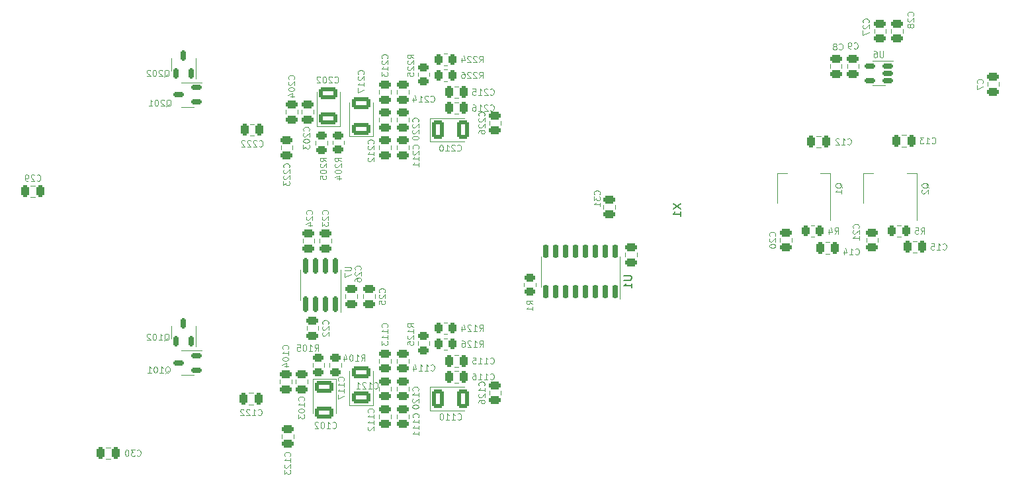
<source format=gbr>
%TF.GenerationSoftware,KiCad,Pcbnew,8.0.2*%
%TF.CreationDate,2025-02-05T07:33:41+00:00*%
%TF.ProjectId,misrc,6d697372-632e-46b6-9963-61645f706362,0.3*%
%TF.SameCoordinates,Original*%
%TF.FileFunction,Legend,Bot*%
%TF.FilePolarity,Positive*%
%FSLAX46Y46*%
G04 Gerber Fmt 4.6, Leading zero omitted, Abs format (unit mm)*
G04 Created by KiCad (PCBNEW 8.0.2) date 2025-02-05 07:33:41*
%MOMM*%
%LPD*%
G01*
G04 APERTURE LIST*
G04 Aperture macros list*
%AMRoundRect*
0 Rectangle with rounded corners*
0 $1 Rounding radius*
0 $2 $3 $4 $5 $6 $7 $8 $9 X,Y pos of 4 corners*
0 Add a 4 corners polygon primitive as box body*
4,1,4,$2,$3,$4,$5,$6,$7,$8,$9,$2,$3,0*
0 Add four circle primitives for the rounded corners*
1,1,$1+$1,$2,$3*
1,1,$1+$1,$4,$5*
1,1,$1+$1,$6,$7*
1,1,$1+$1,$8,$9*
0 Add four rect primitives between the rounded corners*
20,1,$1+$1,$2,$3,$4,$5,0*
20,1,$1+$1,$4,$5,$6,$7,0*
20,1,$1+$1,$6,$7,$8,$9,0*
20,1,$1+$1,$8,$9,$2,$3,0*%
G04 Aperture macros list end*
%ADD10C,0.120000*%
%ADD11C,0.150000*%
%ADD12C,0.476609*%
%ADD13C,0.434210*%
%ADD14C,0.598634*%
%ADD15R,1.600000X1.600000*%
%ADD16C,1.600000*%
%ADD17R,1.700000X1.700000*%
%ADD18O,1.700000X1.700000*%
%ADD19C,3.200000*%
%ADD20C,2.050000*%
%ADD21C,2.250000*%
%ADD22C,1.440000*%
%ADD23C,2.500000*%
%ADD24C,2.400000*%
%ADD25RoundRect,0.250000X-0.250000X-0.475000X0.250000X-0.475000X0.250000X0.475000X-0.250000X0.475000X0*%
%ADD26RoundRect,0.250001X-0.924999X0.499999X-0.924999X-0.499999X0.924999X-0.499999X0.924999X0.499999X0*%
%ADD27RoundRect,0.250000X-0.475000X0.250000X-0.475000X-0.250000X0.475000X-0.250000X0.475000X0.250000X0*%
%ADD28RoundRect,0.250000X0.475000X-0.250000X0.475000X0.250000X-0.475000X0.250000X-0.475000X-0.250000X0*%
%ADD29R,2.000000X2.000000*%
%ADD30RoundRect,0.150000X0.150000X-0.512500X0.150000X0.512500X-0.150000X0.512500X-0.150000X-0.512500X0*%
%ADD31RoundRect,0.250000X-0.450000X0.262500X-0.450000X-0.262500X0.450000X-0.262500X0.450000X0.262500X0*%
%ADD32RoundRect,0.250000X-0.262500X-0.450000X0.262500X-0.450000X0.262500X0.450000X-0.262500X0.450000X0*%
%ADD33RoundRect,0.250000X0.262500X0.450000X-0.262500X0.450000X-0.262500X-0.450000X0.262500X-0.450000X0*%
%ADD34R,1.500000X2.000000*%
%ADD35R,3.800000X2.000000*%
%ADD36RoundRect,0.150000X0.150000X-0.825000X0.150000X0.825000X-0.150000X0.825000X-0.150000X-0.825000X0*%
%ADD37R,3.000000X2.290000*%
%ADD38RoundRect,0.250001X0.924999X-0.499999X0.924999X0.499999X-0.924999X0.499999X-0.924999X-0.499999X0*%
%ADD39RoundRect,0.250000X0.250000X0.475000X-0.250000X0.475000X-0.250000X-0.475000X0.250000X-0.475000X0*%
%ADD40RoundRect,0.250000X0.450000X-0.262500X0.450000X0.262500X-0.450000X0.262500X-0.450000X-0.262500X0*%
%ADD41RoundRect,0.250001X-0.499999X-0.924999X0.499999X-0.924999X0.499999X0.924999X-0.499999X0.924999X0*%
%ADD42RoundRect,0.150000X0.512500X0.150000X-0.512500X0.150000X-0.512500X-0.150000X0.512500X-0.150000X0*%
%ADD43RoundRect,0.150000X0.150000X-0.725000X0.150000X0.725000X-0.150000X0.725000X-0.150000X-0.725000X0*%
G04 APERTURE END LIST*
D10*
X101860237Y-119921664D02*
X101898333Y-119959760D01*
X101898333Y-119959760D02*
X102012618Y-119997855D01*
X102012618Y-119997855D02*
X102088809Y-119997855D01*
X102088809Y-119997855D02*
X102203095Y-119959760D01*
X102203095Y-119959760D02*
X102279285Y-119883569D01*
X102279285Y-119883569D02*
X102317380Y-119807379D01*
X102317380Y-119807379D02*
X102355476Y-119654998D01*
X102355476Y-119654998D02*
X102355476Y-119540712D01*
X102355476Y-119540712D02*
X102317380Y-119388331D01*
X102317380Y-119388331D02*
X102279285Y-119312140D01*
X102279285Y-119312140D02*
X102203095Y-119235950D01*
X102203095Y-119235950D02*
X102088809Y-119197855D01*
X102088809Y-119197855D02*
X102012618Y-119197855D01*
X102012618Y-119197855D02*
X101898333Y-119235950D01*
X101898333Y-119235950D02*
X101860237Y-119274045D01*
X101098333Y-119997855D02*
X101555476Y-119997855D01*
X101326904Y-119997855D02*
X101326904Y-119197855D01*
X101326904Y-119197855D02*
X101403095Y-119312140D01*
X101403095Y-119312140D02*
X101479285Y-119388331D01*
X101479285Y-119388331D02*
X101555476Y-119426426D01*
X100793571Y-119274045D02*
X100755475Y-119235950D01*
X100755475Y-119235950D02*
X100679285Y-119197855D01*
X100679285Y-119197855D02*
X100488809Y-119197855D01*
X100488809Y-119197855D02*
X100412618Y-119235950D01*
X100412618Y-119235950D02*
X100374523Y-119274045D01*
X100374523Y-119274045D02*
X100336428Y-119350236D01*
X100336428Y-119350236D02*
X100336428Y-119426426D01*
X100336428Y-119426426D02*
X100374523Y-119540712D01*
X100374523Y-119540712D02*
X100831666Y-119997855D01*
X100831666Y-119997855D02*
X100336428Y-119997855D01*
X100031666Y-119274045D02*
X99993570Y-119235950D01*
X99993570Y-119235950D02*
X99917380Y-119197855D01*
X99917380Y-119197855D02*
X99726904Y-119197855D01*
X99726904Y-119197855D02*
X99650713Y-119235950D01*
X99650713Y-119235950D02*
X99612618Y-119274045D01*
X99612618Y-119274045D02*
X99574523Y-119350236D01*
X99574523Y-119350236D02*
X99574523Y-119426426D01*
X99574523Y-119426426D02*
X99612618Y-119540712D01*
X99612618Y-119540712D02*
X100069761Y-119997855D01*
X100069761Y-119997855D02*
X99574523Y-119997855D01*
X111385237Y-121572664D02*
X111423333Y-121610760D01*
X111423333Y-121610760D02*
X111537618Y-121648855D01*
X111537618Y-121648855D02*
X111613809Y-121648855D01*
X111613809Y-121648855D02*
X111728095Y-121610760D01*
X111728095Y-121610760D02*
X111804285Y-121534569D01*
X111804285Y-121534569D02*
X111842380Y-121458379D01*
X111842380Y-121458379D02*
X111880476Y-121305998D01*
X111880476Y-121305998D02*
X111880476Y-121191712D01*
X111880476Y-121191712D02*
X111842380Y-121039331D01*
X111842380Y-121039331D02*
X111804285Y-120963140D01*
X111804285Y-120963140D02*
X111728095Y-120886950D01*
X111728095Y-120886950D02*
X111613809Y-120848855D01*
X111613809Y-120848855D02*
X111537618Y-120848855D01*
X111537618Y-120848855D02*
X111423333Y-120886950D01*
X111423333Y-120886950D02*
X111385237Y-120925045D01*
X110623333Y-121648855D02*
X111080476Y-121648855D01*
X110851904Y-121648855D02*
X110851904Y-120848855D01*
X110851904Y-120848855D02*
X110928095Y-120963140D01*
X110928095Y-120963140D02*
X111004285Y-121039331D01*
X111004285Y-121039331D02*
X111080476Y-121077426D01*
X110128094Y-120848855D02*
X110051904Y-120848855D01*
X110051904Y-120848855D02*
X109975713Y-120886950D01*
X109975713Y-120886950D02*
X109937618Y-120925045D01*
X109937618Y-120925045D02*
X109899523Y-121001236D01*
X109899523Y-121001236D02*
X109861428Y-121153617D01*
X109861428Y-121153617D02*
X109861428Y-121344093D01*
X109861428Y-121344093D02*
X109899523Y-121496474D01*
X109899523Y-121496474D02*
X109937618Y-121572664D01*
X109937618Y-121572664D02*
X109975713Y-121610760D01*
X109975713Y-121610760D02*
X110051904Y-121648855D01*
X110051904Y-121648855D02*
X110128094Y-121648855D01*
X110128094Y-121648855D02*
X110204285Y-121610760D01*
X110204285Y-121610760D02*
X110242380Y-121572664D01*
X110242380Y-121572664D02*
X110280475Y-121496474D01*
X110280475Y-121496474D02*
X110318571Y-121344093D01*
X110318571Y-121344093D02*
X110318571Y-121153617D01*
X110318571Y-121153617D02*
X110280475Y-121001236D01*
X110280475Y-121001236D02*
X110242380Y-120925045D01*
X110242380Y-120925045D02*
X110204285Y-120886950D01*
X110204285Y-120886950D02*
X110128094Y-120848855D01*
X109556666Y-120925045D02*
X109518570Y-120886950D01*
X109518570Y-120886950D02*
X109442380Y-120848855D01*
X109442380Y-120848855D02*
X109251904Y-120848855D01*
X109251904Y-120848855D02*
X109175713Y-120886950D01*
X109175713Y-120886950D02*
X109137618Y-120925045D01*
X109137618Y-120925045D02*
X109099523Y-121001236D01*
X109099523Y-121001236D02*
X109099523Y-121077426D01*
X109099523Y-121077426D02*
X109137618Y-121191712D01*
X109137618Y-121191712D02*
X109594761Y-121648855D01*
X109594761Y-121648855D02*
X109099523Y-121648855D01*
X130814664Y-81654762D02*
X130852760Y-81616666D01*
X130852760Y-81616666D02*
X130890855Y-81502381D01*
X130890855Y-81502381D02*
X130890855Y-81426190D01*
X130890855Y-81426190D02*
X130852760Y-81311904D01*
X130852760Y-81311904D02*
X130776569Y-81235714D01*
X130776569Y-81235714D02*
X130700379Y-81197619D01*
X130700379Y-81197619D02*
X130547998Y-81159523D01*
X130547998Y-81159523D02*
X130433712Y-81159523D01*
X130433712Y-81159523D02*
X130281331Y-81197619D01*
X130281331Y-81197619D02*
X130205140Y-81235714D01*
X130205140Y-81235714D02*
X130128950Y-81311904D01*
X130128950Y-81311904D02*
X130090855Y-81426190D01*
X130090855Y-81426190D02*
X130090855Y-81502381D01*
X130090855Y-81502381D02*
X130128950Y-81616666D01*
X130128950Y-81616666D02*
X130167045Y-81654762D01*
X130167045Y-81959523D02*
X130128950Y-81997619D01*
X130128950Y-81997619D02*
X130090855Y-82073809D01*
X130090855Y-82073809D02*
X130090855Y-82264285D01*
X130090855Y-82264285D02*
X130128950Y-82340476D01*
X130128950Y-82340476D02*
X130167045Y-82378571D01*
X130167045Y-82378571D02*
X130243236Y-82416666D01*
X130243236Y-82416666D02*
X130319426Y-82416666D01*
X130319426Y-82416666D02*
X130433712Y-82378571D01*
X130433712Y-82378571D02*
X130890855Y-81921428D01*
X130890855Y-81921428D02*
X130890855Y-82416666D01*
X130167045Y-82721428D02*
X130128950Y-82759524D01*
X130128950Y-82759524D02*
X130090855Y-82835714D01*
X130090855Y-82835714D02*
X130090855Y-83026190D01*
X130090855Y-83026190D02*
X130128950Y-83102381D01*
X130128950Y-83102381D02*
X130167045Y-83140476D01*
X130167045Y-83140476D02*
X130243236Y-83178571D01*
X130243236Y-83178571D02*
X130319426Y-83178571D01*
X130319426Y-83178571D02*
X130433712Y-83140476D01*
X130433712Y-83140476D02*
X130890855Y-82683333D01*
X130890855Y-82683333D02*
X130890855Y-83178571D01*
X130090855Y-83864286D02*
X130090855Y-83711905D01*
X130090855Y-83711905D02*
X130128950Y-83635714D01*
X130128950Y-83635714D02*
X130167045Y-83597619D01*
X130167045Y-83597619D02*
X130281331Y-83521429D01*
X130281331Y-83521429D02*
X130433712Y-83483333D01*
X130433712Y-83483333D02*
X130738474Y-83483333D01*
X130738474Y-83483333D02*
X130814664Y-83521429D01*
X130814664Y-83521429D02*
X130852760Y-83559524D01*
X130852760Y-83559524D02*
X130890855Y-83635714D01*
X130890855Y-83635714D02*
X130890855Y-83788095D01*
X130890855Y-83788095D02*
X130852760Y-83864286D01*
X130852760Y-83864286D02*
X130814664Y-83902381D01*
X130814664Y-83902381D02*
X130738474Y-83940476D01*
X130738474Y-83940476D02*
X130547998Y-83940476D01*
X130547998Y-83940476D02*
X130471807Y-83902381D01*
X130471807Y-83902381D02*
X130433712Y-83864286D01*
X130433712Y-83864286D02*
X130395617Y-83788095D01*
X130395617Y-83788095D02*
X130395617Y-83635714D01*
X130395617Y-83635714D02*
X130433712Y-83559524D01*
X130433712Y-83559524D02*
X130471807Y-83521429D01*
X130471807Y-83521429D02*
X130547998Y-83483333D01*
X168025664Y-97021714D02*
X168063760Y-96983618D01*
X168063760Y-96983618D02*
X168101855Y-96869333D01*
X168101855Y-96869333D02*
X168101855Y-96793142D01*
X168101855Y-96793142D02*
X168063760Y-96678856D01*
X168063760Y-96678856D02*
X167987569Y-96602666D01*
X167987569Y-96602666D02*
X167911379Y-96564571D01*
X167911379Y-96564571D02*
X167758998Y-96526475D01*
X167758998Y-96526475D02*
X167644712Y-96526475D01*
X167644712Y-96526475D02*
X167492331Y-96564571D01*
X167492331Y-96564571D02*
X167416140Y-96602666D01*
X167416140Y-96602666D02*
X167339950Y-96678856D01*
X167339950Y-96678856D02*
X167301855Y-96793142D01*
X167301855Y-96793142D02*
X167301855Y-96869333D01*
X167301855Y-96869333D02*
X167339950Y-96983618D01*
X167339950Y-96983618D02*
X167378045Y-97021714D01*
X167378045Y-97326475D02*
X167339950Y-97364571D01*
X167339950Y-97364571D02*
X167301855Y-97440761D01*
X167301855Y-97440761D02*
X167301855Y-97631237D01*
X167301855Y-97631237D02*
X167339950Y-97707428D01*
X167339950Y-97707428D02*
X167378045Y-97745523D01*
X167378045Y-97745523D02*
X167454236Y-97783618D01*
X167454236Y-97783618D02*
X167530426Y-97783618D01*
X167530426Y-97783618D02*
X167644712Y-97745523D01*
X167644712Y-97745523D02*
X168101855Y-97288380D01*
X168101855Y-97288380D02*
X168101855Y-97783618D01*
X167301855Y-98278857D02*
X167301855Y-98355047D01*
X167301855Y-98355047D02*
X167339950Y-98431238D01*
X167339950Y-98431238D02*
X167378045Y-98469333D01*
X167378045Y-98469333D02*
X167454236Y-98507428D01*
X167454236Y-98507428D02*
X167606617Y-98545523D01*
X167606617Y-98545523D02*
X167797093Y-98545523D01*
X167797093Y-98545523D02*
X167949474Y-98507428D01*
X167949474Y-98507428D02*
X168025664Y-98469333D01*
X168025664Y-98469333D02*
X168063760Y-98431238D01*
X168063760Y-98431238D02*
X168101855Y-98355047D01*
X168101855Y-98355047D02*
X168101855Y-98278857D01*
X168101855Y-98278857D02*
X168063760Y-98202666D01*
X168063760Y-98202666D02*
X168025664Y-98164571D01*
X168025664Y-98164571D02*
X167949474Y-98126476D01*
X167949474Y-98126476D02*
X167797093Y-98088380D01*
X167797093Y-98088380D02*
X167606617Y-98088380D01*
X167606617Y-98088380D02*
X167454236Y-98126476D01*
X167454236Y-98126476D02*
X167378045Y-98164571D01*
X167378045Y-98164571D02*
X167339950Y-98202666D01*
X167339950Y-98202666D02*
X167301855Y-98278857D01*
X176218832Y-73119664D02*
X176256928Y-73157760D01*
X176256928Y-73157760D02*
X176371213Y-73195855D01*
X176371213Y-73195855D02*
X176447404Y-73195855D01*
X176447404Y-73195855D02*
X176561690Y-73157760D01*
X176561690Y-73157760D02*
X176637880Y-73081569D01*
X176637880Y-73081569D02*
X176675975Y-73005379D01*
X176675975Y-73005379D02*
X176714071Y-72852998D01*
X176714071Y-72852998D02*
X176714071Y-72738712D01*
X176714071Y-72738712D02*
X176675975Y-72586331D01*
X176675975Y-72586331D02*
X176637880Y-72510140D01*
X176637880Y-72510140D02*
X176561690Y-72433950D01*
X176561690Y-72433950D02*
X176447404Y-72395855D01*
X176447404Y-72395855D02*
X176371213Y-72395855D01*
X176371213Y-72395855D02*
X176256928Y-72433950D01*
X176256928Y-72433950D02*
X176218832Y-72472045D01*
X175761690Y-72738712D02*
X175837880Y-72700617D01*
X175837880Y-72700617D02*
X175875975Y-72662521D01*
X175875975Y-72662521D02*
X175914071Y-72586331D01*
X175914071Y-72586331D02*
X175914071Y-72548236D01*
X175914071Y-72548236D02*
X175875975Y-72472045D01*
X175875975Y-72472045D02*
X175837880Y-72433950D01*
X175837880Y-72433950D02*
X175761690Y-72395855D01*
X175761690Y-72395855D02*
X175609309Y-72395855D01*
X175609309Y-72395855D02*
X175533118Y-72433950D01*
X175533118Y-72433950D02*
X175495023Y-72472045D01*
X175495023Y-72472045D02*
X175456928Y-72548236D01*
X175456928Y-72548236D02*
X175456928Y-72586331D01*
X175456928Y-72586331D02*
X175495023Y-72662521D01*
X175495023Y-72662521D02*
X175533118Y-72700617D01*
X175533118Y-72700617D02*
X175609309Y-72738712D01*
X175609309Y-72738712D02*
X175761690Y-72738712D01*
X175761690Y-72738712D02*
X175837880Y-72776807D01*
X175837880Y-72776807D02*
X175875975Y-72814902D01*
X175875975Y-72814902D02*
X175914071Y-72891093D01*
X175914071Y-72891093D02*
X175914071Y-73043474D01*
X175914071Y-73043474D02*
X175875975Y-73119664D01*
X175875975Y-73119664D02*
X175837880Y-73157760D01*
X175837880Y-73157760D02*
X175761690Y-73195855D01*
X175761690Y-73195855D02*
X175609309Y-73195855D01*
X175609309Y-73195855D02*
X175533118Y-73157760D01*
X175533118Y-73157760D02*
X175495023Y-73119664D01*
X175495023Y-73119664D02*
X175456928Y-73043474D01*
X175456928Y-73043474D02*
X175456928Y-72891093D01*
X175456928Y-72891093D02*
X175495023Y-72814902D01*
X175495023Y-72814902D02*
X175533118Y-72776807D01*
X175533118Y-72776807D02*
X175609309Y-72738712D01*
D11*
X154984819Y-92930476D02*
X155984819Y-93597142D01*
X154984819Y-93597142D02*
X155984819Y-92930476D01*
X155984819Y-94501904D02*
X155984819Y-93930476D01*
X155984819Y-94216190D02*
X154984819Y-94216190D01*
X154984819Y-94216190D02*
X155127676Y-94120952D01*
X155127676Y-94120952D02*
X155222914Y-94025714D01*
X155222914Y-94025714D02*
X155270533Y-93930476D01*
D10*
X89865095Y-76640045D02*
X89941285Y-76601950D01*
X89941285Y-76601950D02*
X90017476Y-76525760D01*
X90017476Y-76525760D02*
X90131762Y-76411474D01*
X90131762Y-76411474D02*
X90207952Y-76373379D01*
X90207952Y-76373379D02*
X90284143Y-76373379D01*
X90246047Y-76563855D02*
X90322238Y-76525760D01*
X90322238Y-76525760D02*
X90398428Y-76449569D01*
X90398428Y-76449569D02*
X90436524Y-76297188D01*
X90436524Y-76297188D02*
X90436524Y-76030521D01*
X90436524Y-76030521D02*
X90398428Y-75878140D01*
X90398428Y-75878140D02*
X90322238Y-75801950D01*
X90322238Y-75801950D02*
X90246047Y-75763855D01*
X90246047Y-75763855D02*
X90093666Y-75763855D01*
X90093666Y-75763855D02*
X90017476Y-75801950D01*
X90017476Y-75801950D02*
X89941285Y-75878140D01*
X89941285Y-75878140D02*
X89903190Y-76030521D01*
X89903190Y-76030521D02*
X89903190Y-76297188D01*
X89903190Y-76297188D02*
X89941285Y-76449569D01*
X89941285Y-76449569D02*
X90017476Y-76525760D01*
X90017476Y-76525760D02*
X90093666Y-76563855D01*
X90093666Y-76563855D02*
X90246047Y-76563855D01*
X89598429Y-75840045D02*
X89560333Y-75801950D01*
X89560333Y-75801950D02*
X89484143Y-75763855D01*
X89484143Y-75763855D02*
X89293667Y-75763855D01*
X89293667Y-75763855D02*
X89217476Y-75801950D01*
X89217476Y-75801950D02*
X89179381Y-75840045D01*
X89179381Y-75840045D02*
X89141286Y-75916236D01*
X89141286Y-75916236D02*
X89141286Y-75992426D01*
X89141286Y-75992426D02*
X89179381Y-76106712D01*
X89179381Y-76106712D02*
X89636524Y-76563855D01*
X89636524Y-76563855D02*
X89141286Y-76563855D01*
X88646047Y-75763855D02*
X88569857Y-75763855D01*
X88569857Y-75763855D02*
X88493666Y-75801950D01*
X88493666Y-75801950D02*
X88455571Y-75840045D01*
X88455571Y-75840045D02*
X88417476Y-75916236D01*
X88417476Y-75916236D02*
X88379381Y-76068617D01*
X88379381Y-76068617D02*
X88379381Y-76259093D01*
X88379381Y-76259093D02*
X88417476Y-76411474D01*
X88417476Y-76411474D02*
X88455571Y-76487664D01*
X88455571Y-76487664D02*
X88493666Y-76525760D01*
X88493666Y-76525760D02*
X88569857Y-76563855D01*
X88569857Y-76563855D02*
X88646047Y-76563855D01*
X88646047Y-76563855D02*
X88722238Y-76525760D01*
X88722238Y-76525760D02*
X88760333Y-76487664D01*
X88760333Y-76487664D02*
X88798428Y-76411474D01*
X88798428Y-76411474D02*
X88836524Y-76259093D01*
X88836524Y-76259093D02*
X88836524Y-76068617D01*
X88836524Y-76068617D02*
X88798428Y-75916236D01*
X88798428Y-75916236D02*
X88760333Y-75840045D01*
X88760333Y-75840045D02*
X88722238Y-75801950D01*
X88722238Y-75801950D02*
X88646047Y-75763855D01*
X88074619Y-75840045D02*
X88036523Y-75801950D01*
X88036523Y-75801950D02*
X87960333Y-75763855D01*
X87960333Y-75763855D02*
X87769857Y-75763855D01*
X87769857Y-75763855D02*
X87693666Y-75801950D01*
X87693666Y-75801950D02*
X87655571Y-75840045D01*
X87655571Y-75840045D02*
X87617476Y-75916236D01*
X87617476Y-75916236D02*
X87617476Y-75992426D01*
X87617476Y-75992426D02*
X87655571Y-76106712D01*
X87655571Y-76106712D02*
X88112714Y-76563855D01*
X88112714Y-76563855D02*
X87617476Y-76563855D01*
X112504855Y-87496762D02*
X112123902Y-87230095D01*
X112504855Y-87039619D02*
X111704855Y-87039619D01*
X111704855Y-87039619D02*
X111704855Y-87344381D01*
X111704855Y-87344381D02*
X111742950Y-87420571D01*
X111742950Y-87420571D02*
X111781045Y-87458666D01*
X111781045Y-87458666D02*
X111857236Y-87496762D01*
X111857236Y-87496762D02*
X111971521Y-87496762D01*
X111971521Y-87496762D02*
X112047712Y-87458666D01*
X112047712Y-87458666D02*
X112085807Y-87420571D01*
X112085807Y-87420571D02*
X112123902Y-87344381D01*
X112123902Y-87344381D02*
X112123902Y-87039619D01*
X111781045Y-87801523D02*
X111742950Y-87839619D01*
X111742950Y-87839619D02*
X111704855Y-87915809D01*
X111704855Y-87915809D02*
X111704855Y-88106285D01*
X111704855Y-88106285D02*
X111742950Y-88182476D01*
X111742950Y-88182476D02*
X111781045Y-88220571D01*
X111781045Y-88220571D02*
X111857236Y-88258666D01*
X111857236Y-88258666D02*
X111933426Y-88258666D01*
X111933426Y-88258666D02*
X112047712Y-88220571D01*
X112047712Y-88220571D02*
X112504855Y-87763428D01*
X112504855Y-87763428D02*
X112504855Y-88258666D01*
X111704855Y-88753905D02*
X111704855Y-88830095D01*
X111704855Y-88830095D02*
X111742950Y-88906286D01*
X111742950Y-88906286D02*
X111781045Y-88944381D01*
X111781045Y-88944381D02*
X111857236Y-88982476D01*
X111857236Y-88982476D02*
X112009617Y-89020571D01*
X112009617Y-89020571D02*
X112200093Y-89020571D01*
X112200093Y-89020571D02*
X112352474Y-88982476D01*
X112352474Y-88982476D02*
X112428664Y-88944381D01*
X112428664Y-88944381D02*
X112466760Y-88906286D01*
X112466760Y-88906286D02*
X112504855Y-88830095D01*
X112504855Y-88830095D02*
X112504855Y-88753905D01*
X112504855Y-88753905D02*
X112466760Y-88677714D01*
X112466760Y-88677714D02*
X112428664Y-88639619D01*
X112428664Y-88639619D02*
X112352474Y-88601524D01*
X112352474Y-88601524D02*
X112200093Y-88563428D01*
X112200093Y-88563428D02*
X112009617Y-88563428D01*
X112009617Y-88563428D02*
X111857236Y-88601524D01*
X111857236Y-88601524D02*
X111781045Y-88639619D01*
X111781045Y-88639619D02*
X111742950Y-88677714D01*
X111742950Y-88677714D02*
X111704855Y-88753905D01*
X111971521Y-89706286D02*
X112504855Y-89706286D01*
X111666760Y-89515810D02*
X112238188Y-89325333D01*
X112238188Y-89325333D02*
X112238188Y-89820572D01*
X110806664Y-108324714D02*
X110844760Y-108286618D01*
X110844760Y-108286618D02*
X110882855Y-108172333D01*
X110882855Y-108172333D02*
X110882855Y-108096142D01*
X110882855Y-108096142D02*
X110844760Y-107981856D01*
X110844760Y-107981856D02*
X110768569Y-107905666D01*
X110768569Y-107905666D02*
X110692379Y-107867571D01*
X110692379Y-107867571D02*
X110539998Y-107829475D01*
X110539998Y-107829475D02*
X110425712Y-107829475D01*
X110425712Y-107829475D02*
X110273331Y-107867571D01*
X110273331Y-107867571D02*
X110197140Y-107905666D01*
X110197140Y-107905666D02*
X110120950Y-107981856D01*
X110120950Y-107981856D02*
X110082855Y-108096142D01*
X110082855Y-108096142D02*
X110082855Y-108172333D01*
X110082855Y-108172333D02*
X110120950Y-108286618D01*
X110120950Y-108286618D02*
X110159045Y-108324714D01*
X110159045Y-108629475D02*
X110120950Y-108667571D01*
X110120950Y-108667571D02*
X110082855Y-108743761D01*
X110082855Y-108743761D02*
X110082855Y-108934237D01*
X110082855Y-108934237D02*
X110120950Y-109010428D01*
X110120950Y-109010428D02*
X110159045Y-109048523D01*
X110159045Y-109048523D02*
X110235236Y-109086618D01*
X110235236Y-109086618D02*
X110311426Y-109086618D01*
X110311426Y-109086618D02*
X110425712Y-109048523D01*
X110425712Y-109048523D02*
X110882855Y-108591380D01*
X110882855Y-108591380D02*
X110882855Y-109086618D01*
X110159045Y-109391380D02*
X110120950Y-109429476D01*
X110120950Y-109429476D02*
X110082855Y-109505666D01*
X110082855Y-109505666D02*
X110082855Y-109696142D01*
X110082855Y-109696142D02*
X110120950Y-109772333D01*
X110120950Y-109772333D02*
X110159045Y-109810428D01*
X110159045Y-109810428D02*
X110235236Y-109848523D01*
X110235236Y-109848523D02*
X110311426Y-109848523D01*
X110311426Y-109848523D02*
X110425712Y-109810428D01*
X110425712Y-109810428D02*
X110882855Y-109353285D01*
X110882855Y-109353285D02*
X110882855Y-109848523D01*
X178722664Y-96005714D02*
X178760760Y-95967618D01*
X178760760Y-95967618D02*
X178798855Y-95853333D01*
X178798855Y-95853333D02*
X178798855Y-95777142D01*
X178798855Y-95777142D02*
X178760760Y-95662856D01*
X178760760Y-95662856D02*
X178684569Y-95586666D01*
X178684569Y-95586666D02*
X178608379Y-95548571D01*
X178608379Y-95548571D02*
X178455998Y-95510475D01*
X178455998Y-95510475D02*
X178341712Y-95510475D01*
X178341712Y-95510475D02*
X178189331Y-95548571D01*
X178189331Y-95548571D02*
X178113140Y-95586666D01*
X178113140Y-95586666D02*
X178036950Y-95662856D01*
X178036950Y-95662856D02*
X177998855Y-95777142D01*
X177998855Y-95777142D02*
X177998855Y-95853333D01*
X177998855Y-95853333D02*
X178036950Y-95967618D01*
X178036950Y-95967618D02*
X178075045Y-96005714D01*
X178075045Y-96310475D02*
X178036950Y-96348571D01*
X178036950Y-96348571D02*
X177998855Y-96424761D01*
X177998855Y-96424761D02*
X177998855Y-96615237D01*
X177998855Y-96615237D02*
X178036950Y-96691428D01*
X178036950Y-96691428D02*
X178075045Y-96729523D01*
X178075045Y-96729523D02*
X178151236Y-96767618D01*
X178151236Y-96767618D02*
X178227426Y-96767618D01*
X178227426Y-96767618D02*
X178341712Y-96729523D01*
X178341712Y-96729523D02*
X178798855Y-96272380D01*
X178798855Y-96272380D02*
X178798855Y-96767618D01*
X178798855Y-97529523D02*
X178798855Y-97072380D01*
X178798855Y-97300952D02*
X177998855Y-97300952D01*
X177998855Y-97300952D02*
X178113140Y-97224761D01*
X178113140Y-97224761D02*
X178189331Y-97148571D01*
X178189331Y-97148571D02*
X178227426Y-97072380D01*
X186696332Y-96756855D02*
X186962999Y-96375902D01*
X187153475Y-96756855D02*
X187153475Y-95956855D01*
X187153475Y-95956855D02*
X186848713Y-95956855D01*
X186848713Y-95956855D02*
X186772523Y-95994950D01*
X186772523Y-95994950D02*
X186734428Y-96033045D01*
X186734428Y-96033045D02*
X186696332Y-96109236D01*
X186696332Y-96109236D02*
X186696332Y-96223521D01*
X186696332Y-96223521D02*
X186734428Y-96299712D01*
X186734428Y-96299712D02*
X186772523Y-96337807D01*
X186772523Y-96337807D02*
X186848713Y-96375902D01*
X186848713Y-96375902D02*
X187153475Y-96375902D01*
X185972523Y-95956855D02*
X186353475Y-95956855D01*
X186353475Y-95956855D02*
X186391571Y-96337807D01*
X186391571Y-96337807D02*
X186353475Y-96299712D01*
X186353475Y-96299712D02*
X186277285Y-96261617D01*
X186277285Y-96261617D02*
X186086809Y-96261617D01*
X186086809Y-96261617D02*
X186010618Y-96299712D01*
X186010618Y-96299712D02*
X185972523Y-96337807D01*
X185972523Y-96337807D02*
X185934428Y-96413998D01*
X185934428Y-96413998D02*
X185934428Y-96604474D01*
X185934428Y-96604474D02*
X185972523Y-96680664D01*
X185972523Y-96680664D02*
X186010618Y-96718760D01*
X186010618Y-96718760D02*
X186086809Y-96756855D01*
X186086809Y-96756855D02*
X186277285Y-96756855D01*
X186277285Y-96756855D02*
X186353475Y-96718760D01*
X186353475Y-96718760D02*
X186391571Y-96680664D01*
X130181237Y-111234855D02*
X130447904Y-110853902D01*
X130638380Y-111234855D02*
X130638380Y-110434855D01*
X130638380Y-110434855D02*
X130333618Y-110434855D01*
X130333618Y-110434855D02*
X130257428Y-110472950D01*
X130257428Y-110472950D02*
X130219333Y-110511045D01*
X130219333Y-110511045D02*
X130181237Y-110587236D01*
X130181237Y-110587236D02*
X130181237Y-110701521D01*
X130181237Y-110701521D02*
X130219333Y-110777712D01*
X130219333Y-110777712D02*
X130257428Y-110815807D01*
X130257428Y-110815807D02*
X130333618Y-110853902D01*
X130333618Y-110853902D02*
X130638380Y-110853902D01*
X129419333Y-111234855D02*
X129876476Y-111234855D01*
X129647904Y-111234855D02*
X129647904Y-110434855D01*
X129647904Y-110434855D02*
X129724095Y-110549140D01*
X129724095Y-110549140D02*
X129800285Y-110625331D01*
X129800285Y-110625331D02*
X129876476Y-110663426D01*
X129114571Y-110511045D02*
X129076475Y-110472950D01*
X129076475Y-110472950D02*
X129000285Y-110434855D01*
X129000285Y-110434855D02*
X128809809Y-110434855D01*
X128809809Y-110434855D02*
X128733618Y-110472950D01*
X128733618Y-110472950D02*
X128695523Y-110511045D01*
X128695523Y-110511045D02*
X128657428Y-110587236D01*
X128657428Y-110587236D02*
X128657428Y-110663426D01*
X128657428Y-110663426D02*
X128695523Y-110777712D01*
X128695523Y-110777712D02*
X129152666Y-111234855D01*
X129152666Y-111234855D02*
X128657428Y-111234855D01*
X127971713Y-110434855D02*
X128124094Y-110434855D01*
X128124094Y-110434855D02*
X128200285Y-110472950D01*
X128200285Y-110472950D02*
X128238380Y-110511045D01*
X128238380Y-110511045D02*
X128314570Y-110625331D01*
X128314570Y-110625331D02*
X128352666Y-110777712D01*
X128352666Y-110777712D02*
X128352666Y-111082474D01*
X128352666Y-111082474D02*
X128314570Y-111158664D01*
X128314570Y-111158664D02*
X128276475Y-111196760D01*
X128276475Y-111196760D02*
X128200285Y-111234855D01*
X128200285Y-111234855D02*
X128047904Y-111234855D01*
X128047904Y-111234855D02*
X127971713Y-111196760D01*
X127971713Y-111196760D02*
X127933618Y-111158664D01*
X127933618Y-111158664D02*
X127895523Y-111082474D01*
X127895523Y-111082474D02*
X127895523Y-110891998D01*
X127895523Y-110891998D02*
X127933618Y-110815807D01*
X127933618Y-110815807D02*
X127971713Y-110777712D01*
X127971713Y-110777712D02*
X128047904Y-110739617D01*
X128047904Y-110739617D02*
X128200285Y-110739617D01*
X128200285Y-110739617D02*
X128276475Y-110777712D01*
X128276475Y-110777712D02*
X128314570Y-110815807D01*
X128314570Y-110815807D02*
X128352666Y-110891998D01*
X123958237Y-114206664D02*
X123996333Y-114244760D01*
X123996333Y-114244760D02*
X124110618Y-114282855D01*
X124110618Y-114282855D02*
X124186809Y-114282855D01*
X124186809Y-114282855D02*
X124301095Y-114244760D01*
X124301095Y-114244760D02*
X124377285Y-114168569D01*
X124377285Y-114168569D02*
X124415380Y-114092379D01*
X124415380Y-114092379D02*
X124453476Y-113939998D01*
X124453476Y-113939998D02*
X124453476Y-113825712D01*
X124453476Y-113825712D02*
X124415380Y-113673331D01*
X124415380Y-113673331D02*
X124377285Y-113597140D01*
X124377285Y-113597140D02*
X124301095Y-113520950D01*
X124301095Y-113520950D02*
X124186809Y-113482855D01*
X124186809Y-113482855D02*
X124110618Y-113482855D01*
X124110618Y-113482855D02*
X123996333Y-113520950D01*
X123996333Y-113520950D02*
X123958237Y-113559045D01*
X123196333Y-114282855D02*
X123653476Y-114282855D01*
X123424904Y-114282855D02*
X123424904Y-113482855D01*
X123424904Y-113482855D02*
X123501095Y-113597140D01*
X123501095Y-113597140D02*
X123577285Y-113673331D01*
X123577285Y-113673331D02*
X123653476Y-113711426D01*
X122434428Y-114282855D02*
X122891571Y-114282855D01*
X122662999Y-114282855D02*
X122662999Y-113482855D01*
X122662999Y-113482855D02*
X122739190Y-113597140D01*
X122739190Y-113597140D02*
X122815380Y-113673331D01*
X122815380Y-113673331D02*
X122891571Y-113711426D01*
X121748713Y-113749521D02*
X121748713Y-114282855D01*
X121939189Y-113444760D02*
X122129666Y-114016188D01*
X122129666Y-114016188D02*
X121634427Y-114016188D01*
X131565237Y-80932664D02*
X131603333Y-80970760D01*
X131603333Y-80970760D02*
X131717618Y-81008855D01*
X131717618Y-81008855D02*
X131793809Y-81008855D01*
X131793809Y-81008855D02*
X131908095Y-80970760D01*
X131908095Y-80970760D02*
X131984285Y-80894569D01*
X131984285Y-80894569D02*
X132022380Y-80818379D01*
X132022380Y-80818379D02*
X132060476Y-80665998D01*
X132060476Y-80665998D02*
X132060476Y-80551712D01*
X132060476Y-80551712D02*
X132022380Y-80399331D01*
X132022380Y-80399331D02*
X131984285Y-80323140D01*
X131984285Y-80323140D02*
X131908095Y-80246950D01*
X131908095Y-80246950D02*
X131793809Y-80208855D01*
X131793809Y-80208855D02*
X131717618Y-80208855D01*
X131717618Y-80208855D02*
X131603333Y-80246950D01*
X131603333Y-80246950D02*
X131565237Y-80285045D01*
X131260476Y-80285045D02*
X131222380Y-80246950D01*
X131222380Y-80246950D02*
X131146190Y-80208855D01*
X131146190Y-80208855D02*
X130955714Y-80208855D01*
X130955714Y-80208855D02*
X130879523Y-80246950D01*
X130879523Y-80246950D02*
X130841428Y-80285045D01*
X130841428Y-80285045D02*
X130803333Y-80361236D01*
X130803333Y-80361236D02*
X130803333Y-80437426D01*
X130803333Y-80437426D02*
X130841428Y-80551712D01*
X130841428Y-80551712D02*
X131298571Y-81008855D01*
X131298571Y-81008855D02*
X130803333Y-81008855D01*
X130041428Y-81008855D02*
X130498571Y-81008855D01*
X130269999Y-81008855D02*
X130269999Y-80208855D01*
X130269999Y-80208855D02*
X130346190Y-80323140D01*
X130346190Y-80323140D02*
X130422380Y-80399331D01*
X130422380Y-80399331D02*
X130498571Y-80437426D01*
X129355713Y-80208855D02*
X129508094Y-80208855D01*
X129508094Y-80208855D02*
X129584285Y-80246950D01*
X129584285Y-80246950D02*
X129622380Y-80285045D01*
X129622380Y-80285045D02*
X129698570Y-80399331D01*
X129698570Y-80399331D02*
X129736666Y-80551712D01*
X129736666Y-80551712D02*
X129736666Y-80856474D01*
X129736666Y-80856474D02*
X129698570Y-80932664D01*
X129698570Y-80932664D02*
X129660475Y-80970760D01*
X129660475Y-80970760D02*
X129584285Y-81008855D01*
X129584285Y-81008855D02*
X129431904Y-81008855D01*
X129431904Y-81008855D02*
X129355713Y-80970760D01*
X129355713Y-80970760D02*
X129317618Y-80932664D01*
X129317618Y-80932664D02*
X129279523Y-80856474D01*
X129279523Y-80856474D02*
X129279523Y-80665998D01*
X129279523Y-80665998D02*
X129317618Y-80589807D01*
X129317618Y-80589807D02*
X129355713Y-80551712D01*
X129355713Y-80551712D02*
X129431904Y-80513617D01*
X129431904Y-80513617D02*
X129584285Y-80513617D01*
X129584285Y-80513617D02*
X129660475Y-80551712D01*
X129660475Y-80551712D02*
X129698570Y-80589807D01*
X129698570Y-80589807D02*
X129736666Y-80665998D01*
X130168237Y-76817855D02*
X130434904Y-76436902D01*
X130625380Y-76817855D02*
X130625380Y-76017855D01*
X130625380Y-76017855D02*
X130320618Y-76017855D01*
X130320618Y-76017855D02*
X130244428Y-76055950D01*
X130244428Y-76055950D02*
X130206333Y-76094045D01*
X130206333Y-76094045D02*
X130168237Y-76170236D01*
X130168237Y-76170236D02*
X130168237Y-76284521D01*
X130168237Y-76284521D02*
X130206333Y-76360712D01*
X130206333Y-76360712D02*
X130244428Y-76398807D01*
X130244428Y-76398807D02*
X130320618Y-76436902D01*
X130320618Y-76436902D02*
X130625380Y-76436902D01*
X129863476Y-76094045D02*
X129825380Y-76055950D01*
X129825380Y-76055950D02*
X129749190Y-76017855D01*
X129749190Y-76017855D02*
X129558714Y-76017855D01*
X129558714Y-76017855D02*
X129482523Y-76055950D01*
X129482523Y-76055950D02*
X129444428Y-76094045D01*
X129444428Y-76094045D02*
X129406333Y-76170236D01*
X129406333Y-76170236D02*
X129406333Y-76246426D01*
X129406333Y-76246426D02*
X129444428Y-76360712D01*
X129444428Y-76360712D02*
X129901571Y-76817855D01*
X129901571Y-76817855D02*
X129406333Y-76817855D01*
X129101571Y-76094045D02*
X129063475Y-76055950D01*
X129063475Y-76055950D02*
X128987285Y-76017855D01*
X128987285Y-76017855D02*
X128796809Y-76017855D01*
X128796809Y-76017855D02*
X128720618Y-76055950D01*
X128720618Y-76055950D02*
X128682523Y-76094045D01*
X128682523Y-76094045D02*
X128644428Y-76170236D01*
X128644428Y-76170236D02*
X128644428Y-76246426D01*
X128644428Y-76246426D02*
X128682523Y-76360712D01*
X128682523Y-76360712D02*
X129139666Y-76817855D01*
X129139666Y-76817855D02*
X128644428Y-76817855D01*
X127958713Y-76017855D02*
X128111094Y-76017855D01*
X128111094Y-76017855D02*
X128187285Y-76055950D01*
X128187285Y-76055950D02*
X128225380Y-76094045D01*
X128225380Y-76094045D02*
X128301570Y-76208331D01*
X128301570Y-76208331D02*
X128339666Y-76360712D01*
X128339666Y-76360712D02*
X128339666Y-76665474D01*
X128339666Y-76665474D02*
X128301570Y-76741664D01*
X128301570Y-76741664D02*
X128263475Y-76779760D01*
X128263475Y-76779760D02*
X128187285Y-76817855D01*
X128187285Y-76817855D02*
X128034904Y-76817855D01*
X128034904Y-76817855D02*
X127958713Y-76779760D01*
X127958713Y-76779760D02*
X127920618Y-76741664D01*
X127920618Y-76741664D02*
X127882523Y-76665474D01*
X127882523Y-76665474D02*
X127882523Y-76474998D01*
X127882523Y-76474998D02*
X127920618Y-76398807D01*
X127920618Y-76398807D02*
X127958713Y-76360712D01*
X127958713Y-76360712D02*
X128034904Y-76322617D01*
X128034904Y-76322617D02*
X128187285Y-76322617D01*
X128187285Y-76322617D02*
X128263475Y-76360712D01*
X128263475Y-76360712D02*
X128301570Y-76398807D01*
X128301570Y-76398807D02*
X128339666Y-76474998D01*
X118384664Y-74288762D02*
X118422760Y-74250666D01*
X118422760Y-74250666D02*
X118460855Y-74136381D01*
X118460855Y-74136381D02*
X118460855Y-74060190D01*
X118460855Y-74060190D02*
X118422760Y-73945904D01*
X118422760Y-73945904D02*
X118346569Y-73869714D01*
X118346569Y-73869714D02*
X118270379Y-73831619D01*
X118270379Y-73831619D02*
X118117998Y-73793523D01*
X118117998Y-73793523D02*
X118003712Y-73793523D01*
X118003712Y-73793523D02*
X117851331Y-73831619D01*
X117851331Y-73831619D02*
X117775140Y-73869714D01*
X117775140Y-73869714D02*
X117698950Y-73945904D01*
X117698950Y-73945904D02*
X117660855Y-74060190D01*
X117660855Y-74060190D02*
X117660855Y-74136381D01*
X117660855Y-74136381D02*
X117698950Y-74250666D01*
X117698950Y-74250666D02*
X117737045Y-74288762D01*
X117737045Y-74593523D02*
X117698950Y-74631619D01*
X117698950Y-74631619D02*
X117660855Y-74707809D01*
X117660855Y-74707809D02*
X117660855Y-74898285D01*
X117660855Y-74898285D02*
X117698950Y-74974476D01*
X117698950Y-74974476D02*
X117737045Y-75012571D01*
X117737045Y-75012571D02*
X117813236Y-75050666D01*
X117813236Y-75050666D02*
X117889426Y-75050666D01*
X117889426Y-75050666D02*
X118003712Y-75012571D01*
X118003712Y-75012571D02*
X118460855Y-74555428D01*
X118460855Y-74555428D02*
X118460855Y-75050666D01*
X118460855Y-75812571D02*
X118460855Y-75355428D01*
X118460855Y-75584000D02*
X117660855Y-75584000D01*
X117660855Y-75584000D02*
X117775140Y-75507809D01*
X117775140Y-75507809D02*
X117851331Y-75431619D01*
X117851331Y-75431619D02*
X117889426Y-75355428D01*
X117660855Y-76079238D02*
X117660855Y-76574476D01*
X117660855Y-76574476D02*
X117965617Y-76307810D01*
X117965617Y-76307810D02*
X117965617Y-76422095D01*
X117965617Y-76422095D02*
X118003712Y-76498286D01*
X118003712Y-76498286D02*
X118041807Y-76536381D01*
X118041807Y-76536381D02*
X118117998Y-76574476D01*
X118117998Y-76574476D02*
X118308474Y-76574476D01*
X118308474Y-76574476D02*
X118384664Y-76536381D01*
X118384664Y-76536381D02*
X118422760Y-76498286D01*
X118422760Y-76498286D02*
X118460855Y-76422095D01*
X118460855Y-76422095D02*
X118460855Y-76193524D01*
X118460855Y-76193524D02*
X118422760Y-76117333D01*
X118422760Y-76117333D02*
X118384664Y-76079238D01*
X194597664Y-77463667D02*
X194635760Y-77425571D01*
X194635760Y-77425571D02*
X194673855Y-77311286D01*
X194673855Y-77311286D02*
X194673855Y-77235095D01*
X194673855Y-77235095D02*
X194635760Y-77120809D01*
X194635760Y-77120809D02*
X194559569Y-77044619D01*
X194559569Y-77044619D02*
X194483379Y-77006524D01*
X194483379Y-77006524D02*
X194330998Y-76968428D01*
X194330998Y-76968428D02*
X194216712Y-76968428D01*
X194216712Y-76968428D02*
X194064331Y-77006524D01*
X194064331Y-77006524D02*
X193988140Y-77044619D01*
X193988140Y-77044619D02*
X193911950Y-77120809D01*
X193911950Y-77120809D02*
X193873855Y-77235095D01*
X193873855Y-77235095D02*
X193873855Y-77311286D01*
X193873855Y-77311286D02*
X193911950Y-77425571D01*
X193911950Y-77425571D02*
X193950045Y-77463667D01*
X193873855Y-77730333D02*
X193873855Y-78263667D01*
X193873855Y-78263667D02*
X194673855Y-77920809D01*
X187693045Y-90855809D02*
X187654950Y-90779619D01*
X187654950Y-90779619D02*
X187578760Y-90703428D01*
X187578760Y-90703428D02*
X187464474Y-90589142D01*
X187464474Y-90589142D02*
X187426379Y-90512952D01*
X187426379Y-90512952D02*
X187426379Y-90436761D01*
X187616855Y-90474857D02*
X187578760Y-90398666D01*
X187578760Y-90398666D02*
X187502569Y-90322476D01*
X187502569Y-90322476D02*
X187350188Y-90284380D01*
X187350188Y-90284380D02*
X187083521Y-90284380D01*
X187083521Y-90284380D02*
X186931140Y-90322476D01*
X186931140Y-90322476D02*
X186854950Y-90398666D01*
X186854950Y-90398666D02*
X186816855Y-90474857D01*
X186816855Y-90474857D02*
X186816855Y-90627238D01*
X186816855Y-90627238D02*
X186854950Y-90703428D01*
X186854950Y-90703428D02*
X186931140Y-90779619D01*
X186931140Y-90779619D02*
X187083521Y-90817714D01*
X187083521Y-90817714D02*
X187350188Y-90817714D01*
X187350188Y-90817714D02*
X187502569Y-90779619D01*
X187502569Y-90779619D02*
X187578760Y-90703428D01*
X187578760Y-90703428D02*
X187616855Y-90627238D01*
X187616855Y-90627238D02*
X187616855Y-90474857D01*
X186893045Y-91122475D02*
X186854950Y-91160571D01*
X186854950Y-91160571D02*
X186816855Y-91236761D01*
X186816855Y-91236761D02*
X186816855Y-91427237D01*
X186816855Y-91427237D02*
X186854950Y-91503428D01*
X186854950Y-91503428D02*
X186893045Y-91541523D01*
X186893045Y-91541523D02*
X186969236Y-91579618D01*
X186969236Y-91579618D02*
X187045426Y-91579618D01*
X187045426Y-91579618D02*
X187159712Y-91541523D01*
X187159712Y-91541523D02*
X187616855Y-91084380D01*
X187616855Y-91084380D02*
X187616855Y-91579618D01*
X189490285Y-98712664D02*
X189528381Y-98750760D01*
X189528381Y-98750760D02*
X189642666Y-98788855D01*
X189642666Y-98788855D02*
X189718857Y-98788855D01*
X189718857Y-98788855D02*
X189833143Y-98750760D01*
X189833143Y-98750760D02*
X189909333Y-98674569D01*
X189909333Y-98674569D02*
X189947428Y-98598379D01*
X189947428Y-98598379D02*
X189985524Y-98445998D01*
X189985524Y-98445998D02*
X189985524Y-98331712D01*
X189985524Y-98331712D02*
X189947428Y-98179331D01*
X189947428Y-98179331D02*
X189909333Y-98103140D01*
X189909333Y-98103140D02*
X189833143Y-98026950D01*
X189833143Y-98026950D02*
X189718857Y-97988855D01*
X189718857Y-97988855D02*
X189642666Y-97988855D01*
X189642666Y-97988855D02*
X189528381Y-98026950D01*
X189528381Y-98026950D02*
X189490285Y-98065045D01*
X188728381Y-98788855D02*
X189185524Y-98788855D01*
X188956952Y-98788855D02*
X188956952Y-97988855D01*
X188956952Y-97988855D02*
X189033143Y-98103140D01*
X189033143Y-98103140D02*
X189109333Y-98179331D01*
X189109333Y-98179331D02*
X189185524Y-98217426D01*
X188004571Y-97988855D02*
X188385523Y-97988855D01*
X188385523Y-97988855D02*
X188423619Y-98369807D01*
X188423619Y-98369807D02*
X188385523Y-98331712D01*
X188385523Y-98331712D02*
X188309333Y-98293617D01*
X188309333Y-98293617D02*
X188118857Y-98293617D01*
X188118857Y-98293617D02*
X188042666Y-98331712D01*
X188042666Y-98331712D02*
X188004571Y-98369807D01*
X188004571Y-98369807D02*
X187966476Y-98445998D01*
X187966476Y-98445998D02*
X187966476Y-98636474D01*
X187966476Y-98636474D02*
X188004571Y-98712664D01*
X188004571Y-98712664D02*
X188042666Y-98750760D01*
X188042666Y-98750760D02*
X188118857Y-98788855D01*
X188118857Y-98788855D02*
X188309333Y-98788855D01*
X188309333Y-98788855D02*
X188385523Y-98750760D01*
X188385523Y-98750760D02*
X188423619Y-98712664D01*
X116619664Y-119627762D02*
X116657760Y-119589666D01*
X116657760Y-119589666D02*
X116695855Y-119475381D01*
X116695855Y-119475381D02*
X116695855Y-119399190D01*
X116695855Y-119399190D02*
X116657760Y-119284904D01*
X116657760Y-119284904D02*
X116581569Y-119208714D01*
X116581569Y-119208714D02*
X116505379Y-119170619D01*
X116505379Y-119170619D02*
X116352998Y-119132523D01*
X116352998Y-119132523D02*
X116238712Y-119132523D01*
X116238712Y-119132523D02*
X116086331Y-119170619D01*
X116086331Y-119170619D02*
X116010140Y-119208714D01*
X116010140Y-119208714D02*
X115933950Y-119284904D01*
X115933950Y-119284904D02*
X115895855Y-119399190D01*
X115895855Y-119399190D02*
X115895855Y-119475381D01*
X115895855Y-119475381D02*
X115933950Y-119589666D01*
X115933950Y-119589666D02*
X115972045Y-119627762D01*
X116695855Y-120389666D02*
X116695855Y-119932523D01*
X116695855Y-120161095D02*
X115895855Y-120161095D01*
X115895855Y-120161095D02*
X116010140Y-120084904D01*
X116010140Y-120084904D02*
X116086331Y-120008714D01*
X116086331Y-120008714D02*
X116124426Y-119932523D01*
X116695855Y-121151571D02*
X116695855Y-120694428D01*
X116695855Y-120923000D02*
X115895855Y-120923000D01*
X115895855Y-120923000D02*
X116010140Y-120846809D01*
X116010140Y-120846809D02*
X116086331Y-120770619D01*
X116086331Y-120770619D02*
X116124426Y-120694428D01*
X115972045Y-121456333D02*
X115933950Y-121494429D01*
X115933950Y-121494429D02*
X115895855Y-121570619D01*
X115895855Y-121570619D02*
X115895855Y-121761095D01*
X115895855Y-121761095D02*
X115933950Y-121837286D01*
X115933950Y-121837286D02*
X115972045Y-121875381D01*
X115972045Y-121875381D02*
X116048236Y-121913476D01*
X116048236Y-121913476D02*
X116124426Y-121913476D01*
X116124426Y-121913476D02*
X116238712Y-121875381D01*
X116238712Y-121875381D02*
X116695855Y-121418238D01*
X116695855Y-121418238D02*
X116695855Y-121913476D01*
X145573664Y-91703714D02*
X145611760Y-91665618D01*
X145611760Y-91665618D02*
X145649855Y-91551333D01*
X145649855Y-91551333D02*
X145649855Y-91475142D01*
X145649855Y-91475142D02*
X145611760Y-91360856D01*
X145611760Y-91360856D02*
X145535569Y-91284666D01*
X145535569Y-91284666D02*
X145459379Y-91246571D01*
X145459379Y-91246571D02*
X145306998Y-91208475D01*
X145306998Y-91208475D02*
X145192712Y-91208475D01*
X145192712Y-91208475D02*
X145040331Y-91246571D01*
X145040331Y-91246571D02*
X144964140Y-91284666D01*
X144964140Y-91284666D02*
X144887950Y-91360856D01*
X144887950Y-91360856D02*
X144849855Y-91475142D01*
X144849855Y-91475142D02*
X144849855Y-91551333D01*
X144849855Y-91551333D02*
X144887950Y-91665618D01*
X144887950Y-91665618D02*
X144926045Y-91703714D01*
X144849855Y-91970380D02*
X144849855Y-92465618D01*
X144849855Y-92465618D02*
X145154617Y-92198952D01*
X145154617Y-92198952D02*
X145154617Y-92313237D01*
X145154617Y-92313237D02*
X145192712Y-92389428D01*
X145192712Y-92389428D02*
X145230807Y-92427523D01*
X145230807Y-92427523D02*
X145306998Y-92465618D01*
X145306998Y-92465618D02*
X145497474Y-92465618D01*
X145497474Y-92465618D02*
X145573664Y-92427523D01*
X145573664Y-92427523D02*
X145611760Y-92389428D01*
X145611760Y-92389428D02*
X145649855Y-92313237D01*
X145649855Y-92313237D02*
X145649855Y-92084666D01*
X145649855Y-92084666D02*
X145611760Y-92008475D01*
X145611760Y-92008475D02*
X145573664Y-91970380D01*
X145649855Y-93227523D02*
X145649855Y-92770380D01*
X145649855Y-92998952D02*
X144849855Y-92998952D01*
X144849855Y-92998952D02*
X144964140Y-92922761D01*
X144964140Y-92922761D02*
X145040331Y-92846571D01*
X145040331Y-92846571D02*
X145078426Y-92770380D01*
X89865095Y-110422045D02*
X89941285Y-110383950D01*
X89941285Y-110383950D02*
X90017476Y-110307760D01*
X90017476Y-110307760D02*
X90131762Y-110193474D01*
X90131762Y-110193474D02*
X90207952Y-110155379D01*
X90207952Y-110155379D02*
X90284143Y-110155379D01*
X90246047Y-110345855D02*
X90322238Y-110307760D01*
X90322238Y-110307760D02*
X90398428Y-110231569D01*
X90398428Y-110231569D02*
X90436524Y-110079188D01*
X90436524Y-110079188D02*
X90436524Y-109812521D01*
X90436524Y-109812521D02*
X90398428Y-109660140D01*
X90398428Y-109660140D02*
X90322238Y-109583950D01*
X90322238Y-109583950D02*
X90246047Y-109545855D01*
X90246047Y-109545855D02*
X90093666Y-109545855D01*
X90093666Y-109545855D02*
X90017476Y-109583950D01*
X90017476Y-109583950D02*
X89941285Y-109660140D01*
X89941285Y-109660140D02*
X89903190Y-109812521D01*
X89903190Y-109812521D02*
X89903190Y-110079188D01*
X89903190Y-110079188D02*
X89941285Y-110231569D01*
X89941285Y-110231569D02*
X90017476Y-110307760D01*
X90017476Y-110307760D02*
X90093666Y-110345855D01*
X90093666Y-110345855D02*
X90246047Y-110345855D01*
X89141286Y-110345855D02*
X89598429Y-110345855D01*
X89369857Y-110345855D02*
X89369857Y-109545855D01*
X89369857Y-109545855D02*
X89446048Y-109660140D01*
X89446048Y-109660140D02*
X89522238Y-109736331D01*
X89522238Y-109736331D02*
X89598429Y-109774426D01*
X88646047Y-109545855D02*
X88569857Y-109545855D01*
X88569857Y-109545855D02*
X88493666Y-109583950D01*
X88493666Y-109583950D02*
X88455571Y-109622045D01*
X88455571Y-109622045D02*
X88417476Y-109698236D01*
X88417476Y-109698236D02*
X88379381Y-109850617D01*
X88379381Y-109850617D02*
X88379381Y-110041093D01*
X88379381Y-110041093D02*
X88417476Y-110193474D01*
X88417476Y-110193474D02*
X88455571Y-110269664D01*
X88455571Y-110269664D02*
X88493666Y-110307760D01*
X88493666Y-110307760D02*
X88569857Y-110345855D01*
X88569857Y-110345855D02*
X88646047Y-110345855D01*
X88646047Y-110345855D02*
X88722238Y-110307760D01*
X88722238Y-110307760D02*
X88760333Y-110269664D01*
X88760333Y-110269664D02*
X88798428Y-110193474D01*
X88798428Y-110193474D02*
X88836524Y-110041093D01*
X88836524Y-110041093D02*
X88836524Y-109850617D01*
X88836524Y-109850617D02*
X88798428Y-109698236D01*
X88798428Y-109698236D02*
X88760333Y-109622045D01*
X88760333Y-109622045D02*
X88722238Y-109583950D01*
X88722238Y-109583950D02*
X88646047Y-109545855D01*
X88074619Y-109622045D02*
X88036523Y-109583950D01*
X88036523Y-109583950D02*
X87960333Y-109545855D01*
X87960333Y-109545855D02*
X87769857Y-109545855D01*
X87769857Y-109545855D02*
X87693666Y-109583950D01*
X87693666Y-109583950D02*
X87655571Y-109622045D01*
X87655571Y-109622045D02*
X87617476Y-109698236D01*
X87617476Y-109698236D02*
X87617476Y-109774426D01*
X87617476Y-109774426D02*
X87655571Y-109888712D01*
X87655571Y-109888712D02*
X88112714Y-110345855D01*
X88112714Y-110345855D02*
X87617476Y-110345855D01*
X105824664Y-88258762D02*
X105862760Y-88220666D01*
X105862760Y-88220666D02*
X105900855Y-88106381D01*
X105900855Y-88106381D02*
X105900855Y-88030190D01*
X105900855Y-88030190D02*
X105862760Y-87915904D01*
X105862760Y-87915904D02*
X105786569Y-87839714D01*
X105786569Y-87839714D02*
X105710379Y-87801619D01*
X105710379Y-87801619D02*
X105557998Y-87763523D01*
X105557998Y-87763523D02*
X105443712Y-87763523D01*
X105443712Y-87763523D02*
X105291331Y-87801619D01*
X105291331Y-87801619D02*
X105215140Y-87839714D01*
X105215140Y-87839714D02*
X105138950Y-87915904D01*
X105138950Y-87915904D02*
X105100855Y-88030190D01*
X105100855Y-88030190D02*
X105100855Y-88106381D01*
X105100855Y-88106381D02*
X105138950Y-88220666D01*
X105138950Y-88220666D02*
X105177045Y-88258762D01*
X105177045Y-88563523D02*
X105138950Y-88601619D01*
X105138950Y-88601619D02*
X105100855Y-88677809D01*
X105100855Y-88677809D02*
X105100855Y-88868285D01*
X105100855Y-88868285D02*
X105138950Y-88944476D01*
X105138950Y-88944476D02*
X105177045Y-88982571D01*
X105177045Y-88982571D02*
X105253236Y-89020666D01*
X105253236Y-89020666D02*
X105329426Y-89020666D01*
X105329426Y-89020666D02*
X105443712Y-88982571D01*
X105443712Y-88982571D02*
X105900855Y-88525428D01*
X105900855Y-88525428D02*
X105900855Y-89020666D01*
X105177045Y-89325428D02*
X105138950Y-89363524D01*
X105138950Y-89363524D02*
X105100855Y-89439714D01*
X105100855Y-89439714D02*
X105100855Y-89630190D01*
X105100855Y-89630190D02*
X105138950Y-89706381D01*
X105138950Y-89706381D02*
X105177045Y-89744476D01*
X105177045Y-89744476D02*
X105253236Y-89782571D01*
X105253236Y-89782571D02*
X105329426Y-89782571D01*
X105329426Y-89782571D02*
X105443712Y-89744476D01*
X105443712Y-89744476D02*
X105900855Y-89287333D01*
X105900855Y-89287333D02*
X105900855Y-89782571D01*
X105100855Y-90049238D02*
X105100855Y-90544476D01*
X105100855Y-90544476D02*
X105405617Y-90277810D01*
X105405617Y-90277810D02*
X105405617Y-90392095D01*
X105405617Y-90392095D02*
X105443712Y-90468286D01*
X105443712Y-90468286D02*
X105481807Y-90506381D01*
X105481807Y-90506381D02*
X105557998Y-90544476D01*
X105557998Y-90544476D02*
X105748474Y-90544476D01*
X105748474Y-90544476D02*
X105824664Y-90506381D01*
X105824664Y-90506381D02*
X105862760Y-90468286D01*
X105862760Y-90468286D02*
X105900855Y-90392095D01*
X105900855Y-90392095D02*
X105900855Y-90163524D01*
X105900855Y-90163524D02*
X105862760Y-90087333D01*
X105862760Y-90087333D02*
X105824664Y-90049238D01*
X123945237Y-79789664D02*
X123983333Y-79827760D01*
X123983333Y-79827760D02*
X124097618Y-79865855D01*
X124097618Y-79865855D02*
X124173809Y-79865855D01*
X124173809Y-79865855D02*
X124288095Y-79827760D01*
X124288095Y-79827760D02*
X124364285Y-79751569D01*
X124364285Y-79751569D02*
X124402380Y-79675379D01*
X124402380Y-79675379D02*
X124440476Y-79522998D01*
X124440476Y-79522998D02*
X124440476Y-79408712D01*
X124440476Y-79408712D02*
X124402380Y-79256331D01*
X124402380Y-79256331D02*
X124364285Y-79180140D01*
X124364285Y-79180140D02*
X124288095Y-79103950D01*
X124288095Y-79103950D02*
X124173809Y-79065855D01*
X124173809Y-79065855D02*
X124097618Y-79065855D01*
X124097618Y-79065855D02*
X123983333Y-79103950D01*
X123983333Y-79103950D02*
X123945237Y-79142045D01*
X123640476Y-79142045D02*
X123602380Y-79103950D01*
X123602380Y-79103950D02*
X123526190Y-79065855D01*
X123526190Y-79065855D02*
X123335714Y-79065855D01*
X123335714Y-79065855D02*
X123259523Y-79103950D01*
X123259523Y-79103950D02*
X123221428Y-79142045D01*
X123221428Y-79142045D02*
X123183333Y-79218236D01*
X123183333Y-79218236D02*
X123183333Y-79294426D01*
X123183333Y-79294426D02*
X123221428Y-79408712D01*
X123221428Y-79408712D02*
X123678571Y-79865855D01*
X123678571Y-79865855D02*
X123183333Y-79865855D01*
X122421428Y-79865855D02*
X122878571Y-79865855D01*
X122649999Y-79865855D02*
X122649999Y-79065855D01*
X122649999Y-79065855D02*
X122726190Y-79180140D01*
X122726190Y-79180140D02*
X122802380Y-79256331D01*
X122802380Y-79256331D02*
X122878571Y-79294426D01*
X121735713Y-79332521D02*
X121735713Y-79865855D01*
X121926189Y-79027760D02*
X122116666Y-79599188D01*
X122116666Y-79599188D02*
X121621427Y-79599188D01*
X112974855Y-100990476D02*
X113622474Y-100990476D01*
X113622474Y-100990476D02*
X113698664Y-101028571D01*
X113698664Y-101028571D02*
X113736760Y-101066666D01*
X113736760Y-101066666D02*
X113774855Y-101142857D01*
X113774855Y-101142857D02*
X113774855Y-101295238D01*
X113774855Y-101295238D02*
X113736760Y-101371428D01*
X113736760Y-101371428D02*
X113698664Y-101409523D01*
X113698664Y-101409523D02*
X113622474Y-101447619D01*
X113622474Y-101447619D02*
X112974855Y-101447619D01*
X112974855Y-101752380D02*
X112974855Y-102285714D01*
X112974855Y-102285714D02*
X113774855Y-101942856D01*
X115349664Y-76320762D02*
X115387760Y-76282666D01*
X115387760Y-76282666D02*
X115425855Y-76168381D01*
X115425855Y-76168381D02*
X115425855Y-76092190D01*
X115425855Y-76092190D02*
X115387760Y-75977904D01*
X115387760Y-75977904D02*
X115311569Y-75901714D01*
X115311569Y-75901714D02*
X115235379Y-75863619D01*
X115235379Y-75863619D02*
X115082998Y-75825523D01*
X115082998Y-75825523D02*
X114968712Y-75825523D01*
X114968712Y-75825523D02*
X114816331Y-75863619D01*
X114816331Y-75863619D02*
X114740140Y-75901714D01*
X114740140Y-75901714D02*
X114663950Y-75977904D01*
X114663950Y-75977904D02*
X114625855Y-76092190D01*
X114625855Y-76092190D02*
X114625855Y-76168381D01*
X114625855Y-76168381D02*
X114663950Y-76282666D01*
X114663950Y-76282666D02*
X114702045Y-76320762D01*
X114702045Y-76625523D02*
X114663950Y-76663619D01*
X114663950Y-76663619D02*
X114625855Y-76739809D01*
X114625855Y-76739809D02*
X114625855Y-76930285D01*
X114625855Y-76930285D02*
X114663950Y-77006476D01*
X114663950Y-77006476D02*
X114702045Y-77044571D01*
X114702045Y-77044571D02*
X114778236Y-77082666D01*
X114778236Y-77082666D02*
X114854426Y-77082666D01*
X114854426Y-77082666D02*
X114968712Y-77044571D01*
X114968712Y-77044571D02*
X115425855Y-76587428D01*
X115425855Y-76587428D02*
X115425855Y-77082666D01*
X115425855Y-77844571D02*
X115425855Y-77387428D01*
X115425855Y-77616000D02*
X114625855Y-77616000D01*
X114625855Y-77616000D02*
X114740140Y-77539809D01*
X114740140Y-77539809D02*
X114816331Y-77463619D01*
X114816331Y-77463619D02*
X114854426Y-77387428D01*
X114625855Y-78111238D02*
X114625855Y-78644572D01*
X114625855Y-78644572D02*
X115425855Y-78301714D01*
X178314285Y-99347664D02*
X178352381Y-99385760D01*
X178352381Y-99385760D02*
X178466666Y-99423855D01*
X178466666Y-99423855D02*
X178542857Y-99423855D01*
X178542857Y-99423855D02*
X178657143Y-99385760D01*
X178657143Y-99385760D02*
X178733333Y-99309569D01*
X178733333Y-99309569D02*
X178771428Y-99233379D01*
X178771428Y-99233379D02*
X178809524Y-99080998D01*
X178809524Y-99080998D02*
X178809524Y-98966712D01*
X178809524Y-98966712D02*
X178771428Y-98814331D01*
X178771428Y-98814331D02*
X178733333Y-98738140D01*
X178733333Y-98738140D02*
X178657143Y-98661950D01*
X178657143Y-98661950D02*
X178542857Y-98623855D01*
X178542857Y-98623855D02*
X178466666Y-98623855D01*
X178466666Y-98623855D02*
X178352381Y-98661950D01*
X178352381Y-98661950D02*
X178314285Y-98700045D01*
X177552381Y-99423855D02*
X178009524Y-99423855D01*
X177780952Y-99423855D02*
X177780952Y-98623855D01*
X177780952Y-98623855D02*
X177857143Y-98738140D01*
X177857143Y-98738140D02*
X177933333Y-98814331D01*
X177933333Y-98814331D02*
X178009524Y-98852426D01*
X176866666Y-98890521D02*
X176866666Y-99423855D01*
X177057142Y-98585760D02*
X177247619Y-99157188D01*
X177247619Y-99157188D02*
X176752380Y-99157188D01*
X121776855Y-108705762D02*
X121395902Y-108439095D01*
X121776855Y-108248619D02*
X120976855Y-108248619D01*
X120976855Y-108248619D02*
X120976855Y-108553381D01*
X120976855Y-108553381D02*
X121014950Y-108629571D01*
X121014950Y-108629571D02*
X121053045Y-108667666D01*
X121053045Y-108667666D02*
X121129236Y-108705762D01*
X121129236Y-108705762D02*
X121243521Y-108705762D01*
X121243521Y-108705762D02*
X121319712Y-108667666D01*
X121319712Y-108667666D02*
X121357807Y-108629571D01*
X121357807Y-108629571D02*
X121395902Y-108553381D01*
X121395902Y-108553381D02*
X121395902Y-108248619D01*
X121776855Y-109467666D02*
X121776855Y-109010523D01*
X121776855Y-109239095D02*
X120976855Y-109239095D01*
X120976855Y-109239095D02*
X121091140Y-109162904D01*
X121091140Y-109162904D02*
X121167331Y-109086714D01*
X121167331Y-109086714D02*
X121205426Y-109010523D01*
X121053045Y-109772428D02*
X121014950Y-109810524D01*
X121014950Y-109810524D02*
X120976855Y-109886714D01*
X120976855Y-109886714D02*
X120976855Y-110077190D01*
X120976855Y-110077190D02*
X121014950Y-110153381D01*
X121014950Y-110153381D02*
X121053045Y-110191476D01*
X121053045Y-110191476D02*
X121129236Y-110229571D01*
X121129236Y-110229571D02*
X121205426Y-110229571D01*
X121205426Y-110229571D02*
X121319712Y-110191476D01*
X121319712Y-110191476D02*
X121776855Y-109734333D01*
X121776855Y-109734333D02*
X121776855Y-110229571D01*
X120976855Y-110953381D02*
X120976855Y-110572429D01*
X120976855Y-110572429D02*
X121357807Y-110534333D01*
X121357807Y-110534333D02*
X121319712Y-110572429D01*
X121319712Y-110572429D02*
X121281617Y-110648619D01*
X121281617Y-110648619D02*
X121281617Y-110839095D01*
X121281617Y-110839095D02*
X121319712Y-110915286D01*
X121319712Y-110915286D02*
X121357807Y-110953381D01*
X121357807Y-110953381D02*
X121433998Y-110991476D01*
X121433998Y-110991476D02*
X121624474Y-110991476D01*
X121624474Y-110991476D02*
X121700664Y-110953381D01*
X121700664Y-110953381D02*
X121738760Y-110915286D01*
X121738760Y-110915286D02*
X121776855Y-110839095D01*
X121776855Y-110839095D02*
X121776855Y-110648619D01*
X121776855Y-110648619D02*
X121738760Y-110572429D01*
X121738760Y-110572429D02*
X121700664Y-110534333D01*
X131578237Y-113317664D02*
X131616333Y-113355760D01*
X131616333Y-113355760D02*
X131730618Y-113393855D01*
X131730618Y-113393855D02*
X131806809Y-113393855D01*
X131806809Y-113393855D02*
X131921095Y-113355760D01*
X131921095Y-113355760D02*
X131997285Y-113279569D01*
X131997285Y-113279569D02*
X132035380Y-113203379D01*
X132035380Y-113203379D02*
X132073476Y-113050998D01*
X132073476Y-113050998D02*
X132073476Y-112936712D01*
X132073476Y-112936712D02*
X132035380Y-112784331D01*
X132035380Y-112784331D02*
X131997285Y-112708140D01*
X131997285Y-112708140D02*
X131921095Y-112631950D01*
X131921095Y-112631950D02*
X131806809Y-112593855D01*
X131806809Y-112593855D02*
X131730618Y-112593855D01*
X131730618Y-112593855D02*
X131616333Y-112631950D01*
X131616333Y-112631950D02*
X131578237Y-112670045D01*
X130816333Y-113393855D02*
X131273476Y-113393855D01*
X131044904Y-113393855D02*
X131044904Y-112593855D01*
X131044904Y-112593855D02*
X131121095Y-112708140D01*
X131121095Y-112708140D02*
X131197285Y-112784331D01*
X131197285Y-112784331D02*
X131273476Y-112822426D01*
X130054428Y-113393855D02*
X130511571Y-113393855D01*
X130282999Y-113393855D02*
X130282999Y-112593855D01*
X130282999Y-112593855D02*
X130359190Y-112708140D01*
X130359190Y-112708140D02*
X130435380Y-112784331D01*
X130435380Y-112784331D02*
X130511571Y-112822426D01*
X129330618Y-112593855D02*
X129711570Y-112593855D01*
X129711570Y-112593855D02*
X129749666Y-112974807D01*
X129749666Y-112974807D02*
X129711570Y-112936712D01*
X129711570Y-112936712D02*
X129635380Y-112898617D01*
X129635380Y-112898617D02*
X129444904Y-112898617D01*
X129444904Y-112898617D02*
X129368713Y-112936712D01*
X129368713Y-112936712D02*
X129330618Y-112974807D01*
X129330618Y-112974807D02*
X129292523Y-113050998D01*
X129292523Y-113050998D02*
X129292523Y-113241474D01*
X129292523Y-113241474D02*
X129330618Y-113317664D01*
X129330618Y-113317664D02*
X129368713Y-113355760D01*
X129368713Y-113355760D02*
X129444904Y-113393855D01*
X129444904Y-113393855D02*
X129635380Y-113393855D01*
X129635380Y-113393855D02*
X129711570Y-113355760D01*
X129711570Y-113355760D02*
X129749666Y-113317664D01*
X122363664Y-120262762D02*
X122401760Y-120224666D01*
X122401760Y-120224666D02*
X122439855Y-120110381D01*
X122439855Y-120110381D02*
X122439855Y-120034190D01*
X122439855Y-120034190D02*
X122401760Y-119919904D01*
X122401760Y-119919904D02*
X122325569Y-119843714D01*
X122325569Y-119843714D02*
X122249379Y-119805619D01*
X122249379Y-119805619D02*
X122096998Y-119767523D01*
X122096998Y-119767523D02*
X121982712Y-119767523D01*
X121982712Y-119767523D02*
X121830331Y-119805619D01*
X121830331Y-119805619D02*
X121754140Y-119843714D01*
X121754140Y-119843714D02*
X121677950Y-119919904D01*
X121677950Y-119919904D02*
X121639855Y-120034190D01*
X121639855Y-120034190D02*
X121639855Y-120110381D01*
X121639855Y-120110381D02*
X121677950Y-120224666D01*
X121677950Y-120224666D02*
X121716045Y-120262762D01*
X122439855Y-121024666D02*
X122439855Y-120567523D01*
X122439855Y-120796095D02*
X121639855Y-120796095D01*
X121639855Y-120796095D02*
X121754140Y-120719904D01*
X121754140Y-120719904D02*
X121830331Y-120643714D01*
X121830331Y-120643714D02*
X121868426Y-120567523D01*
X122439855Y-121786571D02*
X122439855Y-121329428D01*
X122439855Y-121558000D02*
X121639855Y-121558000D01*
X121639855Y-121558000D02*
X121754140Y-121481809D01*
X121754140Y-121481809D02*
X121830331Y-121405619D01*
X121830331Y-121405619D02*
X121868426Y-121329428D01*
X122439855Y-122548476D02*
X122439855Y-122091333D01*
X122439855Y-122319905D02*
X121639855Y-122319905D01*
X121639855Y-122319905D02*
X121754140Y-122243714D01*
X121754140Y-122243714D02*
X121830331Y-122167524D01*
X121830331Y-122167524D02*
X121868426Y-122091333D01*
X130168237Y-74785855D02*
X130434904Y-74404902D01*
X130625380Y-74785855D02*
X130625380Y-73985855D01*
X130625380Y-73985855D02*
X130320618Y-73985855D01*
X130320618Y-73985855D02*
X130244428Y-74023950D01*
X130244428Y-74023950D02*
X130206333Y-74062045D01*
X130206333Y-74062045D02*
X130168237Y-74138236D01*
X130168237Y-74138236D02*
X130168237Y-74252521D01*
X130168237Y-74252521D02*
X130206333Y-74328712D01*
X130206333Y-74328712D02*
X130244428Y-74366807D01*
X130244428Y-74366807D02*
X130320618Y-74404902D01*
X130320618Y-74404902D02*
X130625380Y-74404902D01*
X129863476Y-74062045D02*
X129825380Y-74023950D01*
X129825380Y-74023950D02*
X129749190Y-73985855D01*
X129749190Y-73985855D02*
X129558714Y-73985855D01*
X129558714Y-73985855D02*
X129482523Y-74023950D01*
X129482523Y-74023950D02*
X129444428Y-74062045D01*
X129444428Y-74062045D02*
X129406333Y-74138236D01*
X129406333Y-74138236D02*
X129406333Y-74214426D01*
X129406333Y-74214426D02*
X129444428Y-74328712D01*
X129444428Y-74328712D02*
X129901571Y-74785855D01*
X129901571Y-74785855D02*
X129406333Y-74785855D01*
X129101571Y-74062045D02*
X129063475Y-74023950D01*
X129063475Y-74023950D02*
X128987285Y-73985855D01*
X128987285Y-73985855D02*
X128796809Y-73985855D01*
X128796809Y-73985855D02*
X128720618Y-74023950D01*
X128720618Y-74023950D02*
X128682523Y-74062045D01*
X128682523Y-74062045D02*
X128644428Y-74138236D01*
X128644428Y-74138236D02*
X128644428Y-74214426D01*
X128644428Y-74214426D02*
X128682523Y-74328712D01*
X128682523Y-74328712D02*
X129139666Y-74785855D01*
X129139666Y-74785855D02*
X128644428Y-74785855D01*
X127958713Y-74252521D02*
X127958713Y-74785855D01*
X128149189Y-73947760D02*
X128339666Y-74519188D01*
X128339666Y-74519188D02*
X127844427Y-74519188D01*
X73539285Y-89920664D02*
X73577381Y-89958760D01*
X73577381Y-89958760D02*
X73691666Y-89996855D01*
X73691666Y-89996855D02*
X73767857Y-89996855D01*
X73767857Y-89996855D02*
X73882143Y-89958760D01*
X73882143Y-89958760D02*
X73958333Y-89882569D01*
X73958333Y-89882569D02*
X73996428Y-89806379D01*
X73996428Y-89806379D02*
X74034524Y-89653998D01*
X74034524Y-89653998D02*
X74034524Y-89539712D01*
X74034524Y-89539712D02*
X73996428Y-89387331D01*
X73996428Y-89387331D02*
X73958333Y-89311140D01*
X73958333Y-89311140D02*
X73882143Y-89234950D01*
X73882143Y-89234950D02*
X73767857Y-89196855D01*
X73767857Y-89196855D02*
X73691666Y-89196855D01*
X73691666Y-89196855D02*
X73577381Y-89234950D01*
X73577381Y-89234950D02*
X73539285Y-89273045D01*
X73234524Y-89273045D02*
X73196428Y-89234950D01*
X73196428Y-89234950D02*
X73120238Y-89196855D01*
X73120238Y-89196855D02*
X72929762Y-89196855D01*
X72929762Y-89196855D02*
X72853571Y-89234950D01*
X72853571Y-89234950D02*
X72815476Y-89273045D01*
X72815476Y-89273045D02*
X72777381Y-89349236D01*
X72777381Y-89349236D02*
X72777381Y-89425426D01*
X72777381Y-89425426D02*
X72815476Y-89539712D01*
X72815476Y-89539712D02*
X73272619Y-89996855D01*
X73272619Y-89996855D02*
X72777381Y-89996855D01*
X72396428Y-89996855D02*
X72244047Y-89996855D01*
X72244047Y-89996855D02*
X72167857Y-89958760D01*
X72167857Y-89958760D02*
X72129761Y-89920664D01*
X72129761Y-89920664D02*
X72053571Y-89806379D01*
X72053571Y-89806379D02*
X72015476Y-89653998D01*
X72015476Y-89653998D02*
X72015476Y-89349236D01*
X72015476Y-89349236D02*
X72053571Y-89273045D01*
X72053571Y-89273045D02*
X72091666Y-89234950D01*
X72091666Y-89234950D02*
X72167857Y-89196855D01*
X72167857Y-89196855D02*
X72320238Y-89196855D01*
X72320238Y-89196855D02*
X72396428Y-89234950D01*
X72396428Y-89234950D02*
X72434523Y-89273045D01*
X72434523Y-89273045D02*
X72472619Y-89349236D01*
X72472619Y-89349236D02*
X72472619Y-89539712D01*
X72472619Y-89539712D02*
X72434523Y-89615902D01*
X72434523Y-89615902D02*
X72396428Y-89653998D01*
X72396428Y-89653998D02*
X72320238Y-89692093D01*
X72320238Y-89692093D02*
X72167857Y-89692093D01*
X72167857Y-89692093D02*
X72091666Y-89653998D01*
X72091666Y-89653998D02*
X72053571Y-89615902D01*
X72053571Y-89615902D02*
X72015476Y-89539712D01*
X106459664Y-76955762D02*
X106497760Y-76917666D01*
X106497760Y-76917666D02*
X106535855Y-76803381D01*
X106535855Y-76803381D02*
X106535855Y-76727190D01*
X106535855Y-76727190D02*
X106497760Y-76612904D01*
X106497760Y-76612904D02*
X106421569Y-76536714D01*
X106421569Y-76536714D02*
X106345379Y-76498619D01*
X106345379Y-76498619D02*
X106192998Y-76460523D01*
X106192998Y-76460523D02*
X106078712Y-76460523D01*
X106078712Y-76460523D02*
X105926331Y-76498619D01*
X105926331Y-76498619D02*
X105850140Y-76536714D01*
X105850140Y-76536714D02*
X105773950Y-76612904D01*
X105773950Y-76612904D02*
X105735855Y-76727190D01*
X105735855Y-76727190D02*
X105735855Y-76803381D01*
X105735855Y-76803381D02*
X105773950Y-76917666D01*
X105773950Y-76917666D02*
X105812045Y-76955762D01*
X105812045Y-77260523D02*
X105773950Y-77298619D01*
X105773950Y-77298619D02*
X105735855Y-77374809D01*
X105735855Y-77374809D02*
X105735855Y-77565285D01*
X105735855Y-77565285D02*
X105773950Y-77641476D01*
X105773950Y-77641476D02*
X105812045Y-77679571D01*
X105812045Y-77679571D02*
X105888236Y-77717666D01*
X105888236Y-77717666D02*
X105964426Y-77717666D01*
X105964426Y-77717666D02*
X106078712Y-77679571D01*
X106078712Y-77679571D02*
X106535855Y-77222428D01*
X106535855Y-77222428D02*
X106535855Y-77717666D01*
X105735855Y-78212905D02*
X105735855Y-78289095D01*
X105735855Y-78289095D02*
X105773950Y-78365286D01*
X105773950Y-78365286D02*
X105812045Y-78403381D01*
X105812045Y-78403381D02*
X105888236Y-78441476D01*
X105888236Y-78441476D02*
X106040617Y-78479571D01*
X106040617Y-78479571D02*
X106231093Y-78479571D01*
X106231093Y-78479571D02*
X106383474Y-78441476D01*
X106383474Y-78441476D02*
X106459664Y-78403381D01*
X106459664Y-78403381D02*
X106497760Y-78365286D01*
X106497760Y-78365286D02*
X106535855Y-78289095D01*
X106535855Y-78289095D02*
X106535855Y-78212905D01*
X106535855Y-78212905D02*
X106497760Y-78136714D01*
X106497760Y-78136714D02*
X106459664Y-78098619D01*
X106459664Y-78098619D02*
X106383474Y-78060524D01*
X106383474Y-78060524D02*
X106231093Y-78022428D01*
X106231093Y-78022428D02*
X106040617Y-78022428D01*
X106040617Y-78022428D02*
X105888236Y-78060524D01*
X105888236Y-78060524D02*
X105812045Y-78098619D01*
X105812045Y-78098619D02*
X105773950Y-78136714D01*
X105773950Y-78136714D02*
X105735855Y-78212905D01*
X106002521Y-79165286D02*
X106535855Y-79165286D01*
X105697760Y-78974810D02*
X106269188Y-78784333D01*
X106269188Y-78784333D02*
X106269188Y-79279572D01*
X176644045Y-90855809D02*
X176605950Y-90779619D01*
X176605950Y-90779619D02*
X176529760Y-90703428D01*
X176529760Y-90703428D02*
X176415474Y-90589142D01*
X176415474Y-90589142D02*
X176377379Y-90512952D01*
X176377379Y-90512952D02*
X176377379Y-90436761D01*
X176567855Y-90474857D02*
X176529760Y-90398666D01*
X176529760Y-90398666D02*
X176453569Y-90322476D01*
X176453569Y-90322476D02*
X176301188Y-90284380D01*
X176301188Y-90284380D02*
X176034521Y-90284380D01*
X176034521Y-90284380D02*
X175882140Y-90322476D01*
X175882140Y-90322476D02*
X175805950Y-90398666D01*
X175805950Y-90398666D02*
X175767855Y-90474857D01*
X175767855Y-90474857D02*
X175767855Y-90627238D01*
X175767855Y-90627238D02*
X175805950Y-90703428D01*
X175805950Y-90703428D02*
X175882140Y-90779619D01*
X175882140Y-90779619D02*
X176034521Y-90817714D01*
X176034521Y-90817714D02*
X176301188Y-90817714D01*
X176301188Y-90817714D02*
X176453569Y-90779619D01*
X176453569Y-90779619D02*
X176529760Y-90703428D01*
X176529760Y-90703428D02*
X176567855Y-90627238D01*
X176567855Y-90627238D02*
X176567855Y-90474857D01*
X176567855Y-91579618D02*
X176567855Y-91122475D01*
X176567855Y-91351047D02*
X175767855Y-91351047D01*
X175767855Y-91351047D02*
X175882140Y-91274856D01*
X175882140Y-91274856D02*
X175958331Y-91198666D01*
X175958331Y-91198666D02*
X175996426Y-91122475D01*
X131578237Y-115349664D02*
X131616333Y-115387760D01*
X131616333Y-115387760D02*
X131730618Y-115425855D01*
X131730618Y-115425855D02*
X131806809Y-115425855D01*
X131806809Y-115425855D02*
X131921095Y-115387760D01*
X131921095Y-115387760D02*
X131997285Y-115311569D01*
X131997285Y-115311569D02*
X132035380Y-115235379D01*
X132035380Y-115235379D02*
X132073476Y-115082998D01*
X132073476Y-115082998D02*
X132073476Y-114968712D01*
X132073476Y-114968712D02*
X132035380Y-114816331D01*
X132035380Y-114816331D02*
X131997285Y-114740140D01*
X131997285Y-114740140D02*
X131921095Y-114663950D01*
X131921095Y-114663950D02*
X131806809Y-114625855D01*
X131806809Y-114625855D02*
X131730618Y-114625855D01*
X131730618Y-114625855D02*
X131616333Y-114663950D01*
X131616333Y-114663950D02*
X131578237Y-114702045D01*
X130816333Y-115425855D02*
X131273476Y-115425855D01*
X131044904Y-115425855D02*
X131044904Y-114625855D01*
X131044904Y-114625855D02*
X131121095Y-114740140D01*
X131121095Y-114740140D02*
X131197285Y-114816331D01*
X131197285Y-114816331D02*
X131273476Y-114854426D01*
X130054428Y-115425855D02*
X130511571Y-115425855D01*
X130282999Y-115425855D02*
X130282999Y-114625855D01*
X130282999Y-114625855D02*
X130359190Y-114740140D01*
X130359190Y-114740140D02*
X130435380Y-114816331D01*
X130435380Y-114816331D02*
X130511571Y-114854426D01*
X129368713Y-114625855D02*
X129521094Y-114625855D01*
X129521094Y-114625855D02*
X129597285Y-114663950D01*
X129597285Y-114663950D02*
X129635380Y-114702045D01*
X129635380Y-114702045D02*
X129711570Y-114816331D01*
X129711570Y-114816331D02*
X129749666Y-114968712D01*
X129749666Y-114968712D02*
X129749666Y-115273474D01*
X129749666Y-115273474D02*
X129711570Y-115349664D01*
X129711570Y-115349664D02*
X129673475Y-115387760D01*
X129673475Y-115387760D02*
X129597285Y-115425855D01*
X129597285Y-115425855D02*
X129444904Y-115425855D01*
X129444904Y-115425855D02*
X129368713Y-115387760D01*
X129368713Y-115387760D02*
X129330618Y-115349664D01*
X129330618Y-115349664D02*
X129292523Y-115273474D01*
X129292523Y-115273474D02*
X129292523Y-115082998D01*
X129292523Y-115082998D02*
X129330618Y-115006807D01*
X129330618Y-115006807D02*
X129368713Y-114968712D01*
X129368713Y-114968712D02*
X129444904Y-114930617D01*
X129444904Y-114930617D02*
X129597285Y-114930617D01*
X129597285Y-114930617D02*
X129673475Y-114968712D01*
X129673475Y-114968712D02*
X129711570Y-115006807D01*
X129711570Y-115006807D02*
X129749666Y-115082998D01*
X122350664Y-85845762D02*
X122388760Y-85807666D01*
X122388760Y-85807666D02*
X122426855Y-85693381D01*
X122426855Y-85693381D02*
X122426855Y-85617190D01*
X122426855Y-85617190D02*
X122388760Y-85502904D01*
X122388760Y-85502904D02*
X122312569Y-85426714D01*
X122312569Y-85426714D02*
X122236379Y-85388619D01*
X122236379Y-85388619D02*
X122083998Y-85350523D01*
X122083998Y-85350523D02*
X121969712Y-85350523D01*
X121969712Y-85350523D02*
X121817331Y-85388619D01*
X121817331Y-85388619D02*
X121741140Y-85426714D01*
X121741140Y-85426714D02*
X121664950Y-85502904D01*
X121664950Y-85502904D02*
X121626855Y-85617190D01*
X121626855Y-85617190D02*
X121626855Y-85693381D01*
X121626855Y-85693381D02*
X121664950Y-85807666D01*
X121664950Y-85807666D02*
X121703045Y-85845762D01*
X121703045Y-86150523D02*
X121664950Y-86188619D01*
X121664950Y-86188619D02*
X121626855Y-86264809D01*
X121626855Y-86264809D02*
X121626855Y-86455285D01*
X121626855Y-86455285D02*
X121664950Y-86531476D01*
X121664950Y-86531476D02*
X121703045Y-86569571D01*
X121703045Y-86569571D02*
X121779236Y-86607666D01*
X121779236Y-86607666D02*
X121855426Y-86607666D01*
X121855426Y-86607666D02*
X121969712Y-86569571D01*
X121969712Y-86569571D02*
X122426855Y-86112428D01*
X122426855Y-86112428D02*
X122426855Y-86607666D01*
X122426855Y-87369571D02*
X122426855Y-86912428D01*
X122426855Y-87141000D02*
X121626855Y-87141000D01*
X121626855Y-87141000D02*
X121741140Y-87064809D01*
X121741140Y-87064809D02*
X121817331Y-86988619D01*
X121817331Y-86988619D02*
X121855426Y-86912428D01*
X122426855Y-88131476D02*
X122426855Y-87674333D01*
X122426855Y-87902905D02*
X121626855Y-87902905D01*
X121626855Y-87902905D02*
X121741140Y-87826714D01*
X121741140Y-87826714D02*
X121817331Y-87750524D01*
X121817331Y-87750524D02*
X121855426Y-87674333D01*
X118397664Y-108705762D02*
X118435760Y-108667666D01*
X118435760Y-108667666D02*
X118473855Y-108553381D01*
X118473855Y-108553381D02*
X118473855Y-108477190D01*
X118473855Y-108477190D02*
X118435760Y-108362904D01*
X118435760Y-108362904D02*
X118359569Y-108286714D01*
X118359569Y-108286714D02*
X118283379Y-108248619D01*
X118283379Y-108248619D02*
X118130998Y-108210523D01*
X118130998Y-108210523D02*
X118016712Y-108210523D01*
X118016712Y-108210523D02*
X117864331Y-108248619D01*
X117864331Y-108248619D02*
X117788140Y-108286714D01*
X117788140Y-108286714D02*
X117711950Y-108362904D01*
X117711950Y-108362904D02*
X117673855Y-108477190D01*
X117673855Y-108477190D02*
X117673855Y-108553381D01*
X117673855Y-108553381D02*
X117711950Y-108667666D01*
X117711950Y-108667666D02*
X117750045Y-108705762D01*
X118473855Y-109467666D02*
X118473855Y-109010523D01*
X118473855Y-109239095D02*
X117673855Y-109239095D01*
X117673855Y-109239095D02*
X117788140Y-109162904D01*
X117788140Y-109162904D02*
X117864331Y-109086714D01*
X117864331Y-109086714D02*
X117902426Y-109010523D01*
X118473855Y-110229571D02*
X118473855Y-109772428D01*
X118473855Y-110001000D02*
X117673855Y-110001000D01*
X117673855Y-110001000D02*
X117788140Y-109924809D01*
X117788140Y-109924809D02*
X117864331Y-109848619D01*
X117864331Y-109848619D02*
X117902426Y-109772428D01*
X117673855Y-110496238D02*
X117673855Y-110991476D01*
X117673855Y-110991476D02*
X117978617Y-110724810D01*
X117978617Y-110724810D02*
X117978617Y-110839095D01*
X117978617Y-110839095D02*
X118016712Y-110915286D01*
X118016712Y-110915286D02*
X118054807Y-110953381D01*
X118054807Y-110953381D02*
X118130998Y-110991476D01*
X118130998Y-110991476D02*
X118321474Y-110991476D01*
X118321474Y-110991476D02*
X118397664Y-110953381D01*
X118397664Y-110953381D02*
X118435760Y-110915286D01*
X118435760Y-110915286D02*
X118473855Y-110839095D01*
X118473855Y-110839095D02*
X118473855Y-110610524D01*
X118473855Y-110610524D02*
X118435760Y-110534333D01*
X118435760Y-110534333D02*
X118397664Y-110496238D01*
X121763855Y-74288762D02*
X121382902Y-74022095D01*
X121763855Y-73831619D02*
X120963855Y-73831619D01*
X120963855Y-73831619D02*
X120963855Y-74136381D01*
X120963855Y-74136381D02*
X121001950Y-74212571D01*
X121001950Y-74212571D02*
X121040045Y-74250666D01*
X121040045Y-74250666D02*
X121116236Y-74288762D01*
X121116236Y-74288762D02*
X121230521Y-74288762D01*
X121230521Y-74288762D02*
X121306712Y-74250666D01*
X121306712Y-74250666D02*
X121344807Y-74212571D01*
X121344807Y-74212571D02*
X121382902Y-74136381D01*
X121382902Y-74136381D02*
X121382902Y-73831619D01*
X121040045Y-74593523D02*
X121001950Y-74631619D01*
X121001950Y-74631619D02*
X120963855Y-74707809D01*
X120963855Y-74707809D02*
X120963855Y-74898285D01*
X120963855Y-74898285D02*
X121001950Y-74974476D01*
X121001950Y-74974476D02*
X121040045Y-75012571D01*
X121040045Y-75012571D02*
X121116236Y-75050666D01*
X121116236Y-75050666D02*
X121192426Y-75050666D01*
X121192426Y-75050666D02*
X121306712Y-75012571D01*
X121306712Y-75012571D02*
X121763855Y-74555428D01*
X121763855Y-74555428D02*
X121763855Y-75050666D01*
X121040045Y-75355428D02*
X121001950Y-75393524D01*
X121001950Y-75393524D02*
X120963855Y-75469714D01*
X120963855Y-75469714D02*
X120963855Y-75660190D01*
X120963855Y-75660190D02*
X121001950Y-75736381D01*
X121001950Y-75736381D02*
X121040045Y-75774476D01*
X121040045Y-75774476D02*
X121116236Y-75812571D01*
X121116236Y-75812571D02*
X121192426Y-75812571D01*
X121192426Y-75812571D02*
X121306712Y-75774476D01*
X121306712Y-75774476D02*
X121763855Y-75317333D01*
X121763855Y-75317333D02*
X121763855Y-75812571D01*
X120963855Y-76536381D02*
X120963855Y-76155429D01*
X120963855Y-76155429D02*
X121344807Y-76117333D01*
X121344807Y-76117333D02*
X121306712Y-76155429D01*
X121306712Y-76155429D02*
X121268617Y-76231619D01*
X121268617Y-76231619D02*
X121268617Y-76422095D01*
X121268617Y-76422095D02*
X121306712Y-76498286D01*
X121306712Y-76498286D02*
X121344807Y-76536381D01*
X121344807Y-76536381D02*
X121420998Y-76574476D01*
X121420998Y-76574476D02*
X121611474Y-76574476D01*
X121611474Y-76574476D02*
X121687664Y-76536381D01*
X121687664Y-76536381D02*
X121725760Y-76498286D01*
X121725760Y-76498286D02*
X121763855Y-76422095D01*
X121763855Y-76422095D02*
X121763855Y-76231619D01*
X121763855Y-76231619D02*
X121725760Y-76155429D01*
X121725760Y-76155429D02*
X121687664Y-76117333D01*
X130181237Y-109202855D02*
X130447904Y-108821902D01*
X130638380Y-109202855D02*
X130638380Y-108402855D01*
X130638380Y-108402855D02*
X130333618Y-108402855D01*
X130333618Y-108402855D02*
X130257428Y-108440950D01*
X130257428Y-108440950D02*
X130219333Y-108479045D01*
X130219333Y-108479045D02*
X130181237Y-108555236D01*
X130181237Y-108555236D02*
X130181237Y-108669521D01*
X130181237Y-108669521D02*
X130219333Y-108745712D01*
X130219333Y-108745712D02*
X130257428Y-108783807D01*
X130257428Y-108783807D02*
X130333618Y-108821902D01*
X130333618Y-108821902D02*
X130638380Y-108821902D01*
X129419333Y-109202855D02*
X129876476Y-109202855D01*
X129647904Y-109202855D02*
X129647904Y-108402855D01*
X129647904Y-108402855D02*
X129724095Y-108517140D01*
X129724095Y-108517140D02*
X129800285Y-108593331D01*
X129800285Y-108593331D02*
X129876476Y-108631426D01*
X129114571Y-108479045D02*
X129076475Y-108440950D01*
X129076475Y-108440950D02*
X129000285Y-108402855D01*
X129000285Y-108402855D02*
X128809809Y-108402855D01*
X128809809Y-108402855D02*
X128733618Y-108440950D01*
X128733618Y-108440950D02*
X128695523Y-108479045D01*
X128695523Y-108479045D02*
X128657428Y-108555236D01*
X128657428Y-108555236D02*
X128657428Y-108631426D01*
X128657428Y-108631426D02*
X128695523Y-108745712D01*
X128695523Y-108745712D02*
X129152666Y-109202855D01*
X129152666Y-109202855D02*
X128657428Y-109202855D01*
X127971713Y-108669521D02*
X127971713Y-109202855D01*
X128162189Y-108364760D02*
X128352666Y-108936188D01*
X128352666Y-108936188D02*
X127857427Y-108936188D01*
X177298285Y-85250664D02*
X177336381Y-85288760D01*
X177336381Y-85288760D02*
X177450666Y-85326855D01*
X177450666Y-85326855D02*
X177526857Y-85326855D01*
X177526857Y-85326855D02*
X177641143Y-85288760D01*
X177641143Y-85288760D02*
X177717333Y-85212569D01*
X177717333Y-85212569D02*
X177755428Y-85136379D01*
X177755428Y-85136379D02*
X177793524Y-84983998D01*
X177793524Y-84983998D02*
X177793524Y-84869712D01*
X177793524Y-84869712D02*
X177755428Y-84717331D01*
X177755428Y-84717331D02*
X177717333Y-84641140D01*
X177717333Y-84641140D02*
X177641143Y-84564950D01*
X177641143Y-84564950D02*
X177526857Y-84526855D01*
X177526857Y-84526855D02*
X177450666Y-84526855D01*
X177450666Y-84526855D02*
X177336381Y-84564950D01*
X177336381Y-84564950D02*
X177298285Y-84603045D01*
X176536381Y-85326855D02*
X176993524Y-85326855D01*
X176764952Y-85326855D02*
X176764952Y-84526855D01*
X176764952Y-84526855D02*
X176841143Y-84641140D01*
X176841143Y-84641140D02*
X176917333Y-84717331D01*
X176917333Y-84717331D02*
X176993524Y-84755426D01*
X176231619Y-84603045D02*
X176193523Y-84564950D01*
X176193523Y-84564950D02*
X176117333Y-84526855D01*
X176117333Y-84526855D02*
X175926857Y-84526855D01*
X175926857Y-84526855D02*
X175850666Y-84564950D01*
X175850666Y-84564950D02*
X175812571Y-84603045D01*
X175812571Y-84603045D02*
X175774476Y-84679236D01*
X175774476Y-84679236D02*
X175774476Y-84755426D01*
X175774476Y-84755426D02*
X175812571Y-84869712D01*
X175812571Y-84869712D02*
X176269714Y-85326855D01*
X176269714Y-85326855D02*
X175774476Y-85326855D01*
X130814664Y-116198762D02*
X130852760Y-116160666D01*
X130852760Y-116160666D02*
X130890855Y-116046381D01*
X130890855Y-116046381D02*
X130890855Y-115970190D01*
X130890855Y-115970190D02*
X130852760Y-115855904D01*
X130852760Y-115855904D02*
X130776569Y-115779714D01*
X130776569Y-115779714D02*
X130700379Y-115741619D01*
X130700379Y-115741619D02*
X130547998Y-115703523D01*
X130547998Y-115703523D02*
X130433712Y-115703523D01*
X130433712Y-115703523D02*
X130281331Y-115741619D01*
X130281331Y-115741619D02*
X130205140Y-115779714D01*
X130205140Y-115779714D02*
X130128950Y-115855904D01*
X130128950Y-115855904D02*
X130090855Y-115970190D01*
X130090855Y-115970190D02*
X130090855Y-116046381D01*
X130090855Y-116046381D02*
X130128950Y-116160666D01*
X130128950Y-116160666D02*
X130167045Y-116198762D01*
X130890855Y-116960666D02*
X130890855Y-116503523D01*
X130890855Y-116732095D02*
X130090855Y-116732095D01*
X130090855Y-116732095D02*
X130205140Y-116655904D01*
X130205140Y-116655904D02*
X130281331Y-116579714D01*
X130281331Y-116579714D02*
X130319426Y-116503523D01*
X130167045Y-117265428D02*
X130128950Y-117303524D01*
X130128950Y-117303524D02*
X130090855Y-117379714D01*
X130090855Y-117379714D02*
X130090855Y-117570190D01*
X130090855Y-117570190D02*
X130128950Y-117646381D01*
X130128950Y-117646381D02*
X130167045Y-117684476D01*
X130167045Y-117684476D02*
X130243236Y-117722571D01*
X130243236Y-117722571D02*
X130319426Y-117722571D01*
X130319426Y-117722571D02*
X130433712Y-117684476D01*
X130433712Y-117684476D02*
X130890855Y-117227333D01*
X130890855Y-117227333D02*
X130890855Y-117722571D01*
X130090855Y-118408286D02*
X130090855Y-118255905D01*
X130090855Y-118255905D02*
X130128950Y-118179714D01*
X130128950Y-118179714D02*
X130167045Y-118141619D01*
X130167045Y-118141619D02*
X130281331Y-118065429D01*
X130281331Y-118065429D02*
X130433712Y-118027333D01*
X130433712Y-118027333D02*
X130738474Y-118027333D01*
X130738474Y-118027333D02*
X130814664Y-118065429D01*
X130814664Y-118065429D02*
X130852760Y-118103524D01*
X130852760Y-118103524D02*
X130890855Y-118179714D01*
X130890855Y-118179714D02*
X130890855Y-118332095D01*
X130890855Y-118332095D02*
X130852760Y-118408286D01*
X130852760Y-118408286D02*
X130814664Y-118446381D01*
X130814664Y-118446381D02*
X130738474Y-118484476D01*
X130738474Y-118484476D02*
X130547998Y-118484476D01*
X130547998Y-118484476D02*
X130471807Y-118446381D01*
X130471807Y-118446381D02*
X130433712Y-118408286D01*
X130433712Y-118408286D02*
X130395617Y-118332095D01*
X130395617Y-118332095D02*
X130395617Y-118179714D01*
X130395617Y-118179714D02*
X130433712Y-118103524D01*
X130433712Y-118103524D02*
X130471807Y-118065429D01*
X130471807Y-118065429D02*
X130547998Y-118027333D01*
X115068237Y-113012855D02*
X115334904Y-112631902D01*
X115525380Y-113012855D02*
X115525380Y-112212855D01*
X115525380Y-112212855D02*
X115220618Y-112212855D01*
X115220618Y-112212855D02*
X115144428Y-112250950D01*
X115144428Y-112250950D02*
X115106333Y-112289045D01*
X115106333Y-112289045D02*
X115068237Y-112365236D01*
X115068237Y-112365236D02*
X115068237Y-112479521D01*
X115068237Y-112479521D02*
X115106333Y-112555712D01*
X115106333Y-112555712D02*
X115144428Y-112593807D01*
X115144428Y-112593807D02*
X115220618Y-112631902D01*
X115220618Y-112631902D02*
X115525380Y-112631902D01*
X114306333Y-113012855D02*
X114763476Y-113012855D01*
X114534904Y-113012855D02*
X114534904Y-112212855D01*
X114534904Y-112212855D02*
X114611095Y-112327140D01*
X114611095Y-112327140D02*
X114687285Y-112403331D01*
X114687285Y-112403331D02*
X114763476Y-112441426D01*
X113811094Y-112212855D02*
X113734904Y-112212855D01*
X113734904Y-112212855D02*
X113658713Y-112250950D01*
X113658713Y-112250950D02*
X113620618Y-112289045D01*
X113620618Y-112289045D02*
X113582523Y-112365236D01*
X113582523Y-112365236D02*
X113544428Y-112517617D01*
X113544428Y-112517617D02*
X113544428Y-112708093D01*
X113544428Y-112708093D02*
X113582523Y-112860474D01*
X113582523Y-112860474D02*
X113620618Y-112936664D01*
X113620618Y-112936664D02*
X113658713Y-112974760D01*
X113658713Y-112974760D02*
X113734904Y-113012855D01*
X113734904Y-113012855D02*
X113811094Y-113012855D01*
X113811094Y-113012855D02*
X113887285Y-112974760D01*
X113887285Y-112974760D02*
X113925380Y-112936664D01*
X113925380Y-112936664D02*
X113963475Y-112860474D01*
X113963475Y-112860474D02*
X114001571Y-112708093D01*
X114001571Y-112708093D02*
X114001571Y-112517617D01*
X114001571Y-112517617D02*
X113963475Y-112365236D01*
X113963475Y-112365236D02*
X113925380Y-112289045D01*
X113925380Y-112289045D02*
X113887285Y-112250950D01*
X113887285Y-112250950D02*
X113811094Y-112212855D01*
X112858713Y-112479521D02*
X112858713Y-113012855D01*
X113049189Y-112174760D02*
X113239666Y-112746188D01*
X113239666Y-112746188D02*
X112744427Y-112746188D01*
X122321664Y-82416762D02*
X122359760Y-82378666D01*
X122359760Y-82378666D02*
X122397855Y-82264381D01*
X122397855Y-82264381D02*
X122397855Y-82188190D01*
X122397855Y-82188190D02*
X122359760Y-82073904D01*
X122359760Y-82073904D02*
X122283569Y-81997714D01*
X122283569Y-81997714D02*
X122207379Y-81959619D01*
X122207379Y-81959619D02*
X122054998Y-81921523D01*
X122054998Y-81921523D02*
X121940712Y-81921523D01*
X121940712Y-81921523D02*
X121788331Y-81959619D01*
X121788331Y-81959619D02*
X121712140Y-81997714D01*
X121712140Y-81997714D02*
X121635950Y-82073904D01*
X121635950Y-82073904D02*
X121597855Y-82188190D01*
X121597855Y-82188190D02*
X121597855Y-82264381D01*
X121597855Y-82264381D02*
X121635950Y-82378666D01*
X121635950Y-82378666D02*
X121674045Y-82416762D01*
X121674045Y-82721523D02*
X121635950Y-82759619D01*
X121635950Y-82759619D02*
X121597855Y-82835809D01*
X121597855Y-82835809D02*
X121597855Y-83026285D01*
X121597855Y-83026285D02*
X121635950Y-83102476D01*
X121635950Y-83102476D02*
X121674045Y-83140571D01*
X121674045Y-83140571D02*
X121750236Y-83178666D01*
X121750236Y-83178666D02*
X121826426Y-83178666D01*
X121826426Y-83178666D02*
X121940712Y-83140571D01*
X121940712Y-83140571D02*
X122397855Y-82683428D01*
X122397855Y-82683428D02*
X122397855Y-83178666D01*
X121674045Y-83483428D02*
X121635950Y-83521524D01*
X121635950Y-83521524D02*
X121597855Y-83597714D01*
X121597855Y-83597714D02*
X121597855Y-83788190D01*
X121597855Y-83788190D02*
X121635950Y-83864381D01*
X121635950Y-83864381D02*
X121674045Y-83902476D01*
X121674045Y-83902476D02*
X121750236Y-83940571D01*
X121750236Y-83940571D02*
X121826426Y-83940571D01*
X121826426Y-83940571D02*
X121940712Y-83902476D01*
X121940712Y-83902476D02*
X122397855Y-83445333D01*
X122397855Y-83445333D02*
X122397855Y-83940571D01*
X121597855Y-84435810D02*
X121597855Y-84512000D01*
X121597855Y-84512000D02*
X121635950Y-84588191D01*
X121635950Y-84588191D02*
X121674045Y-84626286D01*
X121674045Y-84626286D02*
X121750236Y-84664381D01*
X121750236Y-84664381D02*
X121902617Y-84702476D01*
X121902617Y-84702476D02*
X122093093Y-84702476D01*
X122093093Y-84702476D02*
X122245474Y-84664381D01*
X122245474Y-84664381D02*
X122321664Y-84626286D01*
X122321664Y-84626286D02*
X122359760Y-84588191D01*
X122359760Y-84588191D02*
X122397855Y-84512000D01*
X122397855Y-84512000D02*
X122397855Y-84435810D01*
X122397855Y-84435810D02*
X122359760Y-84359619D01*
X122359760Y-84359619D02*
X122321664Y-84321524D01*
X122321664Y-84321524D02*
X122245474Y-84283429D01*
X122245474Y-84283429D02*
X122093093Y-84245333D01*
X122093093Y-84245333D02*
X121902617Y-84245333D01*
X121902617Y-84245333D02*
X121750236Y-84283429D01*
X121750236Y-84283429D02*
X121674045Y-84321524D01*
X121674045Y-84321524D02*
X121635950Y-84359619D01*
X121635950Y-84359619D02*
X121597855Y-84435810D01*
X110777664Y-94227714D02*
X110815760Y-94189618D01*
X110815760Y-94189618D02*
X110853855Y-94075333D01*
X110853855Y-94075333D02*
X110853855Y-93999142D01*
X110853855Y-93999142D02*
X110815760Y-93884856D01*
X110815760Y-93884856D02*
X110739569Y-93808666D01*
X110739569Y-93808666D02*
X110663379Y-93770571D01*
X110663379Y-93770571D02*
X110510998Y-93732475D01*
X110510998Y-93732475D02*
X110396712Y-93732475D01*
X110396712Y-93732475D02*
X110244331Y-93770571D01*
X110244331Y-93770571D02*
X110168140Y-93808666D01*
X110168140Y-93808666D02*
X110091950Y-93884856D01*
X110091950Y-93884856D02*
X110053855Y-93999142D01*
X110053855Y-93999142D02*
X110053855Y-94075333D01*
X110053855Y-94075333D02*
X110091950Y-94189618D01*
X110091950Y-94189618D02*
X110130045Y-94227714D01*
X110130045Y-94532475D02*
X110091950Y-94570571D01*
X110091950Y-94570571D02*
X110053855Y-94646761D01*
X110053855Y-94646761D02*
X110053855Y-94837237D01*
X110053855Y-94837237D02*
X110091950Y-94913428D01*
X110091950Y-94913428D02*
X110130045Y-94951523D01*
X110130045Y-94951523D02*
X110206236Y-94989618D01*
X110206236Y-94989618D02*
X110282426Y-94989618D01*
X110282426Y-94989618D02*
X110396712Y-94951523D01*
X110396712Y-94951523D02*
X110853855Y-94494380D01*
X110853855Y-94494380D02*
X110853855Y-94989618D01*
X110053855Y-95256285D02*
X110053855Y-95751523D01*
X110053855Y-95751523D02*
X110358617Y-95484857D01*
X110358617Y-95484857D02*
X110358617Y-95599142D01*
X110358617Y-95599142D02*
X110396712Y-95675333D01*
X110396712Y-95675333D02*
X110434807Y-95713428D01*
X110434807Y-95713428D02*
X110510998Y-95751523D01*
X110510998Y-95751523D02*
X110701474Y-95751523D01*
X110701474Y-95751523D02*
X110777664Y-95713428D01*
X110777664Y-95713428D02*
X110815760Y-95675333D01*
X110815760Y-95675333D02*
X110853855Y-95599142D01*
X110853855Y-95599142D02*
X110853855Y-95370571D01*
X110853855Y-95370571D02*
X110815760Y-95294380D01*
X110815760Y-95294380D02*
X110777664Y-95256285D01*
X112809664Y-115563762D02*
X112847760Y-115525666D01*
X112847760Y-115525666D02*
X112885855Y-115411381D01*
X112885855Y-115411381D02*
X112885855Y-115335190D01*
X112885855Y-115335190D02*
X112847760Y-115220904D01*
X112847760Y-115220904D02*
X112771569Y-115144714D01*
X112771569Y-115144714D02*
X112695379Y-115106619D01*
X112695379Y-115106619D02*
X112542998Y-115068523D01*
X112542998Y-115068523D02*
X112428712Y-115068523D01*
X112428712Y-115068523D02*
X112276331Y-115106619D01*
X112276331Y-115106619D02*
X112200140Y-115144714D01*
X112200140Y-115144714D02*
X112123950Y-115220904D01*
X112123950Y-115220904D02*
X112085855Y-115335190D01*
X112085855Y-115335190D02*
X112085855Y-115411381D01*
X112085855Y-115411381D02*
X112123950Y-115525666D01*
X112123950Y-115525666D02*
X112162045Y-115563762D01*
X112885855Y-116325666D02*
X112885855Y-115868523D01*
X112885855Y-116097095D02*
X112085855Y-116097095D01*
X112085855Y-116097095D02*
X112200140Y-116020904D01*
X112200140Y-116020904D02*
X112276331Y-115944714D01*
X112276331Y-115944714D02*
X112314426Y-115868523D01*
X112885855Y-117087571D02*
X112885855Y-116630428D01*
X112885855Y-116859000D02*
X112085855Y-116859000D01*
X112085855Y-116859000D02*
X112200140Y-116782809D01*
X112200140Y-116782809D02*
X112276331Y-116706619D01*
X112276331Y-116706619D02*
X112314426Y-116630428D01*
X112085855Y-117354238D02*
X112085855Y-117887572D01*
X112085855Y-117887572D02*
X112885855Y-117544714D01*
X127387237Y-120493664D02*
X127425333Y-120531760D01*
X127425333Y-120531760D02*
X127539618Y-120569855D01*
X127539618Y-120569855D02*
X127615809Y-120569855D01*
X127615809Y-120569855D02*
X127730095Y-120531760D01*
X127730095Y-120531760D02*
X127806285Y-120455569D01*
X127806285Y-120455569D02*
X127844380Y-120379379D01*
X127844380Y-120379379D02*
X127882476Y-120226998D01*
X127882476Y-120226998D02*
X127882476Y-120112712D01*
X127882476Y-120112712D02*
X127844380Y-119960331D01*
X127844380Y-119960331D02*
X127806285Y-119884140D01*
X127806285Y-119884140D02*
X127730095Y-119807950D01*
X127730095Y-119807950D02*
X127615809Y-119769855D01*
X127615809Y-119769855D02*
X127539618Y-119769855D01*
X127539618Y-119769855D02*
X127425333Y-119807950D01*
X127425333Y-119807950D02*
X127387237Y-119846045D01*
X126625333Y-120569855D02*
X127082476Y-120569855D01*
X126853904Y-120569855D02*
X126853904Y-119769855D01*
X126853904Y-119769855D02*
X126930095Y-119884140D01*
X126930095Y-119884140D02*
X127006285Y-119960331D01*
X127006285Y-119960331D02*
X127082476Y-119998426D01*
X125863428Y-120569855D02*
X126320571Y-120569855D01*
X126091999Y-120569855D02*
X126091999Y-119769855D01*
X126091999Y-119769855D02*
X126168190Y-119884140D01*
X126168190Y-119884140D02*
X126244380Y-119960331D01*
X126244380Y-119960331D02*
X126320571Y-119998426D01*
X125368189Y-119769855D02*
X125291999Y-119769855D01*
X125291999Y-119769855D02*
X125215808Y-119807950D01*
X125215808Y-119807950D02*
X125177713Y-119846045D01*
X125177713Y-119846045D02*
X125139618Y-119922236D01*
X125139618Y-119922236D02*
X125101523Y-120074617D01*
X125101523Y-120074617D02*
X125101523Y-120265093D01*
X125101523Y-120265093D02*
X125139618Y-120417474D01*
X125139618Y-120417474D02*
X125177713Y-120493664D01*
X125177713Y-120493664D02*
X125215808Y-120531760D01*
X125215808Y-120531760D02*
X125291999Y-120569855D01*
X125291999Y-120569855D02*
X125368189Y-120569855D01*
X125368189Y-120569855D02*
X125444380Y-120531760D01*
X125444380Y-120531760D02*
X125482475Y-120493664D01*
X125482475Y-120493664D02*
X125520570Y-120417474D01*
X125520570Y-120417474D02*
X125558666Y-120265093D01*
X125558666Y-120265093D02*
X125558666Y-120074617D01*
X125558666Y-120074617D02*
X125520570Y-119922236D01*
X125520570Y-119922236D02*
X125482475Y-119846045D01*
X125482475Y-119846045D02*
X125444380Y-119807950D01*
X125444380Y-119807950D02*
X125368189Y-119769855D01*
X181902023Y-73363855D02*
X181902023Y-74011474D01*
X181902023Y-74011474D02*
X181863928Y-74087664D01*
X181863928Y-74087664D02*
X181825833Y-74125760D01*
X181825833Y-74125760D02*
X181749642Y-74163855D01*
X181749642Y-74163855D02*
X181597261Y-74163855D01*
X181597261Y-74163855D02*
X181521071Y-74125760D01*
X181521071Y-74125760D02*
X181482976Y-74087664D01*
X181482976Y-74087664D02*
X181444880Y-74011474D01*
X181444880Y-74011474D02*
X181444880Y-73363855D01*
X180721071Y-73363855D02*
X180873452Y-73363855D01*
X180873452Y-73363855D02*
X180949643Y-73401950D01*
X180949643Y-73401950D02*
X180987738Y-73440045D01*
X180987738Y-73440045D02*
X181063928Y-73554331D01*
X181063928Y-73554331D02*
X181102024Y-73706712D01*
X181102024Y-73706712D02*
X181102024Y-74011474D01*
X181102024Y-74011474D02*
X181063928Y-74087664D01*
X181063928Y-74087664D02*
X181025833Y-74125760D01*
X181025833Y-74125760D02*
X180949643Y-74163855D01*
X180949643Y-74163855D02*
X180797262Y-74163855D01*
X180797262Y-74163855D02*
X180721071Y-74125760D01*
X180721071Y-74125760D02*
X180682976Y-74087664D01*
X180682976Y-74087664D02*
X180644881Y-74011474D01*
X180644881Y-74011474D02*
X180644881Y-73820998D01*
X180644881Y-73820998D02*
X180682976Y-73744807D01*
X180682976Y-73744807D02*
X180721071Y-73706712D01*
X180721071Y-73706712D02*
X180797262Y-73668617D01*
X180797262Y-73668617D02*
X180949643Y-73668617D01*
X180949643Y-73668617D02*
X181025833Y-73706712D01*
X181025833Y-73706712D02*
X181063928Y-73744807D01*
X181063928Y-73744807D02*
X181102024Y-73820998D01*
X179992664Y-69716714D02*
X180030760Y-69678618D01*
X180030760Y-69678618D02*
X180068855Y-69564333D01*
X180068855Y-69564333D02*
X180068855Y-69488142D01*
X180068855Y-69488142D02*
X180030760Y-69373856D01*
X180030760Y-69373856D02*
X179954569Y-69297666D01*
X179954569Y-69297666D02*
X179878379Y-69259571D01*
X179878379Y-69259571D02*
X179725998Y-69221475D01*
X179725998Y-69221475D02*
X179611712Y-69221475D01*
X179611712Y-69221475D02*
X179459331Y-69259571D01*
X179459331Y-69259571D02*
X179383140Y-69297666D01*
X179383140Y-69297666D02*
X179306950Y-69373856D01*
X179306950Y-69373856D02*
X179268855Y-69488142D01*
X179268855Y-69488142D02*
X179268855Y-69564333D01*
X179268855Y-69564333D02*
X179306950Y-69678618D01*
X179306950Y-69678618D02*
X179345045Y-69716714D01*
X179345045Y-70021475D02*
X179306950Y-70059571D01*
X179306950Y-70059571D02*
X179268855Y-70135761D01*
X179268855Y-70135761D02*
X179268855Y-70326237D01*
X179268855Y-70326237D02*
X179306950Y-70402428D01*
X179306950Y-70402428D02*
X179345045Y-70440523D01*
X179345045Y-70440523D02*
X179421236Y-70478618D01*
X179421236Y-70478618D02*
X179497426Y-70478618D01*
X179497426Y-70478618D02*
X179611712Y-70440523D01*
X179611712Y-70440523D02*
X180068855Y-69983380D01*
X180068855Y-69983380D02*
X180068855Y-70478618D01*
X179268855Y-70745285D02*
X179268855Y-71278619D01*
X179268855Y-71278619D02*
X180068855Y-70935761D01*
X175647332Y-96756855D02*
X175913999Y-96375902D01*
X176104475Y-96756855D02*
X176104475Y-95956855D01*
X176104475Y-95956855D02*
X175799713Y-95956855D01*
X175799713Y-95956855D02*
X175723523Y-95994950D01*
X175723523Y-95994950D02*
X175685428Y-96033045D01*
X175685428Y-96033045D02*
X175647332Y-96109236D01*
X175647332Y-96109236D02*
X175647332Y-96223521D01*
X175647332Y-96223521D02*
X175685428Y-96299712D01*
X175685428Y-96299712D02*
X175723523Y-96337807D01*
X175723523Y-96337807D02*
X175799713Y-96375902D01*
X175799713Y-96375902D02*
X176104475Y-96375902D01*
X174961618Y-96223521D02*
X174961618Y-96756855D01*
X175152094Y-95918760D02*
X175342571Y-96490188D01*
X175342571Y-96490188D02*
X174847332Y-96490188D01*
X111639237Y-77350664D02*
X111677333Y-77388760D01*
X111677333Y-77388760D02*
X111791618Y-77426855D01*
X111791618Y-77426855D02*
X111867809Y-77426855D01*
X111867809Y-77426855D02*
X111982095Y-77388760D01*
X111982095Y-77388760D02*
X112058285Y-77312569D01*
X112058285Y-77312569D02*
X112096380Y-77236379D01*
X112096380Y-77236379D02*
X112134476Y-77083998D01*
X112134476Y-77083998D02*
X112134476Y-76969712D01*
X112134476Y-76969712D02*
X112096380Y-76817331D01*
X112096380Y-76817331D02*
X112058285Y-76741140D01*
X112058285Y-76741140D02*
X111982095Y-76664950D01*
X111982095Y-76664950D02*
X111867809Y-76626855D01*
X111867809Y-76626855D02*
X111791618Y-76626855D01*
X111791618Y-76626855D02*
X111677333Y-76664950D01*
X111677333Y-76664950D02*
X111639237Y-76703045D01*
X111334476Y-76703045D02*
X111296380Y-76664950D01*
X111296380Y-76664950D02*
X111220190Y-76626855D01*
X111220190Y-76626855D02*
X111029714Y-76626855D01*
X111029714Y-76626855D02*
X110953523Y-76664950D01*
X110953523Y-76664950D02*
X110915428Y-76703045D01*
X110915428Y-76703045D02*
X110877333Y-76779236D01*
X110877333Y-76779236D02*
X110877333Y-76855426D01*
X110877333Y-76855426D02*
X110915428Y-76969712D01*
X110915428Y-76969712D02*
X111372571Y-77426855D01*
X111372571Y-77426855D02*
X110877333Y-77426855D01*
X110382094Y-76626855D02*
X110305904Y-76626855D01*
X110305904Y-76626855D02*
X110229713Y-76664950D01*
X110229713Y-76664950D02*
X110191618Y-76703045D01*
X110191618Y-76703045D02*
X110153523Y-76779236D01*
X110153523Y-76779236D02*
X110115428Y-76931617D01*
X110115428Y-76931617D02*
X110115428Y-77122093D01*
X110115428Y-77122093D02*
X110153523Y-77274474D01*
X110153523Y-77274474D02*
X110191618Y-77350664D01*
X110191618Y-77350664D02*
X110229713Y-77388760D01*
X110229713Y-77388760D02*
X110305904Y-77426855D01*
X110305904Y-77426855D02*
X110382094Y-77426855D01*
X110382094Y-77426855D02*
X110458285Y-77388760D01*
X110458285Y-77388760D02*
X110496380Y-77350664D01*
X110496380Y-77350664D02*
X110534475Y-77274474D01*
X110534475Y-77274474D02*
X110572571Y-77122093D01*
X110572571Y-77122093D02*
X110572571Y-76931617D01*
X110572571Y-76931617D02*
X110534475Y-76779236D01*
X110534475Y-76779236D02*
X110496380Y-76703045D01*
X110496380Y-76703045D02*
X110458285Y-76664950D01*
X110458285Y-76664950D02*
X110382094Y-76626855D01*
X109810666Y-76703045D02*
X109772570Y-76664950D01*
X109772570Y-76664950D02*
X109696380Y-76626855D01*
X109696380Y-76626855D02*
X109505904Y-76626855D01*
X109505904Y-76626855D02*
X109429713Y-76664950D01*
X109429713Y-76664950D02*
X109391618Y-76703045D01*
X109391618Y-76703045D02*
X109353523Y-76779236D01*
X109353523Y-76779236D02*
X109353523Y-76855426D01*
X109353523Y-76855426D02*
X109391618Y-76969712D01*
X109391618Y-76969712D02*
X109848761Y-77426855D01*
X109848761Y-77426855D02*
X109353523Y-77426855D01*
X89992095Y-114613045D02*
X90068285Y-114574950D01*
X90068285Y-114574950D02*
X90144476Y-114498760D01*
X90144476Y-114498760D02*
X90258762Y-114384474D01*
X90258762Y-114384474D02*
X90334952Y-114346379D01*
X90334952Y-114346379D02*
X90411143Y-114346379D01*
X90373047Y-114536855D02*
X90449238Y-114498760D01*
X90449238Y-114498760D02*
X90525428Y-114422569D01*
X90525428Y-114422569D02*
X90563524Y-114270188D01*
X90563524Y-114270188D02*
X90563524Y-114003521D01*
X90563524Y-114003521D02*
X90525428Y-113851140D01*
X90525428Y-113851140D02*
X90449238Y-113774950D01*
X90449238Y-113774950D02*
X90373047Y-113736855D01*
X90373047Y-113736855D02*
X90220666Y-113736855D01*
X90220666Y-113736855D02*
X90144476Y-113774950D01*
X90144476Y-113774950D02*
X90068285Y-113851140D01*
X90068285Y-113851140D02*
X90030190Y-114003521D01*
X90030190Y-114003521D02*
X90030190Y-114270188D01*
X90030190Y-114270188D02*
X90068285Y-114422569D01*
X90068285Y-114422569D02*
X90144476Y-114498760D01*
X90144476Y-114498760D02*
X90220666Y-114536855D01*
X90220666Y-114536855D02*
X90373047Y-114536855D01*
X89268286Y-114536855D02*
X89725429Y-114536855D01*
X89496857Y-114536855D02*
X89496857Y-113736855D01*
X89496857Y-113736855D02*
X89573048Y-113851140D01*
X89573048Y-113851140D02*
X89649238Y-113927331D01*
X89649238Y-113927331D02*
X89725429Y-113965426D01*
X88773047Y-113736855D02*
X88696857Y-113736855D01*
X88696857Y-113736855D02*
X88620666Y-113774950D01*
X88620666Y-113774950D02*
X88582571Y-113813045D01*
X88582571Y-113813045D02*
X88544476Y-113889236D01*
X88544476Y-113889236D02*
X88506381Y-114041617D01*
X88506381Y-114041617D02*
X88506381Y-114232093D01*
X88506381Y-114232093D02*
X88544476Y-114384474D01*
X88544476Y-114384474D02*
X88582571Y-114460664D01*
X88582571Y-114460664D02*
X88620666Y-114498760D01*
X88620666Y-114498760D02*
X88696857Y-114536855D01*
X88696857Y-114536855D02*
X88773047Y-114536855D01*
X88773047Y-114536855D02*
X88849238Y-114498760D01*
X88849238Y-114498760D02*
X88887333Y-114460664D01*
X88887333Y-114460664D02*
X88925428Y-114384474D01*
X88925428Y-114384474D02*
X88963524Y-114232093D01*
X88963524Y-114232093D02*
X88963524Y-114041617D01*
X88963524Y-114041617D02*
X88925428Y-113889236D01*
X88925428Y-113889236D02*
X88887333Y-113813045D01*
X88887333Y-113813045D02*
X88849238Y-113774950D01*
X88849238Y-113774950D02*
X88773047Y-113736855D01*
X87744476Y-114536855D02*
X88201619Y-114536855D01*
X87973047Y-114536855D02*
X87973047Y-113736855D01*
X87973047Y-113736855D02*
X88049238Y-113851140D01*
X88049238Y-113851140D02*
X88125428Y-113927331D01*
X88125428Y-113927331D02*
X88201619Y-113965426D01*
D11*
X148679819Y-102108095D02*
X149489342Y-102108095D01*
X149489342Y-102108095D02*
X149584580Y-102155714D01*
X149584580Y-102155714D02*
X149632200Y-102203333D01*
X149632200Y-102203333D02*
X149679819Y-102298571D01*
X149679819Y-102298571D02*
X149679819Y-102489047D01*
X149679819Y-102489047D02*
X149632200Y-102584285D01*
X149632200Y-102584285D02*
X149584580Y-102631904D01*
X149584580Y-102631904D02*
X149489342Y-102679523D01*
X149489342Y-102679523D02*
X148679819Y-102679523D01*
X149679819Y-103679523D02*
X149679819Y-103108095D01*
X149679819Y-103393809D02*
X148679819Y-103393809D01*
X148679819Y-103393809D02*
X148822676Y-103298571D01*
X148822676Y-103298571D02*
X148917914Y-103203333D01*
X148917914Y-103203333D02*
X148965533Y-103108095D01*
D10*
X105697664Y-111499762D02*
X105735760Y-111461666D01*
X105735760Y-111461666D02*
X105773855Y-111347381D01*
X105773855Y-111347381D02*
X105773855Y-111271190D01*
X105773855Y-111271190D02*
X105735760Y-111156904D01*
X105735760Y-111156904D02*
X105659569Y-111080714D01*
X105659569Y-111080714D02*
X105583379Y-111042619D01*
X105583379Y-111042619D02*
X105430998Y-111004523D01*
X105430998Y-111004523D02*
X105316712Y-111004523D01*
X105316712Y-111004523D02*
X105164331Y-111042619D01*
X105164331Y-111042619D02*
X105088140Y-111080714D01*
X105088140Y-111080714D02*
X105011950Y-111156904D01*
X105011950Y-111156904D02*
X104973855Y-111271190D01*
X104973855Y-111271190D02*
X104973855Y-111347381D01*
X104973855Y-111347381D02*
X105011950Y-111461666D01*
X105011950Y-111461666D02*
X105050045Y-111499762D01*
X105773855Y-112261666D02*
X105773855Y-111804523D01*
X105773855Y-112033095D02*
X104973855Y-112033095D01*
X104973855Y-112033095D02*
X105088140Y-111956904D01*
X105088140Y-111956904D02*
X105164331Y-111880714D01*
X105164331Y-111880714D02*
X105202426Y-111804523D01*
X104973855Y-112756905D02*
X104973855Y-112833095D01*
X104973855Y-112833095D02*
X105011950Y-112909286D01*
X105011950Y-112909286D02*
X105050045Y-112947381D01*
X105050045Y-112947381D02*
X105126236Y-112985476D01*
X105126236Y-112985476D02*
X105278617Y-113023571D01*
X105278617Y-113023571D02*
X105469093Y-113023571D01*
X105469093Y-113023571D02*
X105621474Y-112985476D01*
X105621474Y-112985476D02*
X105697664Y-112947381D01*
X105697664Y-112947381D02*
X105735760Y-112909286D01*
X105735760Y-112909286D02*
X105773855Y-112833095D01*
X105773855Y-112833095D02*
X105773855Y-112756905D01*
X105773855Y-112756905D02*
X105735760Y-112680714D01*
X105735760Y-112680714D02*
X105697664Y-112642619D01*
X105697664Y-112642619D02*
X105621474Y-112604524D01*
X105621474Y-112604524D02*
X105469093Y-112566428D01*
X105469093Y-112566428D02*
X105278617Y-112566428D01*
X105278617Y-112566428D02*
X105126236Y-112604524D01*
X105126236Y-112604524D02*
X105050045Y-112642619D01*
X105050045Y-112642619D02*
X105011950Y-112680714D01*
X105011950Y-112680714D02*
X104973855Y-112756905D01*
X105240521Y-113709286D02*
X105773855Y-113709286D01*
X104935760Y-113518810D02*
X105507188Y-113328333D01*
X105507188Y-113328333D02*
X105507188Y-113823572D01*
X137015855Y-105784667D02*
X136634902Y-105518000D01*
X137015855Y-105327524D02*
X136215855Y-105327524D01*
X136215855Y-105327524D02*
X136215855Y-105632286D01*
X136215855Y-105632286D02*
X136253950Y-105708476D01*
X136253950Y-105708476D02*
X136292045Y-105746571D01*
X136292045Y-105746571D02*
X136368236Y-105784667D01*
X136368236Y-105784667D02*
X136482521Y-105784667D01*
X136482521Y-105784667D02*
X136558712Y-105746571D01*
X136558712Y-105746571D02*
X136596807Y-105708476D01*
X136596807Y-105708476D02*
X136634902Y-105632286D01*
X136634902Y-105632286D02*
X136634902Y-105327524D01*
X137015855Y-106546571D02*
X137015855Y-106089428D01*
X137015855Y-106318000D02*
X136215855Y-106318000D01*
X136215855Y-106318000D02*
X136330140Y-106241809D01*
X136330140Y-106241809D02*
X136406331Y-106165619D01*
X136406331Y-106165619D02*
X136444426Y-106089428D01*
X110599855Y-87496762D02*
X110218902Y-87230095D01*
X110599855Y-87039619D02*
X109799855Y-87039619D01*
X109799855Y-87039619D02*
X109799855Y-87344381D01*
X109799855Y-87344381D02*
X109837950Y-87420571D01*
X109837950Y-87420571D02*
X109876045Y-87458666D01*
X109876045Y-87458666D02*
X109952236Y-87496762D01*
X109952236Y-87496762D02*
X110066521Y-87496762D01*
X110066521Y-87496762D02*
X110142712Y-87458666D01*
X110142712Y-87458666D02*
X110180807Y-87420571D01*
X110180807Y-87420571D02*
X110218902Y-87344381D01*
X110218902Y-87344381D02*
X110218902Y-87039619D01*
X109876045Y-87801523D02*
X109837950Y-87839619D01*
X109837950Y-87839619D02*
X109799855Y-87915809D01*
X109799855Y-87915809D02*
X109799855Y-88106285D01*
X109799855Y-88106285D02*
X109837950Y-88182476D01*
X109837950Y-88182476D02*
X109876045Y-88220571D01*
X109876045Y-88220571D02*
X109952236Y-88258666D01*
X109952236Y-88258666D02*
X110028426Y-88258666D01*
X110028426Y-88258666D02*
X110142712Y-88220571D01*
X110142712Y-88220571D02*
X110599855Y-87763428D01*
X110599855Y-87763428D02*
X110599855Y-88258666D01*
X109799855Y-88753905D02*
X109799855Y-88830095D01*
X109799855Y-88830095D02*
X109837950Y-88906286D01*
X109837950Y-88906286D02*
X109876045Y-88944381D01*
X109876045Y-88944381D02*
X109952236Y-88982476D01*
X109952236Y-88982476D02*
X110104617Y-89020571D01*
X110104617Y-89020571D02*
X110295093Y-89020571D01*
X110295093Y-89020571D02*
X110447474Y-88982476D01*
X110447474Y-88982476D02*
X110523664Y-88944381D01*
X110523664Y-88944381D02*
X110561760Y-88906286D01*
X110561760Y-88906286D02*
X110599855Y-88830095D01*
X110599855Y-88830095D02*
X110599855Y-88753905D01*
X110599855Y-88753905D02*
X110561760Y-88677714D01*
X110561760Y-88677714D02*
X110523664Y-88639619D01*
X110523664Y-88639619D02*
X110447474Y-88601524D01*
X110447474Y-88601524D02*
X110295093Y-88563428D01*
X110295093Y-88563428D02*
X110104617Y-88563428D01*
X110104617Y-88563428D02*
X109952236Y-88601524D01*
X109952236Y-88601524D02*
X109876045Y-88639619D01*
X109876045Y-88639619D02*
X109837950Y-88677714D01*
X109837950Y-88677714D02*
X109799855Y-88753905D01*
X109799855Y-89744381D02*
X109799855Y-89363429D01*
X109799855Y-89363429D02*
X110180807Y-89325333D01*
X110180807Y-89325333D02*
X110142712Y-89363429D01*
X110142712Y-89363429D02*
X110104617Y-89439619D01*
X110104617Y-89439619D02*
X110104617Y-89630095D01*
X110104617Y-89630095D02*
X110142712Y-89706286D01*
X110142712Y-89706286D02*
X110180807Y-89744381D01*
X110180807Y-89744381D02*
X110256998Y-89782476D01*
X110256998Y-89782476D02*
X110447474Y-89782476D01*
X110447474Y-89782476D02*
X110523664Y-89744381D01*
X110523664Y-89744381D02*
X110561760Y-89706286D01*
X110561760Y-89706286D02*
X110599855Y-89630095D01*
X110599855Y-89630095D02*
X110599855Y-89439619D01*
X110599855Y-89439619D02*
X110561760Y-89363429D01*
X110561760Y-89363429D02*
X110523664Y-89325333D01*
X185707664Y-68827714D02*
X185745760Y-68789618D01*
X185745760Y-68789618D02*
X185783855Y-68675333D01*
X185783855Y-68675333D02*
X185783855Y-68599142D01*
X185783855Y-68599142D02*
X185745760Y-68484856D01*
X185745760Y-68484856D02*
X185669569Y-68408666D01*
X185669569Y-68408666D02*
X185593379Y-68370571D01*
X185593379Y-68370571D02*
X185440998Y-68332475D01*
X185440998Y-68332475D02*
X185326712Y-68332475D01*
X185326712Y-68332475D02*
X185174331Y-68370571D01*
X185174331Y-68370571D02*
X185098140Y-68408666D01*
X185098140Y-68408666D02*
X185021950Y-68484856D01*
X185021950Y-68484856D02*
X184983855Y-68599142D01*
X184983855Y-68599142D02*
X184983855Y-68675333D01*
X184983855Y-68675333D02*
X185021950Y-68789618D01*
X185021950Y-68789618D02*
X185060045Y-68827714D01*
X185060045Y-69132475D02*
X185021950Y-69170571D01*
X185021950Y-69170571D02*
X184983855Y-69246761D01*
X184983855Y-69246761D02*
X184983855Y-69437237D01*
X184983855Y-69437237D02*
X185021950Y-69513428D01*
X185021950Y-69513428D02*
X185060045Y-69551523D01*
X185060045Y-69551523D02*
X185136236Y-69589618D01*
X185136236Y-69589618D02*
X185212426Y-69589618D01*
X185212426Y-69589618D02*
X185326712Y-69551523D01*
X185326712Y-69551523D02*
X185783855Y-69094380D01*
X185783855Y-69094380D02*
X185783855Y-69589618D01*
X185326712Y-70046761D02*
X185288617Y-69970571D01*
X185288617Y-69970571D02*
X185250521Y-69932476D01*
X185250521Y-69932476D02*
X185174331Y-69894380D01*
X185174331Y-69894380D02*
X185136236Y-69894380D01*
X185136236Y-69894380D02*
X185060045Y-69932476D01*
X185060045Y-69932476D02*
X185021950Y-69970571D01*
X185021950Y-69970571D02*
X184983855Y-70046761D01*
X184983855Y-70046761D02*
X184983855Y-70199142D01*
X184983855Y-70199142D02*
X185021950Y-70275333D01*
X185021950Y-70275333D02*
X185060045Y-70313428D01*
X185060045Y-70313428D02*
X185136236Y-70351523D01*
X185136236Y-70351523D02*
X185174331Y-70351523D01*
X185174331Y-70351523D02*
X185250521Y-70313428D01*
X185250521Y-70313428D02*
X185288617Y-70275333D01*
X185288617Y-70275333D02*
X185326712Y-70199142D01*
X185326712Y-70199142D02*
X185326712Y-70046761D01*
X185326712Y-70046761D02*
X185364807Y-69970571D01*
X185364807Y-69970571D02*
X185402902Y-69932476D01*
X185402902Y-69932476D02*
X185479093Y-69894380D01*
X185479093Y-69894380D02*
X185631474Y-69894380D01*
X185631474Y-69894380D02*
X185707664Y-69932476D01*
X185707664Y-69932476D02*
X185745760Y-69970571D01*
X185745760Y-69970571D02*
X185783855Y-70046761D01*
X185783855Y-70046761D02*
X185783855Y-70199142D01*
X185783855Y-70199142D02*
X185745760Y-70275333D01*
X185745760Y-70275333D02*
X185707664Y-70313428D01*
X185707664Y-70313428D02*
X185631474Y-70351523D01*
X185631474Y-70351523D02*
X185479093Y-70351523D01*
X185479093Y-70351523D02*
X185402902Y-70313428D01*
X185402902Y-70313428D02*
X185364807Y-70275333D01*
X185364807Y-70275333D02*
X185326712Y-70199142D01*
X90119095Y-80450045D02*
X90195285Y-80411950D01*
X90195285Y-80411950D02*
X90271476Y-80335760D01*
X90271476Y-80335760D02*
X90385762Y-80221474D01*
X90385762Y-80221474D02*
X90461952Y-80183379D01*
X90461952Y-80183379D02*
X90538143Y-80183379D01*
X90500047Y-80373855D02*
X90576238Y-80335760D01*
X90576238Y-80335760D02*
X90652428Y-80259569D01*
X90652428Y-80259569D02*
X90690524Y-80107188D01*
X90690524Y-80107188D02*
X90690524Y-79840521D01*
X90690524Y-79840521D02*
X90652428Y-79688140D01*
X90652428Y-79688140D02*
X90576238Y-79611950D01*
X90576238Y-79611950D02*
X90500047Y-79573855D01*
X90500047Y-79573855D02*
X90347666Y-79573855D01*
X90347666Y-79573855D02*
X90271476Y-79611950D01*
X90271476Y-79611950D02*
X90195285Y-79688140D01*
X90195285Y-79688140D02*
X90157190Y-79840521D01*
X90157190Y-79840521D02*
X90157190Y-80107188D01*
X90157190Y-80107188D02*
X90195285Y-80259569D01*
X90195285Y-80259569D02*
X90271476Y-80335760D01*
X90271476Y-80335760D02*
X90347666Y-80373855D01*
X90347666Y-80373855D02*
X90500047Y-80373855D01*
X89852429Y-79650045D02*
X89814333Y-79611950D01*
X89814333Y-79611950D02*
X89738143Y-79573855D01*
X89738143Y-79573855D02*
X89547667Y-79573855D01*
X89547667Y-79573855D02*
X89471476Y-79611950D01*
X89471476Y-79611950D02*
X89433381Y-79650045D01*
X89433381Y-79650045D02*
X89395286Y-79726236D01*
X89395286Y-79726236D02*
X89395286Y-79802426D01*
X89395286Y-79802426D02*
X89433381Y-79916712D01*
X89433381Y-79916712D02*
X89890524Y-80373855D01*
X89890524Y-80373855D02*
X89395286Y-80373855D01*
X88900047Y-79573855D02*
X88823857Y-79573855D01*
X88823857Y-79573855D02*
X88747666Y-79611950D01*
X88747666Y-79611950D02*
X88709571Y-79650045D01*
X88709571Y-79650045D02*
X88671476Y-79726236D01*
X88671476Y-79726236D02*
X88633381Y-79878617D01*
X88633381Y-79878617D02*
X88633381Y-80069093D01*
X88633381Y-80069093D02*
X88671476Y-80221474D01*
X88671476Y-80221474D02*
X88709571Y-80297664D01*
X88709571Y-80297664D02*
X88747666Y-80335760D01*
X88747666Y-80335760D02*
X88823857Y-80373855D01*
X88823857Y-80373855D02*
X88900047Y-80373855D01*
X88900047Y-80373855D02*
X88976238Y-80335760D01*
X88976238Y-80335760D02*
X89014333Y-80297664D01*
X89014333Y-80297664D02*
X89052428Y-80221474D01*
X89052428Y-80221474D02*
X89090524Y-80069093D01*
X89090524Y-80069093D02*
X89090524Y-79878617D01*
X89090524Y-79878617D02*
X89052428Y-79726236D01*
X89052428Y-79726236D02*
X89014333Y-79650045D01*
X89014333Y-79650045D02*
X88976238Y-79611950D01*
X88976238Y-79611950D02*
X88900047Y-79573855D01*
X87871476Y-80373855D02*
X88328619Y-80373855D01*
X88100047Y-80373855D02*
X88100047Y-79573855D01*
X88100047Y-79573855D02*
X88176238Y-79688140D01*
X88176238Y-79688140D02*
X88252428Y-79764331D01*
X88252428Y-79764331D02*
X88328619Y-79802426D01*
X116606664Y-85210762D02*
X116644760Y-85172666D01*
X116644760Y-85172666D02*
X116682855Y-85058381D01*
X116682855Y-85058381D02*
X116682855Y-84982190D01*
X116682855Y-84982190D02*
X116644760Y-84867904D01*
X116644760Y-84867904D02*
X116568569Y-84791714D01*
X116568569Y-84791714D02*
X116492379Y-84753619D01*
X116492379Y-84753619D02*
X116339998Y-84715523D01*
X116339998Y-84715523D02*
X116225712Y-84715523D01*
X116225712Y-84715523D02*
X116073331Y-84753619D01*
X116073331Y-84753619D02*
X115997140Y-84791714D01*
X115997140Y-84791714D02*
X115920950Y-84867904D01*
X115920950Y-84867904D02*
X115882855Y-84982190D01*
X115882855Y-84982190D02*
X115882855Y-85058381D01*
X115882855Y-85058381D02*
X115920950Y-85172666D01*
X115920950Y-85172666D02*
X115959045Y-85210762D01*
X115959045Y-85515523D02*
X115920950Y-85553619D01*
X115920950Y-85553619D02*
X115882855Y-85629809D01*
X115882855Y-85629809D02*
X115882855Y-85820285D01*
X115882855Y-85820285D02*
X115920950Y-85896476D01*
X115920950Y-85896476D02*
X115959045Y-85934571D01*
X115959045Y-85934571D02*
X116035236Y-85972666D01*
X116035236Y-85972666D02*
X116111426Y-85972666D01*
X116111426Y-85972666D02*
X116225712Y-85934571D01*
X116225712Y-85934571D02*
X116682855Y-85477428D01*
X116682855Y-85477428D02*
X116682855Y-85972666D01*
X116682855Y-86734571D02*
X116682855Y-86277428D01*
X116682855Y-86506000D02*
X115882855Y-86506000D01*
X115882855Y-86506000D02*
X115997140Y-86429809D01*
X115997140Y-86429809D02*
X116073331Y-86353619D01*
X116073331Y-86353619D02*
X116111426Y-86277428D01*
X115959045Y-87039333D02*
X115920950Y-87077429D01*
X115920950Y-87077429D02*
X115882855Y-87153619D01*
X115882855Y-87153619D02*
X115882855Y-87344095D01*
X115882855Y-87344095D02*
X115920950Y-87420286D01*
X115920950Y-87420286D02*
X115959045Y-87458381D01*
X115959045Y-87458381D02*
X116035236Y-87496476D01*
X116035236Y-87496476D02*
X116111426Y-87496476D01*
X116111426Y-87496476D02*
X116225712Y-87458381D01*
X116225712Y-87458381D02*
X116682855Y-87001238D01*
X116682855Y-87001238D02*
X116682855Y-87496476D01*
X122334664Y-116833762D02*
X122372760Y-116795666D01*
X122372760Y-116795666D02*
X122410855Y-116681381D01*
X122410855Y-116681381D02*
X122410855Y-116605190D01*
X122410855Y-116605190D02*
X122372760Y-116490904D01*
X122372760Y-116490904D02*
X122296569Y-116414714D01*
X122296569Y-116414714D02*
X122220379Y-116376619D01*
X122220379Y-116376619D02*
X122067998Y-116338523D01*
X122067998Y-116338523D02*
X121953712Y-116338523D01*
X121953712Y-116338523D02*
X121801331Y-116376619D01*
X121801331Y-116376619D02*
X121725140Y-116414714D01*
X121725140Y-116414714D02*
X121648950Y-116490904D01*
X121648950Y-116490904D02*
X121610855Y-116605190D01*
X121610855Y-116605190D02*
X121610855Y-116681381D01*
X121610855Y-116681381D02*
X121648950Y-116795666D01*
X121648950Y-116795666D02*
X121687045Y-116833762D01*
X122410855Y-117595666D02*
X122410855Y-117138523D01*
X122410855Y-117367095D02*
X121610855Y-117367095D01*
X121610855Y-117367095D02*
X121725140Y-117290904D01*
X121725140Y-117290904D02*
X121801331Y-117214714D01*
X121801331Y-117214714D02*
X121839426Y-117138523D01*
X121687045Y-117900428D02*
X121648950Y-117938524D01*
X121648950Y-117938524D02*
X121610855Y-118014714D01*
X121610855Y-118014714D02*
X121610855Y-118205190D01*
X121610855Y-118205190D02*
X121648950Y-118281381D01*
X121648950Y-118281381D02*
X121687045Y-118319476D01*
X121687045Y-118319476D02*
X121763236Y-118357571D01*
X121763236Y-118357571D02*
X121839426Y-118357571D01*
X121839426Y-118357571D02*
X121953712Y-118319476D01*
X121953712Y-118319476D02*
X122410855Y-117862333D01*
X122410855Y-117862333D02*
X122410855Y-118357571D01*
X121610855Y-118852810D02*
X121610855Y-118929000D01*
X121610855Y-118929000D02*
X121648950Y-119005191D01*
X121648950Y-119005191D02*
X121687045Y-119043286D01*
X121687045Y-119043286D02*
X121763236Y-119081381D01*
X121763236Y-119081381D02*
X121915617Y-119119476D01*
X121915617Y-119119476D02*
X122106093Y-119119476D01*
X122106093Y-119119476D02*
X122258474Y-119081381D01*
X122258474Y-119081381D02*
X122334664Y-119043286D01*
X122334664Y-119043286D02*
X122372760Y-119005191D01*
X122372760Y-119005191D02*
X122410855Y-118929000D01*
X122410855Y-118929000D02*
X122410855Y-118852810D01*
X122410855Y-118852810D02*
X122372760Y-118776619D01*
X122372760Y-118776619D02*
X122334664Y-118738524D01*
X122334664Y-118738524D02*
X122258474Y-118700429D01*
X122258474Y-118700429D02*
X122106093Y-118662333D01*
X122106093Y-118662333D02*
X121915617Y-118662333D01*
X121915617Y-118662333D02*
X121763236Y-118700429D01*
X121763236Y-118700429D02*
X121687045Y-118738524D01*
X121687045Y-118738524D02*
X121648950Y-118776619D01*
X121648950Y-118776619D02*
X121610855Y-118852810D01*
X108364664Y-83559762D02*
X108402760Y-83521666D01*
X108402760Y-83521666D02*
X108440855Y-83407381D01*
X108440855Y-83407381D02*
X108440855Y-83331190D01*
X108440855Y-83331190D02*
X108402760Y-83216904D01*
X108402760Y-83216904D02*
X108326569Y-83140714D01*
X108326569Y-83140714D02*
X108250379Y-83102619D01*
X108250379Y-83102619D02*
X108097998Y-83064523D01*
X108097998Y-83064523D02*
X107983712Y-83064523D01*
X107983712Y-83064523D02*
X107831331Y-83102619D01*
X107831331Y-83102619D02*
X107755140Y-83140714D01*
X107755140Y-83140714D02*
X107678950Y-83216904D01*
X107678950Y-83216904D02*
X107640855Y-83331190D01*
X107640855Y-83331190D02*
X107640855Y-83407381D01*
X107640855Y-83407381D02*
X107678950Y-83521666D01*
X107678950Y-83521666D02*
X107717045Y-83559762D01*
X107717045Y-83864523D02*
X107678950Y-83902619D01*
X107678950Y-83902619D02*
X107640855Y-83978809D01*
X107640855Y-83978809D02*
X107640855Y-84169285D01*
X107640855Y-84169285D02*
X107678950Y-84245476D01*
X107678950Y-84245476D02*
X107717045Y-84283571D01*
X107717045Y-84283571D02*
X107793236Y-84321666D01*
X107793236Y-84321666D02*
X107869426Y-84321666D01*
X107869426Y-84321666D02*
X107983712Y-84283571D01*
X107983712Y-84283571D02*
X108440855Y-83826428D01*
X108440855Y-83826428D02*
X108440855Y-84321666D01*
X107640855Y-84816905D02*
X107640855Y-84893095D01*
X107640855Y-84893095D02*
X107678950Y-84969286D01*
X107678950Y-84969286D02*
X107717045Y-85007381D01*
X107717045Y-85007381D02*
X107793236Y-85045476D01*
X107793236Y-85045476D02*
X107945617Y-85083571D01*
X107945617Y-85083571D02*
X108136093Y-85083571D01*
X108136093Y-85083571D02*
X108288474Y-85045476D01*
X108288474Y-85045476D02*
X108364664Y-85007381D01*
X108364664Y-85007381D02*
X108402760Y-84969286D01*
X108402760Y-84969286D02*
X108440855Y-84893095D01*
X108440855Y-84893095D02*
X108440855Y-84816905D01*
X108440855Y-84816905D02*
X108402760Y-84740714D01*
X108402760Y-84740714D02*
X108364664Y-84702619D01*
X108364664Y-84702619D02*
X108288474Y-84664524D01*
X108288474Y-84664524D02*
X108136093Y-84626428D01*
X108136093Y-84626428D02*
X107945617Y-84626428D01*
X107945617Y-84626428D02*
X107793236Y-84664524D01*
X107793236Y-84664524D02*
X107717045Y-84702619D01*
X107717045Y-84702619D02*
X107678950Y-84740714D01*
X107678950Y-84740714D02*
X107640855Y-84816905D01*
X107640855Y-85350238D02*
X107640855Y-85845476D01*
X107640855Y-85845476D02*
X107945617Y-85578810D01*
X107945617Y-85578810D02*
X107945617Y-85693095D01*
X107945617Y-85693095D02*
X107983712Y-85769286D01*
X107983712Y-85769286D02*
X108021807Y-85807381D01*
X108021807Y-85807381D02*
X108097998Y-85845476D01*
X108097998Y-85845476D02*
X108288474Y-85845476D01*
X108288474Y-85845476D02*
X108364664Y-85807381D01*
X108364664Y-85807381D02*
X108402760Y-85769286D01*
X108402760Y-85769286D02*
X108440855Y-85693095D01*
X108440855Y-85693095D02*
X108440855Y-85464524D01*
X108440855Y-85464524D02*
X108402760Y-85388333D01*
X108402760Y-85388333D02*
X108364664Y-85350238D01*
X188093285Y-85123664D02*
X188131381Y-85161760D01*
X188131381Y-85161760D02*
X188245666Y-85199855D01*
X188245666Y-85199855D02*
X188321857Y-85199855D01*
X188321857Y-85199855D02*
X188436143Y-85161760D01*
X188436143Y-85161760D02*
X188512333Y-85085569D01*
X188512333Y-85085569D02*
X188550428Y-85009379D01*
X188550428Y-85009379D02*
X188588524Y-84856998D01*
X188588524Y-84856998D02*
X188588524Y-84742712D01*
X188588524Y-84742712D02*
X188550428Y-84590331D01*
X188550428Y-84590331D02*
X188512333Y-84514140D01*
X188512333Y-84514140D02*
X188436143Y-84437950D01*
X188436143Y-84437950D02*
X188321857Y-84399855D01*
X188321857Y-84399855D02*
X188245666Y-84399855D01*
X188245666Y-84399855D02*
X188131381Y-84437950D01*
X188131381Y-84437950D02*
X188093285Y-84476045D01*
X187331381Y-85199855D02*
X187788524Y-85199855D01*
X187559952Y-85199855D02*
X187559952Y-84399855D01*
X187559952Y-84399855D02*
X187636143Y-84514140D01*
X187636143Y-84514140D02*
X187712333Y-84590331D01*
X187712333Y-84590331D02*
X187788524Y-84628426D01*
X187064714Y-84399855D02*
X186569476Y-84399855D01*
X186569476Y-84399855D02*
X186836142Y-84704617D01*
X186836142Y-84704617D02*
X186721857Y-84704617D01*
X186721857Y-84704617D02*
X186645666Y-84742712D01*
X186645666Y-84742712D02*
X186607571Y-84780807D01*
X186607571Y-84780807D02*
X186569476Y-84856998D01*
X186569476Y-84856998D02*
X186569476Y-85047474D01*
X186569476Y-85047474D02*
X186607571Y-85123664D01*
X186607571Y-85123664D02*
X186645666Y-85161760D01*
X186645666Y-85161760D02*
X186721857Y-85199855D01*
X186721857Y-85199855D02*
X186950428Y-85199855D01*
X186950428Y-85199855D02*
X187026619Y-85161760D01*
X187026619Y-85161760D02*
X187064714Y-85123664D01*
X107729664Y-118103762D02*
X107767760Y-118065666D01*
X107767760Y-118065666D02*
X107805855Y-117951381D01*
X107805855Y-117951381D02*
X107805855Y-117875190D01*
X107805855Y-117875190D02*
X107767760Y-117760904D01*
X107767760Y-117760904D02*
X107691569Y-117684714D01*
X107691569Y-117684714D02*
X107615379Y-117646619D01*
X107615379Y-117646619D02*
X107462998Y-117608523D01*
X107462998Y-117608523D02*
X107348712Y-117608523D01*
X107348712Y-117608523D02*
X107196331Y-117646619D01*
X107196331Y-117646619D02*
X107120140Y-117684714D01*
X107120140Y-117684714D02*
X107043950Y-117760904D01*
X107043950Y-117760904D02*
X107005855Y-117875190D01*
X107005855Y-117875190D02*
X107005855Y-117951381D01*
X107005855Y-117951381D02*
X107043950Y-118065666D01*
X107043950Y-118065666D02*
X107082045Y-118103762D01*
X107805855Y-118865666D02*
X107805855Y-118408523D01*
X107805855Y-118637095D02*
X107005855Y-118637095D01*
X107005855Y-118637095D02*
X107120140Y-118560904D01*
X107120140Y-118560904D02*
X107196331Y-118484714D01*
X107196331Y-118484714D02*
X107234426Y-118408523D01*
X107005855Y-119360905D02*
X107005855Y-119437095D01*
X107005855Y-119437095D02*
X107043950Y-119513286D01*
X107043950Y-119513286D02*
X107082045Y-119551381D01*
X107082045Y-119551381D02*
X107158236Y-119589476D01*
X107158236Y-119589476D02*
X107310617Y-119627571D01*
X107310617Y-119627571D02*
X107501093Y-119627571D01*
X107501093Y-119627571D02*
X107653474Y-119589476D01*
X107653474Y-119589476D02*
X107729664Y-119551381D01*
X107729664Y-119551381D02*
X107767760Y-119513286D01*
X107767760Y-119513286D02*
X107805855Y-119437095D01*
X107805855Y-119437095D02*
X107805855Y-119360905D01*
X107805855Y-119360905D02*
X107767760Y-119284714D01*
X107767760Y-119284714D02*
X107729664Y-119246619D01*
X107729664Y-119246619D02*
X107653474Y-119208524D01*
X107653474Y-119208524D02*
X107501093Y-119170428D01*
X107501093Y-119170428D02*
X107310617Y-119170428D01*
X107310617Y-119170428D02*
X107158236Y-119208524D01*
X107158236Y-119208524D02*
X107082045Y-119246619D01*
X107082045Y-119246619D02*
X107043950Y-119284714D01*
X107043950Y-119284714D02*
X107005855Y-119360905D01*
X107005855Y-119894238D02*
X107005855Y-120389476D01*
X107005855Y-120389476D02*
X107310617Y-120122810D01*
X107310617Y-120122810D02*
X107310617Y-120237095D01*
X107310617Y-120237095D02*
X107348712Y-120313286D01*
X107348712Y-120313286D02*
X107386807Y-120351381D01*
X107386807Y-120351381D02*
X107462998Y-120389476D01*
X107462998Y-120389476D02*
X107653474Y-120389476D01*
X107653474Y-120389476D02*
X107729664Y-120351381D01*
X107729664Y-120351381D02*
X107767760Y-120313286D01*
X107767760Y-120313286D02*
X107805855Y-120237095D01*
X107805855Y-120237095D02*
X107805855Y-120008524D01*
X107805855Y-120008524D02*
X107767760Y-119932333D01*
X107767760Y-119932333D02*
X107729664Y-119894238D01*
X131565237Y-78900664D02*
X131603333Y-78938760D01*
X131603333Y-78938760D02*
X131717618Y-78976855D01*
X131717618Y-78976855D02*
X131793809Y-78976855D01*
X131793809Y-78976855D02*
X131908095Y-78938760D01*
X131908095Y-78938760D02*
X131984285Y-78862569D01*
X131984285Y-78862569D02*
X132022380Y-78786379D01*
X132022380Y-78786379D02*
X132060476Y-78633998D01*
X132060476Y-78633998D02*
X132060476Y-78519712D01*
X132060476Y-78519712D02*
X132022380Y-78367331D01*
X132022380Y-78367331D02*
X131984285Y-78291140D01*
X131984285Y-78291140D02*
X131908095Y-78214950D01*
X131908095Y-78214950D02*
X131793809Y-78176855D01*
X131793809Y-78176855D02*
X131717618Y-78176855D01*
X131717618Y-78176855D02*
X131603333Y-78214950D01*
X131603333Y-78214950D02*
X131565237Y-78253045D01*
X131260476Y-78253045D02*
X131222380Y-78214950D01*
X131222380Y-78214950D02*
X131146190Y-78176855D01*
X131146190Y-78176855D02*
X130955714Y-78176855D01*
X130955714Y-78176855D02*
X130879523Y-78214950D01*
X130879523Y-78214950D02*
X130841428Y-78253045D01*
X130841428Y-78253045D02*
X130803333Y-78329236D01*
X130803333Y-78329236D02*
X130803333Y-78405426D01*
X130803333Y-78405426D02*
X130841428Y-78519712D01*
X130841428Y-78519712D02*
X131298571Y-78976855D01*
X131298571Y-78976855D02*
X130803333Y-78976855D01*
X130041428Y-78976855D02*
X130498571Y-78976855D01*
X130269999Y-78976855D02*
X130269999Y-78176855D01*
X130269999Y-78176855D02*
X130346190Y-78291140D01*
X130346190Y-78291140D02*
X130422380Y-78367331D01*
X130422380Y-78367331D02*
X130498571Y-78405426D01*
X129317618Y-78176855D02*
X129698570Y-78176855D01*
X129698570Y-78176855D02*
X129736666Y-78557807D01*
X129736666Y-78557807D02*
X129698570Y-78519712D01*
X129698570Y-78519712D02*
X129622380Y-78481617D01*
X129622380Y-78481617D02*
X129431904Y-78481617D01*
X129431904Y-78481617D02*
X129355713Y-78519712D01*
X129355713Y-78519712D02*
X129317618Y-78557807D01*
X129317618Y-78557807D02*
X129279523Y-78633998D01*
X129279523Y-78633998D02*
X129279523Y-78824474D01*
X129279523Y-78824474D02*
X129317618Y-78900664D01*
X129317618Y-78900664D02*
X129355713Y-78938760D01*
X129355713Y-78938760D02*
X129431904Y-78976855D01*
X129431904Y-78976855D02*
X129622380Y-78976855D01*
X129622380Y-78976855D02*
X129698570Y-78938760D01*
X129698570Y-78938760D02*
X129736666Y-78900664D01*
X105951664Y-125215762D02*
X105989760Y-125177666D01*
X105989760Y-125177666D02*
X106027855Y-125063381D01*
X106027855Y-125063381D02*
X106027855Y-124987190D01*
X106027855Y-124987190D02*
X105989760Y-124872904D01*
X105989760Y-124872904D02*
X105913569Y-124796714D01*
X105913569Y-124796714D02*
X105837379Y-124758619D01*
X105837379Y-124758619D02*
X105684998Y-124720523D01*
X105684998Y-124720523D02*
X105570712Y-124720523D01*
X105570712Y-124720523D02*
X105418331Y-124758619D01*
X105418331Y-124758619D02*
X105342140Y-124796714D01*
X105342140Y-124796714D02*
X105265950Y-124872904D01*
X105265950Y-124872904D02*
X105227855Y-124987190D01*
X105227855Y-124987190D02*
X105227855Y-125063381D01*
X105227855Y-125063381D02*
X105265950Y-125177666D01*
X105265950Y-125177666D02*
X105304045Y-125215762D01*
X106027855Y-125977666D02*
X106027855Y-125520523D01*
X106027855Y-125749095D02*
X105227855Y-125749095D01*
X105227855Y-125749095D02*
X105342140Y-125672904D01*
X105342140Y-125672904D02*
X105418331Y-125596714D01*
X105418331Y-125596714D02*
X105456426Y-125520523D01*
X105304045Y-126282428D02*
X105265950Y-126320524D01*
X105265950Y-126320524D02*
X105227855Y-126396714D01*
X105227855Y-126396714D02*
X105227855Y-126587190D01*
X105227855Y-126587190D02*
X105265950Y-126663381D01*
X105265950Y-126663381D02*
X105304045Y-126701476D01*
X105304045Y-126701476D02*
X105380236Y-126739571D01*
X105380236Y-126739571D02*
X105456426Y-126739571D01*
X105456426Y-126739571D02*
X105570712Y-126701476D01*
X105570712Y-126701476D02*
X106027855Y-126244333D01*
X106027855Y-126244333D02*
X106027855Y-126739571D01*
X105227855Y-127006238D02*
X105227855Y-127501476D01*
X105227855Y-127501476D02*
X105532617Y-127234810D01*
X105532617Y-127234810D02*
X105532617Y-127349095D01*
X105532617Y-127349095D02*
X105570712Y-127425286D01*
X105570712Y-127425286D02*
X105608807Y-127463381D01*
X105608807Y-127463381D02*
X105684998Y-127501476D01*
X105684998Y-127501476D02*
X105875474Y-127501476D01*
X105875474Y-127501476D02*
X105951664Y-127463381D01*
X105951664Y-127463381D02*
X105989760Y-127425286D01*
X105989760Y-127425286D02*
X106027855Y-127349095D01*
X106027855Y-127349095D02*
X106027855Y-127120524D01*
X106027855Y-127120524D02*
X105989760Y-127044333D01*
X105989760Y-127044333D02*
X105951664Y-127006238D01*
X101987237Y-85504664D02*
X102025333Y-85542760D01*
X102025333Y-85542760D02*
X102139618Y-85580855D01*
X102139618Y-85580855D02*
X102215809Y-85580855D01*
X102215809Y-85580855D02*
X102330095Y-85542760D01*
X102330095Y-85542760D02*
X102406285Y-85466569D01*
X102406285Y-85466569D02*
X102444380Y-85390379D01*
X102444380Y-85390379D02*
X102482476Y-85237998D01*
X102482476Y-85237998D02*
X102482476Y-85123712D01*
X102482476Y-85123712D02*
X102444380Y-84971331D01*
X102444380Y-84971331D02*
X102406285Y-84895140D01*
X102406285Y-84895140D02*
X102330095Y-84818950D01*
X102330095Y-84818950D02*
X102215809Y-84780855D01*
X102215809Y-84780855D02*
X102139618Y-84780855D01*
X102139618Y-84780855D02*
X102025333Y-84818950D01*
X102025333Y-84818950D02*
X101987237Y-84857045D01*
X101682476Y-84857045D02*
X101644380Y-84818950D01*
X101644380Y-84818950D02*
X101568190Y-84780855D01*
X101568190Y-84780855D02*
X101377714Y-84780855D01*
X101377714Y-84780855D02*
X101301523Y-84818950D01*
X101301523Y-84818950D02*
X101263428Y-84857045D01*
X101263428Y-84857045D02*
X101225333Y-84933236D01*
X101225333Y-84933236D02*
X101225333Y-85009426D01*
X101225333Y-85009426D02*
X101263428Y-85123712D01*
X101263428Y-85123712D02*
X101720571Y-85580855D01*
X101720571Y-85580855D02*
X101225333Y-85580855D01*
X100920571Y-84857045D02*
X100882475Y-84818950D01*
X100882475Y-84818950D02*
X100806285Y-84780855D01*
X100806285Y-84780855D02*
X100615809Y-84780855D01*
X100615809Y-84780855D02*
X100539618Y-84818950D01*
X100539618Y-84818950D02*
X100501523Y-84857045D01*
X100501523Y-84857045D02*
X100463428Y-84933236D01*
X100463428Y-84933236D02*
X100463428Y-85009426D01*
X100463428Y-85009426D02*
X100501523Y-85123712D01*
X100501523Y-85123712D02*
X100958666Y-85580855D01*
X100958666Y-85580855D02*
X100463428Y-85580855D01*
X100158666Y-84857045D02*
X100120570Y-84818950D01*
X100120570Y-84818950D02*
X100044380Y-84780855D01*
X100044380Y-84780855D02*
X99853904Y-84780855D01*
X99853904Y-84780855D02*
X99777713Y-84818950D01*
X99777713Y-84818950D02*
X99739618Y-84857045D01*
X99739618Y-84857045D02*
X99701523Y-84933236D01*
X99701523Y-84933236D02*
X99701523Y-85009426D01*
X99701523Y-85009426D02*
X99739618Y-85123712D01*
X99739618Y-85123712D02*
X100196761Y-85580855D01*
X100196761Y-85580855D02*
X99701523Y-85580855D01*
X116719237Y-116492664D02*
X116757333Y-116530760D01*
X116757333Y-116530760D02*
X116871618Y-116568855D01*
X116871618Y-116568855D02*
X116947809Y-116568855D01*
X116947809Y-116568855D02*
X117062095Y-116530760D01*
X117062095Y-116530760D02*
X117138285Y-116454569D01*
X117138285Y-116454569D02*
X117176380Y-116378379D01*
X117176380Y-116378379D02*
X117214476Y-116225998D01*
X117214476Y-116225998D02*
X117214476Y-116111712D01*
X117214476Y-116111712D02*
X117176380Y-115959331D01*
X117176380Y-115959331D02*
X117138285Y-115883140D01*
X117138285Y-115883140D02*
X117062095Y-115806950D01*
X117062095Y-115806950D02*
X116947809Y-115768855D01*
X116947809Y-115768855D02*
X116871618Y-115768855D01*
X116871618Y-115768855D02*
X116757333Y-115806950D01*
X116757333Y-115806950D02*
X116719237Y-115845045D01*
X115957333Y-116568855D02*
X116414476Y-116568855D01*
X116185904Y-116568855D02*
X116185904Y-115768855D01*
X116185904Y-115768855D02*
X116262095Y-115883140D01*
X116262095Y-115883140D02*
X116338285Y-115959331D01*
X116338285Y-115959331D02*
X116414476Y-115997426D01*
X115652571Y-115845045D02*
X115614475Y-115806950D01*
X115614475Y-115806950D02*
X115538285Y-115768855D01*
X115538285Y-115768855D02*
X115347809Y-115768855D01*
X115347809Y-115768855D02*
X115271618Y-115806950D01*
X115271618Y-115806950D02*
X115233523Y-115845045D01*
X115233523Y-115845045D02*
X115195428Y-115921236D01*
X115195428Y-115921236D02*
X115195428Y-115997426D01*
X115195428Y-115997426D02*
X115233523Y-116111712D01*
X115233523Y-116111712D02*
X115690666Y-116568855D01*
X115690666Y-116568855D02*
X115195428Y-116568855D01*
X114433523Y-116568855D02*
X114890666Y-116568855D01*
X114662094Y-116568855D02*
X114662094Y-115768855D01*
X114662094Y-115768855D02*
X114738285Y-115883140D01*
X114738285Y-115883140D02*
X114814475Y-115959331D01*
X114814475Y-115959331D02*
X114890666Y-115997426D01*
X127374237Y-86076664D02*
X127412333Y-86114760D01*
X127412333Y-86114760D02*
X127526618Y-86152855D01*
X127526618Y-86152855D02*
X127602809Y-86152855D01*
X127602809Y-86152855D02*
X127717095Y-86114760D01*
X127717095Y-86114760D02*
X127793285Y-86038569D01*
X127793285Y-86038569D02*
X127831380Y-85962379D01*
X127831380Y-85962379D02*
X127869476Y-85809998D01*
X127869476Y-85809998D02*
X127869476Y-85695712D01*
X127869476Y-85695712D02*
X127831380Y-85543331D01*
X127831380Y-85543331D02*
X127793285Y-85467140D01*
X127793285Y-85467140D02*
X127717095Y-85390950D01*
X127717095Y-85390950D02*
X127602809Y-85352855D01*
X127602809Y-85352855D02*
X127526618Y-85352855D01*
X127526618Y-85352855D02*
X127412333Y-85390950D01*
X127412333Y-85390950D02*
X127374237Y-85429045D01*
X127069476Y-85429045D02*
X127031380Y-85390950D01*
X127031380Y-85390950D02*
X126955190Y-85352855D01*
X126955190Y-85352855D02*
X126764714Y-85352855D01*
X126764714Y-85352855D02*
X126688523Y-85390950D01*
X126688523Y-85390950D02*
X126650428Y-85429045D01*
X126650428Y-85429045D02*
X126612333Y-85505236D01*
X126612333Y-85505236D02*
X126612333Y-85581426D01*
X126612333Y-85581426D02*
X126650428Y-85695712D01*
X126650428Y-85695712D02*
X127107571Y-86152855D01*
X127107571Y-86152855D02*
X126612333Y-86152855D01*
X125850428Y-86152855D02*
X126307571Y-86152855D01*
X126078999Y-86152855D02*
X126078999Y-85352855D01*
X126078999Y-85352855D02*
X126155190Y-85467140D01*
X126155190Y-85467140D02*
X126231380Y-85543331D01*
X126231380Y-85543331D02*
X126307571Y-85581426D01*
X125355189Y-85352855D02*
X125278999Y-85352855D01*
X125278999Y-85352855D02*
X125202808Y-85390950D01*
X125202808Y-85390950D02*
X125164713Y-85429045D01*
X125164713Y-85429045D02*
X125126618Y-85505236D01*
X125126618Y-85505236D02*
X125088523Y-85657617D01*
X125088523Y-85657617D02*
X125088523Y-85848093D01*
X125088523Y-85848093D02*
X125126618Y-86000474D01*
X125126618Y-86000474D02*
X125164713Y-86076664D01*
X125164713Y-86076664D02*
X125202808Y-86114760D01*
X125202808Y-86114760D02*
X125278999Y-86152855D01*
X125278999Y-86152855D02*
X125355189Y-86152855D01*
X125355189Y-86152855D02*
X125431380Y-86114760D01*
X125431380Y-86114760D02*
X125469475Y-86076664D01*
X125469475Y-86076664D02*
X125507570Y-86000474D01*
X125507570Y-86000474D02*
X125545666Y-85848093D01*
X125545666Y-85848093D02*
X125545666Y-85657617D01*
X125545666Y-85657617D02*
X125507570Y-85505236D01*
X125507570Y-85505236D02*
X125469475Y-85429045D01*
X125469475Y-85429045D02*
X125431380Y-85390950D01*
X125431380Y-85390950D02*
X125355189Y-85352855D01*
X118045664Y-104260714D02*
X118083760Y-104222618D01*
X118083760Y-104222618D02*
X118121855Y-104108333D01*
X118121855Y-104108333D02*
X118121855Y-104032142D01*
X118121855Y-104032142D02*
X118083760Y-103917856D01*
X118083760Y-103917856D02*
X118007569Y-103841666D01*
X118007569Y-103841666D02*
X117931379Y-103803571D01*
X117931379Y-103803571D02*
X117778998Y-103765475D01*
X117778998Y-103765475D02*
X117664712Y-103765475D01*
X117664712Y-103765475D02*
X117512331Y-103803571D01*
X117512331Y-103803571D02*
X117436140Y-103841666D01*
X117436140Y-103841666D02*
X117359950Y-103917856D01*
X117359950Y-103917856D02*
X117321855Y-104032142D01*
X117321855Y-104032142D02*
X117321855Y-104108333D01*
X117321855Y-104108333D02*
X117359950Y-104222618D01*
X117359950Y-104222618D02*
X117398045Y-104260714D01*
X117398045Y-104565475D02*
X117359950Y-104603571D01*
X117359950Y-104603571D02*
X117321855Y-104679761D01*
X117321855Y-104679761D02*
X117321855Y-104870237D01*
X117321855Y-104870237D02*
X117359950Y-104946428D01*
X117359950Y-104946428D02*
X117398045Y-104984523D01*
X117398045Y-104984523D02*
X117474236Y-105022618D01*
X117474236Y-105022618D02*
X117550426Y-105022618D01*
X117550426Y-105022618D02*
X117664712Y-104984523D01*
X117664712Y-104984523D02*
X118121855Y-104527380D01*
X118121855Y-104527380D02*
X118121855Y-105022618D01*
X117321855Y-105746428D02*
X117321855Y-105365476D01*
X117321855Y-105365476D02*
X117702807Y-105327380D01*
X117702807Y-105327380D02*
X117664712Y-105365476D01*
X117664712Y-105365476D02*
X117626617Y-105441666D01*
X117626617Y-105441666D02*
X117626617Y-105632142D01*
X117626617Y-105632142D02*
X117664712Y-105708333D01*
X117664712Y-105708333D02*
X117702807Y-105746428D01*
X117702807Y-105746428D02*
X117778998Y-105784523D01*
X117778998Y-105784523D02*
X117969474Y-105784523D01*
X117969474Y-105784523D02*
X118045664Y-105746428D01*
X118045664Y-105746428D02*
X118083760Y-105708333D01*
X118083760Y-105708333D02*
X118121855Y-105632142D01*
X118121855Y-105632142D02*
X118121855Y-105441666D01*
X118121855Y-105441666D02*
X118083760Y-105365476D01*
X118083760Y-105365476D02*
X118045664Y-105327380D01*
X86366285Y-125128664D02*
X86404381Y-125166760D01*
X86404381Y-125166760D02*
X86518666Y-125204855D01*
X86518666Y-125204855D02*
X86594857Y-125204855D01*
X86594857Y-125204855D02*
X86709143Y-125166760D01*
X86709143Y-125166760D02*
X86785333Y-125090569D01*
X86785333Y-125090569D02*
X86823428Y-125014379D01*
X86823428Y-125014379D02*
X86861524Y-124861998D01*
X86861524Y-124861998D02*
X86861524Y-124747712D01*
X86861524Y-124747712D02*
X86823428Y-124595331D01*
X86823428Y-124595331D02*
X86785333Y-124519140D01*
X86785333Y-124519140D02*
X86709143Y-124442950D01*
X86709143Y-124442950D02*
X86594857Y-124404855D01*
X86594857Y-124404855D02*
X86518666Y-124404855D01*
X86518666Y-124404855D02*
X86404381Y-124442950D01*
X86404381Y-124442950D02*
X86366285Y-124481045D01*
X86099619Y-124404855D02*
X85604381Y-124404855D01*
X85604381Y-124404855D02*
X85871047Y-124709617D01*
X85871047Y-124709617D02*
X85756762Y-124709617D01*
X85756762Y-124709617D02*
X85680571Y-124747712D01*
X85680571Y-124747712D02*
X85642476Y-124785807D01*
X85642476Y-124785807D02*
X85604381Y-124861998D01*
X85604381Y-124861998D02*
X85604381Y-125052474D01*
X85604381Y-125052474D02*
X85642476Y-125128664D01*
X85642476Y-125128664D02*
X85680571Y-125166760D01*
X85680571Y-125166760D02*
X85756762Y-125204855D01*
X85756762Y-125204855D02*
X85985333Y-125204855D01*
X85985333Y-125204855D02*
X86061524Y-125166760D01*
X86061524Y-125166760D02*
X86099619Y-125128664D01*
X85109142Y-124404855D02*
X85032952Y-124404855D01*
X85032952Y-124404855D02*
X84956761Y-124442950D01*
X84956761Y-124442950D02*
X84918666Y-124481045D01*
X84918666Y-124481045D02*
X84880571Y-124557236D01*
X84880571Y-124557236D02*
X84842476Y-124709617D01*
X84842476Y-124709617D02*
X84842476Y-124900093D01*
X84842476Y-124900093D02*
X84880571Y-125052474D01*
X84880571Y-125052474D02*
X84918666Y-125128664D01*
X84918666Y-125128664D02*
X84956761Y-125166760D01*
X84956761Y-125166760D02*
X85032952Y-125204855D01*
X85032952Y-125204855D02*
X85109142Y-125204855D01*
X85109142Y-125204855D02*
X85185333Y-125166760D01*
X85185333Y-125166760D02*
X85223428Y-125128664D01*
X85223428Y-125128664D02*
X85261523Y-125052474D01*
X85261523Y-125052474D02*
X85299619Y-124900093D01*
X85299619Y-124900093D02*
X85299619Y-124709617D01*
X85299619Y-124709617D02*
X85261523Y-124557236D01*
X85261523Y-124557236D02*
X85223428Y-124481045D01*
X85223428Y-124481045D02*
X85185333Y-124442950D01*
X85185333Y-124442950D02*
X85109142Y-124404855D01*
X109099237Y-111742855D02*
X109365904Y-111361902D01*
X109556380Y-111742855D02*
X109556380Y-110942855D01*
X109556380Y-110942855D02*
X109251618Y-110942855D01*
X109251618Y-110942855D02*
X109175428Y-110980950D01*
X109175428Y-110980950D02*
X109137333Y-111019045D01*
X109137333Y-111019045D02*
X109099237Y-111095236D01*
X109099237Y-111095236D02*
X109099237Y-111209521D01*
X109099237Y-111209521D02*
X109137333Y-111285712D01*
X109137333Y-111285712D02*
X109175428Y-111323807D01*
X109175428Y-111323807D02*
X109251618Y-111361902D01*
X109251618Y-111361902D02*
X109556380Y-111361902D01*
X108337333Y-111742855D02*
X108794476Y-111742855D01*
X108565904Y-111742855D02*
X108565904Y-110942855D01*
X108565904Y-110942855D02*
X108642095Y-111057140D01*
X108642095Y-111057140D02*
X108718285Y-111133331D01*
X108718285Y-111133331D02*
X108794476Y-111171426D01*
X107842094Y-110942855D02*
X107765904Y-110942855D01*
X107765904Y-110942855D02*
X107689713Y-110980950D01*
X107689713Y-110980950D02*
X107651618Y-111019045D01*
X107651618Y-111019045D02*
X107613523Y-111095236D01*
X107613523Y-111095236D02*
X107575428Y-111247617D01*
X107575428Y-111247617D02*
X107575428Y-111438093D01*
X107575428Y-111438093D02*
X107613523Y-111590474D01*
X107613523Y-111590474D02*
X107651618Y-111666664D01*
X107651618Y-111666664D02*
X107689713Y-111704760D01*
X107689713Y-111704760D02*
X107765904Y-111742855D01*
X107765904Y-111742855D02*
X107842094Y-111742855D01*
X107842094Y-111742855D02*
X107918285Y-111704760D01*
X107918285Y-111704760D02*
X107956380Y-111666664D01*
X107956380Y-111666664D02*
X107994475Y-111590474D01*
X107994475Y-111590474D02*
X108032571Y-111438093D01*
X108032571Y-111438093D02*
X108032571Y-111247617D01*
X108032571Y-111247617D02*
X107994475Y-111095236D01*
X107994475Y-111095236D02*
X107956380Y-111019045D01*
X107956380Y-111019045D02*
X107918285Y-110980950D01*
X107918285Y-110980950D02*
X107842094Y-110942855D01*
X106851618Y-110942855D02*
X107232570Y-110942855D01*
X107232570Y-110942855D02*
X107270666Y-111323807D01*
X107270666Y-111323807D02*
X107232570Y-111285712D01*
X107232570Y-111285712D02*
X107156380Y-111247617D01*
X107156380Y-111247617D02*
X106965904Y-111247617D01*
X106965904Y-111247617D02*
X106889713Y-111285712D01*
X106889713Y-111285712D02*
X106851618Y-111323807D01*
X106851618Y-111323807D02*
X106813523Y-111399998D01*
X106813523Y-111399998D02*
X106813523Y-111590474D01*
X106813523Y-111590474D02*
X106851618Y-111666664D01*
X106851618Y-111666664D02*
X106889713Y-111704760D01*
X106889713Y-111704760D02*
X106965904Y-111742855D01*
X106965904Y-111742855D02*
X107156380Y-111742855D01*
X107156380Y-111742855D02*
X107232570Y-111704760D01*
X107232570Y-111704760D02*
X107270666Y-111666664D01*
X178123832Y-72992664D02*
X178161928Y-73030760D01*
X178161928Y-73030760D02*
X178276213Y-73068855D01*
X178276213Y-73068855D02*
X178352404Y-73068855D01*
X178352404Y-73068855D02*
X178466690Y-73030760D01*
X178466690Y-73030760D02*
X178542880Y-72954569D01*
X178542880Y-72954569D02*
X178580975Y-72878379D01*
X178580975Y-72878379D02*
X178619071Y-72725998D01*
X178619071Y-72725998D02*
X178619071Y-72611712D01*
X178619071Y-72611712D02*
X178580975Y-72459331D01*
X178580975Y-72459331D02*
X178542880Y-72383140D01*
X178542880Y-72383140D02*
X178466690Y-72306950D01*
X178466690Y-72306950D02*
X178352404Y-72268855D01*
X178352404Y-72268855D02*
X178276213Y-72268855D01*
X178276213Y-72268855D02*
X178161928Y-72306950D01*
X178161928Y-72306950D02*
X178123832Y-72345045D01*
X177742880Y-73068855D02*
X177590499Y-73068855D01*
X177590499Y-73068855D02*
X177514309Y-73030760D01*
X177514309Y-73030760D02*
X177476213Y-72992664D01*
X177476213Y-72992664D02*
X177400023Y-72878379D01*
X177400023Y-72878379D02*
X177361928Y-72725998D01*
X177361928Y-72725998D02*
X177361928Y-72421236D01*
X177361928Y-72421236D02*
X177400023Y-72345045D01*
X177400023Y-72345045D02*
X177438118Y-72306950D01*
X177438118Y-72306950D02*
X177514309Y-72268855D01*
X177514309Y-72268855D02*
X177666690Y-72268855D01*
X177666690Y-72268855D02*
X177742880Y-72306950D01*
X177742880Y-72306950D02*
X177780975Y-72345045D01*
X177780975Y-72345045D02*
X177819071Y-72421236D01*
X177819071Y-72421236D02*
X177819071Y-72611712D01*
X177819071Y-72611712D02*
X177780975Y-72687902D01*
X177780975Y-72687902D02*
X177742880Y-72725998D01*
X177742880Y-72725998D02*
X177666690Y-72764093D01*
X177666690Y-72764093D02*
X177514309Y-72764093D01*
X177514309Y-72764093D02*
X177438118Y-72725998D01*
X177438118Y-72725998D02*
X177400023Y-72687902D01*
X177400023Y-72687902D02*
X177361928Y-72611712D01*
X114968664Y-101339714D02*
X115006760Y-101301618D01*
X115006760Y-101301618D02*
X115044855Y-101187333D01*
X115044855Y-101187333D02*
X115044855Y-101111142D01*
X115044855Y-101111142D02*
X115006760Y-100996856D01*
X115006760Y-100996856D02*
X114930569Y-100920666D01*
X114930569Y-100920666D02*
X114854379Y-100882571D01*
X114854379Y-100882571D02*
X114701998Y-100844475D01*
X114701998Y-100844475D02*
X114587712Y-100844475D01*
X114587712Y-100844475D02*
X114435331Y-100882571D01*
X114435331Y-100882571D02*
X114359140Y-100920666D01*
X114359140Y-100920666D02*
X114282950Y-100996856D01*
X114282950Y-100996856D02*
X114244855Y-101111142D01*
X114244855Y-101111142D02*
X114244855Y-101187333D01*
X114244855Y-101187333D02*
X114282950Y-101301618D01*
X114282950Y-101301618D02*
X114321045Y-101339714D01*
X114321045Y-101644475D02*
X114282950Y-101682571D01*
X114282950Y-101682571D02*
X114244855Y-101758761D01*
X114244855Y-101758761D02*
X114244855Y-101949237D01*
X114244855Y-101949237D02*
X114282950Y-102025428D01*
X114282950Y-102025428D02*
X114321045Y-102063523D01*
X114321045Y-102063523D02*
X114397236Y-102101618D01*
X114397236Y-102101618D02*
X114473426Y-102101618D01*
X114473426Y-102101618D02*
X114587712Y-102063523D01*
X114587712Y-102063523D02*
X115044855Y-101606380D01*
X115044855Y-101606380D02*
X115044855Y-102101618D01*
X114244855Y-102787333D02*
X114244855Y-102634952D01*
X114244855Y-102634952D02*
X114282950Y-102558761D01*
X114282950Y-102558761D02*
X114321045Y-102520666D01*
X114321045Y-102520666D02*
X114435331Y-102444476D01*
X114435331Y-102444476D02*
X114587712Y-102406380D01*
X114587712Y-102406380D02*
X114892474Y-102406380D01*
X114892474Y-102406380D02*
X114968664Y-102444476D01*
X114968664Y-102444476D02*
X115006760Y-102482571D01*
X115006760Y-102482571D02*
X115044855Y-102558761D01*
X115044855Y-102558761D02*
X115044855Y-102711142D01*
X115044855Y-102711142D02*
X115006760Y-102787333D01*
X115006760Y-102787333D02*
X114968664Y-102825428D01*
X114968664Y-102825428D02*
X114892474Y-102863523D01*
X114892474Y-102863523D02*
X114701998Y-102863523D01*
X114701998Y-102863523D02*
X114625807Y-102825428D01*
X114625807Y-102825428D02*
X114587712Y-102787333D01*
X114587712Y-102787333D02*
X114549617Y-102711142D01*
X114549617Y-102711142D02*
X114549617Y-102558761D01*
X114549617Y-102558761D02*
X114587712Y-102482571D01*
X114587712Y-102482571D02*
X114625807Y-102444476D01*
X114625807Y-102444476D02*
X114701998Y-102406380D01*
X108745664Y-94227714D02*
X108783760Y-94189618D01*
X108783760Y-94189618D02*
X108821855Y-94075333D01*
X108821855Y-94075333D02*
X108821855Y-93999142D01*
X108821855Y-93999142D02*
X108783760Y-93884856D01*
X108783760Y-93884856D02*
X108707569Y-93808666D01*
X108707569Y-93808666D02*
X108631379Y-93770571D01*
X108631379Y-93770571D02*
X108478998Y-93732475D01*
X108478998Y-93732475D02*
X108364712Y-93732475D01*
X108364712Y-93732475D02*
X108212331Y-93770571D01*
X108212331Y-93770571D02*
X108136140Y-93808666D01*
X108136140Y-93808666D02*
X108059950Y-93884856D01*
X108059950Y-93884856D02*
X108021855Y-93999142D01*
X108021855Y-93999142D02*
X108021855Y-94075333D01*
X108021855Y-94075333D02*
X108059950Y-94189618D01*
X108059950Y-94189618D02*
X108098045Y-94227714D01*
X108098045Y-94532475D02*
X108059950Y-94570571D01*
X108059950Y-94570571D02*
X108021855Y-94646761D01*
X108021855Y-94646761D02*
X108021855Y-94837237D01*
X108021855Y-94837237D02*
X108059950Y-94913428D01*
X108059950Y-94913428D02*
X108098045Y-94951523D01*
X108098045Y-94951523D02*
X108174236Y-94989618D01*
X108174236Y-94989618D02*
X108250426Y-94989618D01*
X108250426Y-94989618D02*
X108364712Y-94951523D01*
X108364712Y-94951523D02*
X108821855Y-94494380D01*
X108821855Y-94494380D02*
X108821855Y-94989618D01*
X108288521Y-95675333D02*
X108821855Y-95675333D01*
X107983760Y-95484857D02*
X108555188Y-95294380D01*
X108555188Y-95294380D02*
X108555188Y-95789619D01*
%TO.C,C122*%
X100703748Y-117121000D02*
X101226252Y-117121000D01*
X100703748Y-118591000D02*
X101226252Y-118591000D01*
%TO.C,C102*%
X108853000Y-115348000D02*
X111873000Y-115348000D01*
X108853000Y-119733000D02*
X108853000Y-115348000D01*
X111873000Y-115348000D02*
X111873000Y-119733000D01*
%TO.C,C226*%
X131472000Y-82288748D02*
X131472000Y-82811252D01*
X132942000Y-82288748D02*
X132942000Y-82811252D01*
%TO.C,C221*%
X117362000Y-82430252D02*
X117362000Y-81907748D01*
X118832000Y-82430252D02*
X118832000Y-81907748D01*
%TO.C,C20*%
X168683000Y-97274748D02*
X168683000Y-97797252D01*
X170153000Y-97274748D02*
X170153000Y-97797252D01*
%TO.C,C8*%
X175096500Y-75049748D02*
X175096500Y-75572252D01*
X176566500Y-75049748D02*
X176566500Y-75572252D01*
%TO.C,Q202*%
X90769000Y-75057000D02*
X90769000Y-74257000D01*
X90769000Y-75057000D02*
X90769000Y-75857000D01*
X93889000Y-75057000D02*
X93889000Y-74257000D01*
X93889000Y-75057000D02*
X93889000Y-76857000D01*
%TO.C,R204*%
X111406000Y-84839436D02*
X111406000Y-85293564D01*
X112876000Y-84839436D02*
X112876000Y-85293564D01*
%TO.C,C22*%
X108104000Y-109100252D02*
X108104000Y-108577748D01*
X109574000Y-109100252D02*
X109574000Y-108577748D01*
%TO.C,C21*%
X179732000Y-97274748D02*
X179732000Y-97797252D01*
X181202000Y-97274748D02*
X181202000Y-97797252D01*
%TO.C,R5*%
X183668936Y-95658000D02*
X184123064Y-95658000D01*
X183668936Y-97128000D02*
X184123064Y-97128000D01*
%TO.C,R126*%
X126084064Y-110136000D02*
X125629936Y-110136000D01*
X126084064Y-111606000D02*
X125629936Y-111606000D01*
%TO.C,C114*%
X119661000Y-112768748D02*
X119661000Y-113291252D01*
X121131000Y-112768748D02*
X121131000Y-113291252D01*
%TO.C,C216*%
X126979748Y-79910000D02*
X127502252Y-79910000D01*
X126979748Y-81380000D02*
X127502252Y-81380000D01*
%TO.C,R226*%
X126071064Y-75719000D02*
X125616936Y-75719000D01*
X126071064Y-77189000D02*
X125616936Y-77189000D01*
%TO.C,C213*%
X117362000Y-78351748D02*
X117362000Y-78874252D01*
X118832000Y-78351748D02*
X118832000Y-78874252D01*
%TO.C,C7*%
X195226000Y-77335748D02*
X195226000Y-77858252D01*
X196696000Y-77335748D02*
X196696000Y-77858252D01*
%TO.C,Q2*%
X179343000Y-89022000D02*
X180603000Y-89022000D01*
X179343000Y-92782000D02*
X179343000Y-89022000D01*
X186163000Y-89022000D02*
X184903000Y-89022000D01*
X186163000Y-95032000D02*
X186163000Y-89022000D01*
%TO.C,C15*%
X185666748Y-97690000D02*
X186189252Y-97690000D01*
X185666748Y-99160000D02*
X186189252Y-99160000D01*
%TO.C,C112*%
X117375000Y-120403252D02*
X117375000Y-119880748D01*
X118845000Y-120403252D02*
X118845000Y-119880748D01*
%TO.C,C31*%
X146075000Y-93561252D02*
X146075000Y-93038748D01*
X147545000Y-93561252D02*
X147545000Y-93038748D01*
%TO.C,Q102*%
X90769000Y-109352500D02*
X90769000Y-108552500D01*
X90769000Y-109352500D02*
X90769000Y-110152500D01*
X93889000Y-109352500D02*
X93889000Y-108552500D01*
X93889000Y-109352500D02*
X93889000Y-111152500D01*
%TO.C,C223*%
X104802000Y-85463748D02*
X104802000Y-85986252D01*
X106272000Y-85463748D02*
X106272000Y-85986252D01*
%TO.C,C214*%
X119648000Y-78351748D02*
X119648000Y-78874252D01*
X121118000Y-78351748D02*
X121118000Y-78874252D01*
%TO.C,U7*%
X107283000Y-103313000D02*
X107283000Y-101363000D01*
X107283000Y-103313000D02*
X107283000Y-105263000D01*
X112403000Y-103313000D02*
X112403000Y-101363000D01*
X112403000Y-103313000D02*
X112403000Y-106763000D01*
%TO.C,C217*%
X113539000Y-84296000D02*
X113539000Y-79911000D01*
X116559000Y-79911000D02*
X116559000Y-84296000D01*
X116559000Y-84296000D02*
X113539000Y-84296000D01*
%TO.C,C14*%
X174490748Y-97817000D02*
X175013252Y-97817000D01*
X174490748Y-99287000D02*
X175013252Y-99287000D01*
%TO.C,R125*%
X122328000Y-110516936D02*
X122328000Y-110971064D01*
X123798000Y-110516936D02*
X123798000Y-110971064D01*
%TO.C,C115*%
X126992748Y-112295000D02*
X127515252Y-112295000D01*
X126992748Y-113765000D02*
X127515252Y-113765000D01*
%TO.C,C111*%
X119661000Y-120403252D02*
X119661000Y-119880748D01*
X121131000Y-120403252D02*
X121131000Y-119880748D01*
%TO.C,R224*%
X126071064Y-73687000D02*
X125616936Y-73687000D01*
X126071064Y-75157000D02*
X125616936Y-75157000D01*
%TO.C,C29*%
X73286252Y-90578000D02*
X72763748Y-90578000D01*
X73286252Y-92048000D02*
X72763748Y-92048000D01*
%TO.C,C204*%
X105437000Y-81414252D02*
X105437000Y-80891748D01*
X106907000Y-81414252D02*
X106907000Y-80891748D01*
%TO.C,Q1*%
X168294000Y-89022000D02*
X169554000Y-89022000D01*
X168294000Y-92782000D02*
X168294000Y-89022000D01*
X175114000Y-89022000D02*
X173854000Y-89022000D01*
X175114000Y-95032000D02*
X175114000Y-89022000D01*
%TO.C,C116*%
X126992748Y-114327000D02*
X127515252Y-114327000D01*
X126992748Y-115797000D02*
X127515252Y-115797000D01*
%TO.C,C211*%
X119648000Y-85986252D02*
X119648000Y-85463748D01*
X121118000Y-85986252D02*
X121118000Y-85463748D01*
%TO.C,C113*%
X117375000Y-112768748D02*
X117375000Y-113291252D01*
X118845000Y-112768748D02*
X118845000Y-113291252D01*
%TO.C,R225*%
X122315000Y-76099936D02*
X122315000Y-76554064D01*
X123785000Y-76099936D02*
X123785000Y-76554064D01*
%TO.C,R124*%
X126084064Y-108104000D02*
X125629936Y-108104000D01*
X126084064Y-109574000D02*
X125629936Y-109574000D01*
%TO.C,C12*%
X173347748Y-84228000D02*
X173870252Y-84228000D01*
X173347748Y-85698000D02*
X173870252Y-85698000D01*
%TO.C,C126*%
X131472000Y-116832748D02*
X131472000Y-117355252D01*
X132942000Y-116832748D02*
X132942000Y-117355252D01*
%TO.C,R104*%
X111025000Y-113765064D02*
X111025000Y-113310936D01*
X112495000Y-113765064D02*
X112495000Y-113310936D01*
%TO.C,C220*%
X119648000Y-82430252D02*
X119648000Y-81907748D01*
X121118000Y-82430252D02*
X121118000Y-81907748D01*
%TO.C,C23*%
X109755000Y-97401748D02*
X109755000Y-97924252D01*
X111225000Y-97401748D02*
X111225000Y-97924252D01*
%TO.C,C117*%
X113552000Y-118713000D02*
X113552000Y-114328000D01*
X116572000Y-114328000D02*
X116572000Y-118713000D01*
X116572000Y-118713000D02*
X113552000Y-118713000D01*
%TO.C,C110*%
X123857000Y-116346000D02*
X128242000Y-116346000D01*
X123857000Y-119366000D02*
X123857000Y-116346000D01*
X128242000Y-119366000D02*
X123857000Y-119366000D01*
%TO.C,U6*%
X181292500Y-74640000D02*
X180492500Y-74640000D01*
X181292500Y-74640000D02*
X183092500Y-74640000D01*
X181292500Y-77760000D02*
X180492500Y-77760000D01*
X181292500Y-77760000D02*
X182092500Y-77760000D01*
%TO.C,C27*%
X180748000Y-70538748D02*
X180748000Y-71061252D01*
X182218000Y-70538748D02*
X182218000Y-71061252D01*
%TO.C,R4*%
X172619936Y-95658000D02*
X173074064Y-95658000D01*
X172619936Y-97128000D02*
X173074064Y-97128000D01*
%TO.C,C202*%
X109361000Y-83000000D02*
X109361000Y-78615000D01*
X112381000Y-78615000D02*
X112381000Y-83000000D01*
X112381000Y-83000000D02*
X109361000Y-83000000D01*
%TO.C,Q101*%
X92837000Y-111724000D02*
X92037000Y-111724000D01*
X92837000Y-111724000D02*
X94637000Y-111724000D01*
X92837000Y-114844000D02*
X92037000Y-114844000D01*
X92837000Y-114844000D02*
X93637000Y-114844000D01*
%TO.C,U1*%
X138069000Y-101600000D02*
X138069000Y-99650000D01*
X138069000Y-101600000D02*
X138069000Y-103550000D01*
X148189000Y-101600000D02*
X148189000Y-99650000D01*
X148189000Y-101600000D02*
X148189000Y-105050000D01*
%TO.C,C104*%
X104675000Y-115958252D02*
X104675000Y-115435748D01*
X106145000Y-115958252D02*
X106145000Y-115435748D01*
%TO.C,R1*%
X135917000Y-103478064D02*
X135917000Y-103023936D01*
X137387000Y-103478064D02*
X137387000Y-103023936D01*
%TO.C,R205*%
X109247000Y-85317064D02*
X109247000Y-84862936D01*
X110717000Y-85317064D02*
X110717000Y-84862936D01*
%TO.C,C28*%
X182907000Y-70538748D02*
X182907000Y-71061252D01*
X184377000Y-70538748D02*
X184377000Y-71061252D01*
%TO.C,Q201*%
X92842500Y-77368000D02*
X92042500Y-77368000D01*
X92842500Y-77368000D02*
X94642500Y-77368000D01*
X92842500Y-80488000D02*
X92042500Y-80488000D01*
X92842500Y-80488000D02*
X93642500Y-80488000D01*
%TO.C,C212*%
X117362000Y-85986252D02*
X117362000Y-85463748D01*
X118832000Y-85986252D02*
X118832000Y-85463748D01*
%TO.C,C5*%
X148871000Y-99179748D02*
X148871000Y-99702252D01*
X150341000Y-99179748D02*
X150341000Y-99702252D01*
%TO.C,C120*%
X119661000Y-116847252D02*
X119661000Y-116324748D01*
X121131000Y-116847252D02*
X121131000Y-116324748D01*
%TO.C,C203*%
X107469000Y-81414252D02*
X107469000Y-80891748D01*
X108939000Y-81414252D02*
X108939000Y-80891748D01*
%TO.C,C13*%
X184269748Y-84101000D02*
X184792252Y-84101000D01*
X184269748Y-85571000D02*
X184792252Y-85571000D01*
%TO.C,C103*%
X106707000Y-115958252D02*
X106707000Y-115435748D01*
X108177000Y-115958252D02*
X108177000Y-115435748D01*
%TO.C,C215*%
X126979748Y-77878000D02*
X127502252Y-77878000D01*
X126979748Y-79348000D02*
X127502252Y-79348000D01*
%TO.C,C123*%
X104929000Y-122420748D02*
X104929000Y-122943252D01*
X106399000Y-122420748D02*
X106399000Y-122943252D01*
%TO.C,C222*%
X100830748Y-82704000D02*
X101353252Y-82704000D01*
X100830748Y-84174000D02*
X101353252Y-84174000D01*
%TO.C,C121*%
X117375000Y-116847252D02*
X117375000Y-116324748D01*
X118845000Y-116847252D02*
X118845000Y-116324748D01*
%TO.C,C210*%
X123844000Y-81929000D02*
X128229000Y-81929000D01*
X123844000Y-84949000D02*
X123844000Y-81929000D01*
X128229000Y-84949000D02*
X123844000Y-84949000D01*
%TO.C,C25*%
X115343000Y-105036252D02*
X115343000Y-104513748D01*
X116813000Y-105036252D02*
X116813000Y-104513748D01*
%TO.C,C30*%
X82415748Y-124106000D02*
X82938252Y-124106000D01*
X82415748Y-125576000D02*
X82938252Y-125576000D01*
%TO.C,R105*%
X108866000Y-113310936D02*
X108866000Y-113765064D01*
X110336000Y-113310936D02*
X110336000Y-113765064D01*
%TO.C,C9*%
X177255500Y-75049748D02*
X177255500Y-75572252D01*
X178725500Y-75049748D02*
X178725500Y-75572252D01*
%TO.C,C26*%
X113057000Y-105036252D02*
X113057000Y-104513748D01*
X114527000Y-105036252D02*
X114527000Y-104513748D01*
%TO.C,C24*%
X107596000Y-97924252D02*
X107596000Y-97401748D01*
X109066000Y-97924252D02*
X109066000Y-97401748D01*
%TD*%
%LPC*%
D12*
X102092304Y-117983000D02*
G75*
G02*
X101615696Y-117983000I-238304J0D01*
G01*
X101615696Y-117983000D02*
G75*
G02*
X102092304Y-117983000I238304J0D01*
G01*
D13*
X145251105Y-94742000D02*
G75*
G02*
X144816895Y-94742000I-217105J0D01*
G01*
X144816895Y-94742000D02*
G75*
G02*
X145251105Y-94742000I217105J0D01*
G01*
D11*
X126639609Y-80645000D02*
G75*
G02*
X125836391Y-80645000I-401609J0D01*
G01*
X125836391Y-80645000D02*
G75*
G02*
X126639609Y-80645000I401609J0D01*
G01*
X132862609Y-81534000D02*
G75*
G02*
X132059391Y-81534000I-401609J0D01*
G01*
X132059391Y-81534000D02*
G75*
G02*
X132862609Y-81534000I401609J0D01*
G01*
D12*
X94197695Y-114173000D02*
G75*
G02*
X93721087Y-114173000I-238304J0D01*
G01*
X93721087Y-114173000D02*
G75*
G02*
X94197695Y-114173000I238304J0D01*
G01*
D11*
X123444000Y-77216000D02*
G75*
G02*
X122682000Y-77216000I-381000J0D01*
G01*
X122682000Y-77216000D02*
G75*
G02*
X123444000Y-77216000I381000J0D01*
G01*
D13*
X145251105Y-106299000D02*
G75*
G02*
X144816895Y-106299000I-217105J0D01*
G01*
X144816895Y-106299000D02*
G75*
G02*
X145251105Y-106299000I217105J0D01*
G01*
D12*
X151347695Y-125222000D02*
G75*
G02*
X150871087Y-125222000I-238304J0D01*
G01*
X150871087Y-125222000D02*
G75*
G02*
X151347695Y-125222000I238304J0D01*
G01*
X105521304Y-84709000D02*
G75*
G02*
X105044696Y-84709000I-238304J0D01*
G01*
X105044696Y-84709000D02*
G75*
G02*
X105521304Y-84709000I238304J0D01*
G01*
X94197695Y-79883000D02*
G75*
G02*
X93721087Y-79883000I-238304J0D01*
G01*
X93721087Y-79883000D02*
G75*
G02*
X94197695Y-79883000I238304J0D01*
G01*
X149864913Y-96266000D02*
G75*
G02*
X149388305Y-96266000I-238304J0D01*
G01*
X149388305Y-96266000D02*
G75*
G02*
X149864913Y-96266000I238304J0D01*
G01*
D14*
X182798317Y-72136000D02*
G75*
G02*
X182199683Y-72136000I-299317J0D01*
G01*
X182199683Y-72136000D02*
G75*
G02*
X182798317Y-72136000I299317J0D01*
G01*
D15*
%TO.C,C19*%
X181554000Y-118364000D03*
D16*
X178054000Y-118364000D03*
%TD*%
D17*
%TO.C,J2*%
X133350000Y-107442000D03*
D18*
X133350000Y-104902000D03*
X133350000Y-102362000D03*
X133350000Y-99822000D03*
X133350000Y-97282000D03*
X133350000Y-94742000D03*
X133350000Y-92202000D03*
X133350000Y-89662000D03*
%TD*%
D19*
%TO.C,H3*%
X203073000Y-132207000D03*
%TD*%
D17*
%TO.C,J3*%
X201803000Y-72390000D03*
D18*
X204343000Y-72390000D03*
X201803000Y-74930000D03*
X204343000Y-74930000D03*
X204343000Y-77470000D03*
X201803000Y-80010000D03*
X204343000Y-80010000D03*
X201803000Y-82550000D03*
X204343000Y-82550000D03*
X201803000Y-85090000D03*
X204343000Y-85090000D03*
X201803000Y-87630000D03*
X204343000Y-87630000D03*
X201803000Y-90170000D03*
X204343000Y-90170000D03*
X201803000Y-92710000D03*
X204343000Y-92710000D03*
X201803000Y-95250000D03*
X204343000Y-95250000D03*
X201803000Y-97790000D03*
X204343000Y-97790000D03*
X201803000Y-100330000D03*
X204343000Y-100330000D03*
X201803000Y-102870000D03*
X204343000Y-102870000D03*
X201803000Y-105410000D03*
X204343000Y-105410000D03*
X201803000Y-107950000D03*
X204343000Y-107950000D03*
X201803000Y-110490000D03*
X204343000Y-110490000D03*
X201803000Y-113030000D03*
X204343000Y-113030000D03*
X201803000Y-115570000D03*
X204343000Y-115570000D03*
X201803000Y-118110000D03*
X204343000Y-118110000D03*
X201803000Y-120650000D03*
X204343000Y-120650000D03*
%TD*%
D20*
%TO.C,J1*%
X124460000Y-94234000D03*
D21*
X121920000Y-91694000D03*
X121920000Y-96774000D03*
X127000000Y-91694000D03*
X127000000Y-96774000D03*
%TD*%
D22*
%TO.C,RV201*%
X75692000Y-91313000D03*
X78232000Y-88773000D03*
X80772000Y-91313000D03*
%TD*%
D15*
%TO.C,C17*%
X180721000Y-100584000D03*
D16*
X184221000Y-100584000D03*
%TD*%
D15*
%TO.C,C11*%
X186564651Y-82804000D03*
D16*
X183064651Y-82804000D03*
%TD*%
D19*
%TO.C,H2*%
X64262000Y-132207000D03*
%TD*%
D23*
%TO.C,J201*%
X68640000Y-77550000D03*
D24*
X65200000Y-74270000D03*
X71800000Y-74260000D03*
X65240000Y-80950000D03*
X71850000Y-80840000D03*
%TD*%
D15*
%TO.C,C10*%
X172240000Y-82801000D03*
D16*
X175740000Y-82801000D03*
%TD*%
D15*
%TO.C,C6*%
X195962651Y-74930000D03*
D16*
X192462651Y-74930000D03*
%TD*%
D15*
%TO.C,C18*%
X167259000Y-118364000D03*
D16*
X170759000Y-118364000D03*
%TD*%
D19*
%TO.C,H1*%
X64262000Y-66929000D03*
%TD*%
D23*
%TO.C,J201*%
X68645000Y-111960000D03*
D24*
X65205000Y-108680000D03*
X71805000Y-108670000D03*
X65245000Y-115360000D03*
X71855000Y-115250000D03*
%TD*%
D15*
%TO.C,C16*%
X173609000Y-100584000D03*
D16*
X170109000Y-100584000D03*
%TD*%
D19*
%TO.C,H4*%
X203073000Y-66929000D03*
%TD*%
D22*
%TO.C,RV101*%
X75707000Y-125685000D03*
X78247000Y-123145000D03*
X80787000Y-125685000D03*
%TD*%
D17*
%TO.C,J4*%
X159800000Y-72390000D03*
D18*
X162340000Y-72390000D03*
X159800000Y-74930000D03*
X162340000Y-74930000D03*
X162340000Y-77470000D03*
X159800000Y-80010000D03*
X162340000Y-80010000D03*
X159800000Y-82550000D03*
X162340000Y-82550000D03*
X159800000Y-85090000D03*
X162340000Y-85090000D03*
X159800000Y-87630000D03*
X162340000Y-87630000D03*
X159800000Y-90170000D03*
X162340000Y-90170000D03*
X159800000Y-92710000D03*
X162340000Y-92710000D03*
X159800000Y-95250000D03*
X162340000Y-95250000D03*
X159800000Y-97790000D03*
X162340000Y-97790000D03*
X159800000Y-100330000D03*
X162340000Y-100330000D03*
X159800000Y-102870000D03*
X162340000Y-102870000D03*
X159800000Y-105410000D03*
X162340000Y-105410000D03*
X159800000Y-107950000D03*
X162340000Y-107950000D03*
X159800000Y-110490000D03*
X162340000Y-110490000D03*
X159800000Y-113030000D03*
X162340000Y-113030000D03*
X159800000Y-115570000D03*
X162340000Y-115570000D03*
X159800000Y-118110000D03*
X162340000Y-118110000D03*
X159800000Y-120650000D03*
X162340000Y-120650000D03*
%TD*%
D25*
%TO.C,C122*%
X100015000Y-117856000D03*
X101915000Y-117856000D03*
%TD*%
D26*
%TO.C,C102*%
X110363000Y-116358000D03*
X110363000Y-119608000D03*
%TD*%
D27*
%TO.C,C226*%
X132207000Y-81600000D03*
X132207000Y-83500000D03*
%TD*%
D28*
%TO.C,C221*%
X118097000Y-83119000D03*
X118097000Y-81219000D03*
%TD*%
D27*
%TO.C,C20*%
X169418000Y-96586000D03*
X169418000Y-98486000D03*
%TD*%
%TO.C,C8*%
X175831500Y-74361000D03*
X175831500Y-76261000D03*
%TD*%
D29*
%TO.C,X1*%
X149330000Y-96240000D03*
X149330000Y-91240000D03*
X153530000Y-91240000D03*
X153530000Y-96240000D03*
%TD*%
D30*
%TO.C,Q202*%
X93279000Y-76194500D03*
X91379000Y-76194500D03*
X92329000Y-73919500D03*
%TD*%
D31*
%TO.C,R204*%
X112141000Y-84154000D03*
X112141000Y-85979000D03*
%TD*%
D28*
%TO.C,C22*%
X108839000Y-109789000D03*
X108839000Y-107889000D03*
%TD*%
D27*
%TO.C,C21*%
X180467000Y-96586000D03*
X180467000Y-98486000D03*
%TD*%
D32*
%TO.C,R5*%
X182983500Y-96393000D03*
X184808500Y-96393000D03*
%TD*%
D33*
%TO.C,R126*%
X126769500Y-110871000D03*
X124944500Y-110871000D03*
%TD*%
D27*
%TO.C,C114*%
X120396000Y-112080000D03*
X120396000Y-113980000D03*
%TD*%
D25*
%TO.C,C216*%
X126291000Y-80645000D03*
X128191000Y-80645000D03*
%TD*%
D33*
%TO.C,R226*%
X126756500Y-76454000D03*
X124931500Y-76454000D03*
%TD*%
D27*
%TO.C,C213*%
X118097000Y-77663000D03*
X118097000Y-79563000D03*
%TD*%
%TO.C,C7*%
X195961000Y-76647000D03*
X195961000Y-78547000D03*
%TD*%
D34*
%TO.C,Q2*%
X185053000Y-94082000D03*
X182753000Y-94082000D03*
D35*
X182753000Y-87782000D03*
D34*
X180453000Y-94082000D03*
%TD*%
D25*
%TO.C,C15*%
X184978000Y-98425000D03*
X186878000Y-98425000D03*
%TD*%
D28*
%TO.C,C112*%
X118110000Y-121092000D03*
X118110000Y-119192000D03*
%TD*%
%TO.C,C31*%
X146810000Y-94250000D03*
X146810000Y-92350000D03*
%TD*%
D30*
%TO.C,Q102*%
X93279000Y-110490000D03*
X91379000Y-110490000D03*
X92329000Y-108215000D03*
%TD*%
D27*
%TO.C,C223*%
X105537000Y-84775000D03*
X105537000Y-86675000D03*
%TD*%
%TO.C,C214*%
X120383000Y-77663000D03*
X120383000Y-79563000D03*
%TD*%
D36*
%TO.C,U7*%
X111748000Y-105788000D03*
X110478000Y-105788000D03*
X109208000Y-105788000D03*
X107938000Y-105788000D03*
X107938000Y-100838000D03*
X109208000Y-100838000D03*
X110478000Y-100838000D03*
X111748000Y-100838000D03*
D37*
X109843000Y-103313000D03*
%TD*%
D38*
%TO.C,C217*%
X115049000Y-83286000D03*
X115049000Y-80036000D03*
%TD*%
D25*
%TO.C,C14*%
X173802000Y-98552000D03*
X175702000Y-98552000D03*
%TD*%
D31*
%TO.C,R125*%
X123063000Y-109831500D03*
X123063000Y-111656500D03*
%TD*%
D25*
%TO.C,C115*%
X126304000Y-113030000D03*
X128204000Y-113030000D03*
%TD*%
D28*
%TO.C,C111*%
X120396000Y-121092000D03*
X120396000Y-119192000D03*
%TD*%
D33*
%TO.C,R224*%
X126756500Y-74422000D03*
X124931500Y-74422000D03*
%TD*%
D39*
%TO.C,C29*%
X73975000Y-91313000D03*
X72075000Y-91313000D03*
%TD*%
D28*
%TO.C,C204*%
X106172000Y-82103000D03*
X106172000Y-80203000D03*
%TD*%
D34*
%TO.C,Q1*%
X174004000Y-94082000D03*
X171704000Y-94082000D03*
D35*
X171704000Y-87782000D03*
D34*
X169404000Y-94082000D03*
%TD*%
D25*
%TO.C,C116*%
X126304000Y-115062000D03*
X128204000Y-115062000D03*
%TD*%
D28*
%TO.C,C211*%
X120383000Y-86675000D03*
X120383000Y-84775000D03*
%TD*%
D27*
%TO.C,C113*%
X118110000Y-112080000D03*
X118110000Y-113980000D03*
%TD*%
D31*
%TO.C,R225*%
X123050000Y-75414500D03*
X123050000Y-77239500D03*
%TD*%
D33*
%TO.C,R124*%
X126769500Y-108839000D03*
X124944500Y-108839000D03*
%TD*%
D25*
%TO.C,C12*%
X172659000Y-84963000D03*
X174559000Y-84963000D03*
%TD*%
D27*
%TO.C,C126*%
X132207000Y-116144000D03*
X132207000Y-118044000D03*
%TD*%
D40*
%TO.C,R104*%
X111760000Y-114450500D03*
X111760000Y-112625500D03*
%TD*%
D28*
%TO.C,C220*%
X120383000Y-83119000D03*
X120383000Y-81219000D03*
%TD*%
D27*
%TO.C,C23*%
X110490000Y-96713000D03*
X110490000Y-98613000D03*
%TD*%
D38*
%TO.C,C117*%
X115062000Y-117703000D03*
X115062000Y-114453000D03*
%TD*%
D41*
%TO.C,C110*%
X124867000Y-117856000D03*
X128117000Y-117856000D03*
%TD*%
D42*
%TO.C,U6*%
X182430000Y-75250000D03*
X182430000Y-76200000D03*
X182430000Y-77150000D03*
X180155000Y-77150000D03*
X180155000Y-75250000D03*
%TD*%
D27*
%TO.C,C27*%
X181483000Y-69850000D03*
X181483000Y-71750000D03*
%TD*%
D32*
%TO.C,R4*%
X171934500Y-96393000D03*
X173759500Y-96393000D03*
%TD*%
D38*
%TO.C,C202*%
X110871000Y-81990000D03*
X110871000Y-78740000D03*
%TD*%
D42*
%TO.C,Q101*%
X93974500Y-112334000D03*
X93974500Y-114234000D03*
X91699500Y-113284000D03*
%TD*%
D43*
%TO.C,U1*%
X147574000Y-104175000D03*
X146304000Y-104175000D03*
X145034000Y-104175000D03*
X143764000Y-104175000D03*
X142494000Y-104175000D03*
X141224000Y-104175000D03*
X139954000Y-104175000D03*
X138684000Y-104175000D03*
X138684000Y-99025000D03*
X139954000Y-99025000D03*
X141224000Y-99025000D03*
X142494000Y-99025000D03*
X143764000Y-99025000D03*
X145034000Y-99025000D03*
X146304000Y-99025000D03*
X147574000Y-99025000D03*
%TD*%
D28*
%TO.C,C104*%
X105410000Y-116647000D03*
X105410000Y-114747000D03*
%TD*%
D40*
%TO.C,R1*%
X136652000Y-104163500D03*
X136652000Y-102338500D03*
%TD*%
%TO.C,R205*%
X109982000Y-86002500D03*
X109982000Y-84177500D03*
%TD*%
D27*
%TO.C,C28*%
X183642000Y-69850000D03*
X183642000Y-71750000D03*
%TD*%
D42*
%TO.C,Q201*%
X93980000Y-77978000D03*
X93980000Y-79878000D03*
X91705000Y-78928000D03*
%TD*%
D28*
%TO.C,C212*%
X118097000Y-86675000D03*
X118097000Y-84775000D03*
%TD*%
D27*
%TO.C,C5*%
X149606000Y-98491000D03*
X149606000Y-100391000D03*
%TD*%
D28*
%TO.C,C120*%
X120396000Y-117536000D03*
X120396000Y-115636000D03*
%TD*%
%TO.C,C203*%
X108204000Y-82103000D03*
X108204000Y-80203000D03*
%TD*%
D25*
%TO.C,C13*%
X183581000Y-84836000D03*
X185481000Y-84836000D03*
%TD*%
D28*
%TO.C,C103*%
X107442000Y-116647000D03*
X107442000Y-114747000D03*
%TD*%
D25*
%TO.C,C215*%
X126291000Y-78613000D03*
X128191000Y-78613000D03*
%TD*%
D27*
%TO.C,C123*%
X105664000Y-121732000D03*
X105664000Y-123632000D03*
%TD*%
D25*
%TO.C,C222*%
X100142000Y-83439000D03*
X102042000Y-83439000D03*
%TD*%
D28*
%TO.C,C121*%
X118110000Y-117536000D03*
X118110000Y-115636000D03*
%TD*%
D41*
%TO.C,C210*%
X124854000Y-83439000D03*
X128104000Y-83439000D03*
%TD*%
D28*
%TO.C,C25*%
X116078000Y-105725000D03*
X116078000Y-103825000D03*
%TD*%
D25*
%TO.C,C30*%
X81727000Y-124841000D03*
X83627000Y-124841000D03*
%TD*%
D31*
%TO.C,R105*%
X109601000Y-112625500D03*
X109601000Y-114450500D03*
%TD*%
D27*
%TO.C,C9*%
X177990500Y-74361000D03*
X177990500Y-76261000D03*
%TD*%
D28*
%TO.C,C26*%
X113792000Y-105725000D03*
X113792000Y-103825000D03*
%TD*%
%TO.C,C24*%
X108331000Y-98613000D03*
X108331000Y-96713000D03*
%TD*%
%LPD*%
M02*

</source>
